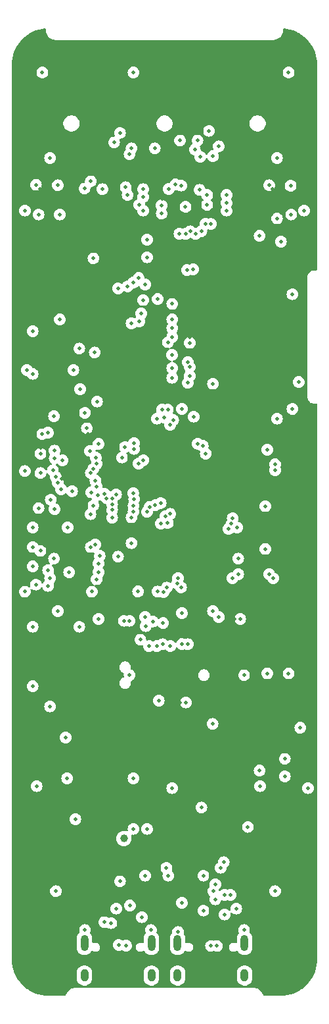
<source format=gbr>
%TF.GenerationSoftware,KiCad,Pcbnew,8.0.1*%
%TF.CreationDate,2024-03-28T17:00:14+01:00*%
%TF.ProjectId,KLST_CATERPILLAR,4b4c5354-5f43-4415-9445-5250494c4c41,rev?*%
%TF.SameCoordinates,Original*%
%TF.FileFunction,Copper,L4,Inr*%
%TF.FilePolarity,Positive*%
%FSLAX46Y46*%
G04 Gerber Fmt 4.6, Leading zero omitted, Abs format (unit mm)*
G04 Created by KiCad (PCBNEW 8.0.1) date 2024-03-28 17:00:14*
%MOMM*%
%LPD*%
G01*
G04 APERTURE LIST*
%TA.AperFunction,ComponentPad*%
%ADD10O,1.000000X2.100000*%
%TD*%
%TA.AperFunction,ComponentPad*%
%ADD11O,1.000000X1.600000*%
%TD*%
%TA.AperFunction,ViaPad*%
%ADD12C,0.500000*%
%TD*%
%TA.AperFunction,ViaPad*%
%ADD13C,1.000000*%
%TD*%
G04 APERTURE END LIST*
D10*
%TO.N,GND*%
%TO.C,J9*%
X71680000Y-167930000D03*
D11*
X71680000Y-172110000D03*
D10*
X80320000Y-167930000D03*
D11*
X80320000Y-172110000D03*
%TD*%
D10*
%TO.N,GND*%
%TO.C,J10*%
X59680000Y-167930000D03*
D11*
X59680000Y-172110000D03*
D10*
X68320000Y-167930000D03*
D11*
X68320000Y-172110000D03*
%TD*%
D12*
%TO.N,GND*%
X59750000Y-99750000D03*
X72250000Y-162750000D03*
X53000000Y-134910000D03*
X75000000Y-163755000D03*
X57250000Y-141500000D03*
X53000000Y-127250000D03*
X67750000Y-77500000D03*
X61000000Y-92000000D03*
X71000000Y-148000000D03*
X84500000Y-100500000D03*
X84500000Y-67000000D03*
X57449996Y-146750004D03*
X86257749Y-70549300D03*
X56854998Y-105871804D03*
X70250000Y-158250000D03*
X53000000Y-89250000D03*
X53750000Y-74250000D03*
X73000000Y-95903874D03*
X67750000Y-79750000D03*
X76250000Y-96000000D03*
X72148300Y-70526651D03*
X72250000Y-125500000D03*
X78500000Y-161750000D03*
X55249998Y-67000000D03*
X79750000Y-126250000D03*
X87300000Y-95797115D03*
X55823472Y-112136646D03*
X60841294Y-79904467D03*
X88486593Y-148000000D03*
X55000000Y-120000000D03*
X67250000Y-72000000D03*
X70425000Y-90670823D03*
X82325000Y-147750000D03*
X73000000Y-93250000D03*
X54249998Y-56000000D03*
X69750000Y-129500000D03*
X75000000Y-159250000D03*
X56500000Y-87750000D03*
X84500000Y-74750000D03*
X83000000Y-111750000D03*
X56000000Y-108000000D03*
X55250000Y-121000000D03*
X67093413Y-164593413D03*
X87500000Y-140250000D03*
X78000000Y-73750000D03*
X67499996Y-126000004D03*
X66000000Y-55999998D03*
X62000000Y-71000000D03*
X71750000Y-166500000D03*
X59750000Y-166250000D03*
X55750004Y-118500000D03*
X73906587Y-65906587D03*
X86000000Y-55999988D03*
X68250000Y-166250000D03*
X54000000Y-117500000D03*
X52000000Y-73750000D03*
X69250000Y-136750000D03*
X67250000Y-73750003D03*
X80250000Y-133500002D03*
X72000000Y-64750000D03*
X79250000Y-163500000D03*
X64000000Y-83750000D03*
X57712587Y-120250000D03*
X84250000Y-161250000D03*
X65250000Y-71750000D03*
X70526333Y-70973669D03*
X76250000Y-66750000D03*
X59000000Y-127250000D03*
X88000000Y-73750000D03*
X74607412Y-66832108D03*
X65000000Y-70750000D03*
X83492354Y-70502317D03*
X78000000Y-71750000D03*
X68750000Y-65750000D03*
X77000000Y-126000000D03*
X67250000Y-71010000D03*
X53416893Y-70429432D03*
X64250000Y-160000000D03*
X83250000Y-104500000D03*
X78000000Y-72750000D03*
X72707345Y-73260000D03*
X69641599Y-74147200D03*
X71000000Y-85750000D03*
X80250000Y-166250000D03*
X73708413Y-81291587D03*
X75500000Y-73000000D03*
X57500000Y-114500000D03*
X76200000Y-139750000D03*
X56250000Y-125250000D03*
X69000000Y-100500000D03*
X53500000Y-147750000D03*
X72750000Y-137000000D03*
X55753413Y-100190240D03*
X66000000Y-146750000D03*
X73750003Y-100250000D03*
X83000000Y-117250000D03*
X55250000Y-137500000D03*
X58500000Y-152000000D03*
X56000000Y-161250000D03*
X74529094Y-71094559D03*
X74750000Y-150500000D03*
X55000000Y-122000000D03*
X61500000Y-126250000D03*
X86500000Y-84500000D03*
X56500000Y-74250000D03*
X56250000Y-70500000D03*
X86337700Y-74250034D03*
X65500000Y-133500000D03*
%TO.N,NRST*%
X60500000Y-117000000D03*
X61640793Y-118140793D03*
%TO.N,/audio_codec/MIC_BIAS*%
X69612141Y-73063520D03*
X72906579Y-81406587D03*
%TO.N,/audio_codec/LINE_OUT_RIGHT*%
X65500000Y-66500000D03*
X63500000Y-65000004D03*
%TO.N,/audio_codec/LINE_OUT_LEFT*%
X64250000Y-63750000D03*
X65750000Y-65750000D03*
%TO.N,/audio_codec/HEADPHONE_RIGHT*%
X74250000Y-64750000D03*
X71410123Y-70393992D03*
%TO.N,+3.3V*%
X77000000Y-78750000D03*
X68250000Y-89250000D03*
X83000000Y-116250000D03*
X83250000Y-103500000D03*
X72750016Y-100250000D03*
X72000000Y-137000000D03*
X68250000Y-93250000D03*
X83000000Y-110750000D03*
X66907271Y-100423662D03*
X54000000Y-104285002D03*
X79000000Y-126250000D03*
X68250000Y-91250000D03*
X52000000Y-71250000D03*
X88000000Y-71250000D03*
X56750000Y-118750000D03*
X68369087Y-87694087D03*
X83957341Y-70949324D03*
X57000001Y-112500001D03*
X57750000Y-132250000D03*
X69534176Y-125284176D03*
X68250000Y-88250000D03*
X68250000Y-92250000D03*
X68250000Y-90250000D03*
X61000000Y-99750000D03*
X76456652Y-74213417D03*
X57399778Y-105004168D03*
X71000000Y-152500000D03*
X69712573Y-72268849D03*
X53000000Y-125250000D03*
X56750000Y-108250000D03*
X60130913Y-102444087D03*
X67500000Y-137250000D03*
X83750000Y-74250000D03*
X53957298Y-70949495D03*
X53000007Y-132000007D03*
X83250000Y-138000000D03*
X58500000Y-84500000D03*
X74750000Y-125500000D03*
X73250000Y-90000000D03*
X62500000Y-126250000D03*
%TO.N,_CARD_SDMMC_CK*%
X72250000Y-99250000D03*
X73250000Y-90750000D03*
X70970000Y-92302364D03*
%TO.N,_BUTTON_PROGRAMMER*%
X65500000Y-126500000D03*
X53000000Y-114500000D03*
%TO.N,/audio_codec/MIC_IN_MONO*%
X77000000Y-65500000D03*
X75750000Y-63500000D03*
%TO.N,_LED_01*%
X80750000Y-153000000D03*
X66000000Y-153250000D03*
X67750000Y-153250000D03*
X79500000Y-120500000D03*
X82250000Y-145750000D03*
X83500000Y-120500000D03*
%TO.N,_CARD_SDMMC_D0*%
X73250000Y-93853860D03*
X71000000Y-94000000D03*
X71112587Y-100656587D03*
%TO.N,_CARD_SDMMC_D1*%
X73250000Y-94999994D03*
X70721541Y-101296577D03*
X71000000Y-95250000D03*
%TO.N,_CARD_SDMMC_D2*%
X69965743Y-100358242D03*
X71000000Y-87750000D03*
%TO.N,_CARD_SDMMC_D3*%
X71000000Y-88878874D03*
X69675138Y-99337632D03*
%TO.N,_CARD_SDMMC_CMD*%
X70425000Y-99352155D03*
X71000000Y-90000000D03*
%TO.N,_LED_00*%
X84000000Y-121000000D03*
X78750000Y-121000000D03*
%TO.N,_USB_DEVICE_HOST_P*%
X77250000Y-158250000D03*
X84250000Y-106375000D03*
%TO.N,/USB/VBUS_HOST_OUT*%
X70500000Y-159250000D03*
X67500000Y-159250000D03*
%TO.N,/USB/USB_CONNECTOR_MINUS*%
X76554049Y-160380036D03*
X63791079Y-163500029D03*
X64079177Y-168164588D03*
X62250000Y-165250000D03*
X77750000Y-161750000D03*
X77750000Y-164250000D03*
X75999998Y-168300000D03*
%TO.N,_SWD_IO*%
X72125000Y-122188174D03*
X67585416Y-127170821D03*
%TO.N,_SWD_CLK*%
X68500003Y-126568166D03*
X71614385Y-121665058D03*
%TO.N,_SWD_OUT*%
X71750000Y-121000000D03*
X69825000Y-126782070D03*
%TO.N,/USB/USB_CONNECTOR_PLUS*%
X65063210Y-168249964D03*
X63138171Y-165357803D03*
X76550754Y-162300754D03*
X65541237Y-163110006D03*
X76750000Y-168300000D03*
X76278027Y-161258862D03*
%TO.N,_AUDIO_CODEC_I2C_SCL*%
X69857149Y-122797992D03*
X67250000Y-85250000D03*
X65250000Y-83500000D03*
X75273561Y-75428082D03*
%TO.N,_AUDIO_CODEC_I2C_SDA*%
X66000000Y-83000000D03*
X70286161Y-122230079D03*
X69125000Y-85125000D03*
X75998115Y-75469398D03*
%TO.N,_USB_DEVICE_HOST_VBUS*%
X85500000Y-146500000D03*
X85500000Y-144250000D03*
%TO.N,I2C_USR_SDA*%
X64915000Y-104143076D03*
X61250000Y-121146001D03*
%TO.N,I2C_USR_SCL*%
X66093553Y-104396221D03*
X60637587Y-122750000D03*
%TO.N,_AUDIO_MIC_CLK*%
X65740184Y-88240184D03*
X66990184Y-86990184D03*
X82250000Y-77000000D03*
X66668553Y-106279719D03*
%TO.N,_AUDIO_CODEC_SAI_SD_OUT*%
X74749996Y-76404527D03*
X64500000Y-105500000D03*
%TO.N,GPIO_11*%
X66072670Y-103624477D03*
X54250000Y-102500002D03*
%TO.N,GPIO_10*%
X60500000Y-107500000D03*
%TO.N,GPIO_09*%
X56674963Y-109575000D03*
%TO.N,GPIO_08*%
X55605805Y-107145000D03*
%TO.N,GPIO_03_PWM*%
X52250000Y-94250000D03*
X52000000Y-107250000D03*
X54000000Y-107500000D03*
X61250000Y-109250000D03*
X56250000Y-108750000D03*
%TO.N,GPIO_02_PWM*%
X58072210Y-109825000D03*
X58250000Y-94250000D03*
X54970000Y-102301584D03*
%TO.N,GPIO_01_PWM*%
X55839999Y-105572962D03*
%TO.N,GPIO_00_PWM*%
X59000012Y-91500000D03*
X60530947Y-109968359D03*
X61500000Y-103750000D03*
%TO.N,GPIO_07*%
X55820913Y-104615913D03*
%TO.N,_AUDIO_CODEC_SAI_MCLK*%
X71921712Y-76725038D03*
X61429516Y-110310088D03*
%TO.N,_AUDIO_CODEC_SAI_SCK*%
X72759848Y-76750000D03*
X66667659Y-82417659D03*
X62254465Y-110152672D03*
X67500000Y-83250014D03*
%TO.N,_AUDIO_CODEC_SAI_FS*%
X62548086Y-110735763D03*
X73329177Y-76414588D03*
%TO.N,SPI_USR_MISO*%
X53000000Y-119500000D03*
X61266002Y-106311141D03*
%TO.N,SPI_USR_MOSI*%
X60835095Y-106925000D03*
X53406587Y-121843413D03*
%TO.N,SERIAL_USR_RX*%
X61069455Y-116697098D03*
X61500000Y-120250000D03*
%TO.N,_AUDIO_CODEC_SAI_SD_IN*%
X74000000Y-76750000D03*
X66597678Y-122724025D03*
%TO.N,GPIO_05_ADC*%
X64750000Y-126500000D03*
X53000000Y-94750000D03*
%TO.N,GPIO_04_ADC*%
X59120000Y-96719975D03*
X69109478Y-122738892D03*
%TO.N,GPIO_17*%
X76250000Y-125250000D03*
X53750000Y-112000000D03*
%TO.N,GPIO_16*%
X60851564Y-111659839D03*
X68085412Y-111829177D03*
X66000000Y-111689752D03*
X63250000Y-111499994D03*
X78249997Y-114675000D03*
X70420823Y-113914588D03*
%TO.N,GPIO_15*%
X79390694Y-114500007D03*
X55343411Y-110906585D03*
X69500000Y-114000000D03*
X63250000Y-112249997D03*
X67750000Y-112500000D03*
X66000000Y-112437397D03*
%TO.N,GPIO_14*%
X63250001Y-110749992D03*
X66085412Y-110829177D03*
X78630267Y-114028549D03*
X61095407Y-108460000D03*
X70088014Y-113027820D03*
X68807421Y-111626183D03*
%TO.N,GPIO_13*%
X78795968Y-113297079D03*
X70750000Y-112750000D03*
X63750000Y-110250000D03*
X65975992Y-110087200D03*
X54000000Y-105000000D03*
X69500000Y-111351887D03*
%TO.N,SPI_USR_SCK*%
X52000002Y-122750000D03*
X60353230Y-104646770D03*
%TO.N,GPIO_12*%
X74287587Y-103727918D03*
X60000000Y-101750000D03*
%TO.N,SERIAL_USR_TX*%
X75324996Y-105000000D03*
X64000000Y-118250000D03*
X65749994Y-116500006D03*
X61477214Y-119117546D03*
%TO.N,SPI_USR_CS*%
X61145002Y-105500000D03*
X53000000Y-117000000D03*
%TO.N,_AUDIO_MIC_DATA*%
X85000000Y-77750000D03*
X67282860Y-105849450D03*
X66771771Y-88021771D03*
%TO.N,+1.8V*%
X66750000Y-73000000D03*
X86500000Y-99250000D03*
X86000000Y-133250000D03*
X75500000Y-71750000D03*
X83250000Y-133250000D03*
%TO.N,GPIO_06*%
X79500000Y-118500000D03*
X61299980Y-98300000D03*
%TO.N,/programmer/SWD_IO*%
X66877264Y-128925000D03*
%TO.N,/programmer/SWD_CLK*%
X68000000Y-129750000D03*
%TO.N,/programmer/SWD_OUT*%
X69000000Y-129749991D03*
%TO.N,/programmer/SERIAL_RX*%
X73000000Y-129500000D03*
%TO.N,/programmer/SERIAL_TX*%
X72259662Y-129490338D03*
%TO.N,/audio_codec/(LINE_IN_LEFT)*%
X59677199Y-70927199D03*
X60500000Y-70000000D03*
%TO.N,/programmer/RST*%
X70750000Y-129750000D03*
%TO.N,_USB_DEVICE_HOST_N*%
X84250000Y-107125000D03*
X77625735Y-157525735D03*
%TO.N,GPIO_18*%
X65750000Y-113187108D03*
X74933989Y-104000000D03*
X60445139Y-112784672D03*
X63250000Y-113249992D03*
D13*
%TO.N,+5V*%
X64750000Y-154500000D03*
%TD*%
%TA.AperFunction,Conductor*%
%TO.N,+3.3V*%
G36*
X85810693Y-50371189D02*
G01*
X85821331Y-50373064D01*
X86211043Y-50459462D01*
X86221483Y-50462260D01*
X86602168Y-50582289D01*
X86612315Y-50585982D01*
X86981102Y-50738739D01*
X86990893Y-50743305D01*
X87270043Y-50888621D01*
X87344942Y-50927611D01*
X87354310Y-50933019D01*
X87690959Y-51147488D01*
X87699820Y-51153693D01*
X88016487Y-51396680D01*
X88024774Y-51403634D01*
X88319056Y-51673294D01*
X88326705Y-51680943D01*
X88596365Y-51975225D01*
X88603319Y-51983512D01*
X88846306Y-52300179D01*
X88852511Y-52309040D01*
X89066980Y-52645689D01*
X89072388Y-52655057D01*
X89256691Y-53009099D01*
X89261263Y-53018903D01*
X89414013Y-53387674D01*
X89417713Y-53397840D01*
X89537738Y-53778512D01*
X89540538Y-53788960D01*
X89626933Y-54178660D01*
X89628811Y-54189314D01*
X89680910Y-54585042D01*
X89681853Y-54595818D01*
X89699382Y-54997297D01*
X89699500Y-55002706D01*
X89699500Y-81240244D01*
X89697973Y-81259644D01*
X89692808Y-81292251D01*
X89680820Y-81329146D01*
X89670314Y-81349765D01*
X89647510Y-81381151D01*
X89631151Y-81397510D01*
X89599765Y-81420314D01*
X89579146Y-81430820D01*
X89542251Y-81442808D01*
X89529663Y-81444801D01*
X89509638Y-81447973D01*
X89490244Y-81449500D01*
X89171155Y-81449500D01*
X89016510Y-81480261D01*
X89016498Y-81480264D01*
X88870827Y-81540602D01*
X88870814Y-81540609D01*
X88739711Y-81628210D01*
X88739707Y-81628213D01*
X88628213Y-81739707D01*
X88628210Y-81739711D01*
X88540609Y-81870814D01*
X88540602Y-81870827D01*
X88480264Y-82016498D01*
X88480261Y-82016510D01*
X88449500Y-82171153D01*
X88449500Y-97828846D01*
X88480261Y-97983489D01*
X88480264Y-97983501D01*
X88540602Y-98129172D01*
X88540609Y-98129185D01*
X88628210Y-98260288D01*
X88628213Y-98260292D01*
X88739707Y-98371786D01*
X88739711Y-98371789D01*
X88870814Y-98459390D01*
X88870827Y-98459397D01*
X89001892Y-98513685D01*
X89016503Y-98519737D01*
X89171153Y-98550499D01*
X89171156Y-98550500D01*
X89171158Y-98550500D01*
X89210438Y-98550500D01*
X89452405Y-98550500D01*
X89490244Y-98550500D01*
X89509630Y-98552025D01*
X89542253Y-98557192D01*
X89579146Y-98569179D01*
X89599765Y-98579685D01*
X89631151Y-98602489D01*
X89647510Y-98618848D01*
X89670314Y-98650234D01*
X89680820Y-98670853D01*
X89692808Y-98707748D01*
X89697973Y-98740362D01*
X89699500Y-98759755D01*
X89699500Y-169997293D01*
X89699382Y-170002702D01*
X89681853Y-170404181D01*
X89680910Y-170414957D01*
X89628811Y-170810685D01*
X89626933Y-170821339D01*
X89540538Y-171211039D01*
X89537738Y-171221487D01*
X89417713Y-171602159D01*
X89414013Y-171612325D01*
X89261263Y-171981096D01*
X89256691Y-171990900D01*
X89072388Y-172344942D01*
X89066980Y-172354310D01*
X88852511Y-172690959D01*
X88846306Y-172699820D01*
X88603319Y-173016487D01*
X88596365Y-173024774D01*
X88326705Y-173319056D01*
X88319056Y-173326705D01*
X88024774Y-173596365D01*
X88016487Y-173603319D01*
X87699820Y-173846306D01*
X87690959Y-173852511D01*
X87354310Y-174066980D01*
X87344942Y-174072388D01*
X86990900Y-174256691D01*
X86981096Y-174261263D01*
X86612325Y-174414013D01*
X86602159Y-174417713D01*
X86221487Y-174537738D01*
X86211039Y-174540538D01*
X85821339Y-174626933D01*
X85810685Y-174628811D01*
X85414957Y-174680910D01*
X85404181Y-174681853D01*
X85092394Y-174695466D01*
X85018507Y-174698692D01*
X85002703Y-174699382D01*
X84997294Y-174699500D01*
X82859879Y-174699500D01*
X82792840Y-174679815D01*
X82747085Y-174627011D01*
X82741948Y-174613818D01*
X82723587Y-174557309D01*
X82705220Y-174500781D01*
X82612287Y-174318390D01*
X82599289Y-174300500D01*
X82491971Y-174152786D01*
X82347213Y-174008028D01*
X82181613Y-173887715D01*
X82181612Y-173887714D01*
X82181610Y-173887713D01*
X82106819Y-173849605D01*
X81999223Y-173794781D01*
X81804534Y-173731522D01*
X81629995Y-173703878D01*
X81602352Y-173699500D01*
X81539562Y-173699500D01*
X58547595Y-173699500D01*
X58500000Y-173699500D01*
X58397648Y-173699500D01*
X58373329Y-173703351D01*
X58195465Y-173731522D01*
X58000776Y-173794781D01*
X57818386Y-173887715D01*
X57652786Y-174008028D01*
X57508028Y-174152786D01*
X57387715Y-174318386D01*
X57294781Y-174500778D01*
X57258052Y-174613818D01*
X57218614Y-174671494D01*
X57154256Y-174698692D01*
X57140121Y-174699500D01*
X55002706Y-174699500D01*
X54997297Y-174699382D01*
X54981493Y-174698692D01*
X54863470Y-174693539D01*
X54595818Y-174681853D01*
X54585042Y-174680910D01*
X54189314Y-174628811D01*
X54178660Y-174626933D01*
X53788960Y-174540538D01*
X53778512Y-174537738D01*
X53397840Y-174417713D01*
X53387674Y-174414013D01*
X53018903Y-174261263D01*
X53009099Y-174256691D01*
X52655057Y-174072388D01*
X52645689Y-174066980D01*
X52309040Y-173852511D01*
X52300179Y-173846306D01*
X51983512Y-173603319D01*
X51975225Y-173596365D01*
X51680943Y-173326705D01*
X51673294Y-173319056D01*
X51403634Y-173024774D01*
X51396680Y-173016487D01*
X51153693Y-172699820D01*
X51147488Y-172690959D01*
X51031276Y-172508543D01*
X58679499Y-172508543D01*
X58717947Y-172701829D01*
X58717950Y-172701839D01*
X58793364Y-172883907D01*
X58793371Y-172883920D01*
X58902860Y-173047781D01*
X58902863Y-173047785D01*
X59042214Y-173187136D01*
X59042218Y-173187139D01*
X59206079Y-173296628D01*
X59206092Y-173296635D01*
X59388160Y-173372049D01*
X59388165Y-173372051D01*
X59388169Y-173372051D01*
X59388170Y-173372052D01*
X59581456Y-173410500D01*
X59581459Y-173410500D01*
X59778543Y-173410500D01*
X59908582Y-173384632D01*
X59971835Y-173372051D01*
X60153914Y-173296632D01*
X60317782Y-173187139D01*
X60457139Y-173047782D01*
X60566632Y-172883914D01*
X60642051Y-172701835D01*
X60680500Y-172508543D01*
X67319499Y-172508543D01*
X67357947Y-172701829D01*
X67357950Y-172701839D01*
X67433364Y-172883907D01*
X67433371Y-172883920D01*
X67542860Y-173047781D01*
X67542863Y-173047785D01*
X67682214Y-173187136D01*
X67682218Y-173187139D01*
X67846079Y-173296628D01*
X67846092Y-173296635D01*
X68028160Y-173372049D01*
X68028165Y-173372051D01*
X68028169Y-173372051D01*
X68028170Y-173372052D01*
X68221456Y-173410500D01*
X68221459Y-173410500D01*
X68418543Y-173410500D01*
X68548582Y-173384632D01*
X68611835Y-173372051D01*
X68793914Y-173296632D01*
X68957782Y-173187139D01*
X69097139Y-173047782D01*
X69206632Y-172883914D01*
X69282051Y-172701835D01*
X69320500Y-172508543D01*
X70679499Y-172508543D01*
X70717947Y-172701829D01*
X70717950Y-172701839D01*
X70793364Y-172883907D01*
X70793371Y-172883920D01*
X70902860Y-173047781D01*
X70902863Y-173047785D01*
X71042214Y-173187136D01*
X71042218Y-173187139D01*
X71206079Y-173296628D01*
X71206092Y-173296635D01*
X71388160Y-173372049D01*
X71388165Y-173372051D01*
X71388169Y-173372051D01*
X71388170Y-173372052D01*
X71581456Y-173410500D01*
X71581459Y-173410500D01*
X71778543Y-173410500D01*
X71908582Y-173384632D01*
X71971835Y-173372051D01*
X72153914Y-173296632D01*
X72317782Y-173187139D01*
X72457139Y-173047782D01*
X72566632Y-172883914D01*
X72642051Y-172701835D01*
X72680500Y-172508543D01*
X79319499Y-172508543D01*
X79357947Y-172701829D01*
X79357950Y-172701839D01*
X79433364Y-172883907D01*
X79433371Y-172883920D01*
X79542860Y-173047781D01*
X79542863Y-173047785D01*
X79682214Y-173187136D01*
X79682218Y-173187139D01*
X79846079Y-173296628D01*
X79846092Y-173296635D01*
X80028160Y-173372049D01*
X80028165Y-173372051D01*
X80028169Y-173372051D01*
X80028170Y-173372052D01*
X80221456Y-173410500D01*
X80221459Y-173410500D01*
X80418543Y-173410500D01*
X80548582Y-173384632D01*
X80611835Y-173372051D01*
X80793914Y-173296632D01*
X80957782Y-173187139D01*
X81097139Y-173047782D01*
X81206632Y-172883914D01*
X81282051Y-172701835D01*
X81320500Y-172508541D01*
X81320500Y-171711459D01*
X81320500Y-171711456D01*
X81282052Y-171518170D01*
X81282051Y-171518169D01*
X81282051Y-171518165D01*
X81280209Y-171513718D01*
X81206635Y-171336092D01*
X81206628Y-171336079D01*
X81097139Y-171172218D01*
X81097136Y-171172214D01*
X80957785Y-171032863D01*
X80957781Y-171032860D01*
X80793920Y-170923371D01*
X80793907Y-170923364D01*
X80611839Y-170847950D01*
X80611829Y-170847947D01*
X80418543Y-170809500D01*
X80418541Y-170809500D01*
X80221459Y-170809500D01*
X80221457Y-170809500D01*
X80028170Y-170847947D01*
X80028160Y-170847950D01*
X79846092Y-170923364D01*
X79846079Y-170923371D01*
X79682218Y-171032860D01*
X79682214Y-171032863D01*
X79542863Y-171172214D01*
X79542860Y-171172218D01*
X79433371Y-171336079D01*
X79433364Y-171336092D01*
X79357950Y-171518160D01*
X79357947Y-171518170D01*
X79319500Y-171711456D01*
X79319500Y-171711459D01*
X79319500Y-172508541D01*
X79319500Y-172508543D01*
X79319499Y-172508543D01*
X72680500Y-172508543D01*
X72680500Y-172508541D01*
X72680500Y-171711459D01*
X72680500Y-171711456D01*
X72642052Y-171518170D01*
X72642051Y-171518169D01*
X72642051Y-171518165D01*
X72640209Y-171513718D01*
X72566635Y-171336092D01*
X72566628Y-171336079D01*
X72457139Y-171172218D01*
X72457136Y-171172214D01*
X72317785Y-171032863D01*
X72317781Y-171032860D01*
X72153920Y-170923371D01*
X72153907Y-170923364D01*
X71971839Y-170847950D01*
X71971829Y-170847947D01*
X71778543Y-170809500D01*
X71778541Y-170809500D01*
X71581459Y-170809500D01*
X71581457Y-170809500D01*
X71388170Y-170847947D01*
X71388160Y-170847950D01*
X71206092Y-170923364D01*
X71206079Y-170923371D01*
X71042218Y-171032860D01*
X71042214Y-171032863D01*
X70902863Y-171172214D01*
X70902860Y-171172218D01*
X70793371Y-171336079D01*
X70793364Y-171336092D01*
X70717950Y-171518160D01*
X70717947Y-171518170D01*
X70679500Y-171711456D01*
X70679500Y-171711459D01*
X70679500Y-172508541D01*
X70679500Y-172508543D01*
X70679499Y-172508543D01*
X69320500Y-172508543D01*
X69320500Y-172508541D01*
X69320500Y-171711459D01*
X69320500Y-171711456D01*
X69282052Y-171518170D01*
X69282051Y-171518169D01*
X69282051Y-171518165D01*
X69280209Y-171513718D01*
X69206635Y-171336092D01*
X69206628Y-171336079D01*
X69097139Y-171172218D01*
X69097136Y-171172214D01*
X68957785Y-171032863D01*
X68957781Y-171032860D01*
X68793920Y-170923371D01*
X68793907Y-170923364D01*
X68611839Y-170847950D01*
X68611829Y-170847947D01*
X68418543Y-170809500D01*
X68418541Y-170809500D01*
X68221459Y-170809500D01*
X68221457Y-170809500D01*
X68028170Y-170847947D01*
X68028160Y-170847950D01*
X67846092Y-170923364D01*
X67846079Y-170923371D01*
X67682218Y-171032860D01*
X67682214Y-171032863D01*
X67542863Y-171172214D01*
X67542860Y-171172218D01*
X67433371Y-171336079D01*
X67433364Y-171336092D01*
X67357950Y-171518160D01*
X67357947Y-171518170D01*
X67319500Y-171711456D01*
X67319500Y-171711459D01*
X67319500Y-172508541D01*
X67319500Y-172508543D01*
X67319499Y-172508543D01*
X60680500Y-172508543D01*
X60680500Y-172508541D01*
X60680500Y-171711459D01*
X60680500Y-171711456D01*
X60642052Y-171518170D01*
X60642051Y-171518169D01*
X60642051Y-171518165D01*
X60640209Y-171513718D01*
X60566635Y-171336092D01*
X60566628Y-171336079D01*
X60457139Y-171172218D01*
X60457136Y-171172214D01*
X60317785Y-171032863D01*
X60317781Y-171032860D01*
X60153920Y-170923371D01*
X60153907Y-170923364D01*
X59971839Y-170847950D01*
X59971829Y-170847947D01*
X59778543Y-170809500D01*
X59778541Y-170809500D01*
X59581459Y-170809500D01*
X59581457Y-170809500D01*
X59388170Y-170847947D01*
X59388160Y-170847950D01*
X59206092Y-170923364D01*
X59206079Y-170923371D01*
X59042218Y-171032860D01*
X59042214Y-171032863D01*
X58902863Y-171172214D01*
X58902860Y-171172218D01*
X58793371Y-171336079D01*
X58793364Y-171336092D01*
X58717950Y-171518160D01*
X58717947Y-171518170D01*
X58679500Y-171711456D01*
X58679500Y-171711459D01*
X58679500Y-172508541D01*
X58679500Y-172508543D01*
X58679499Y-172508543D01*
X51031276Y-172508543D01*
X50933019Y-172354310D01*
X50927611Y-172344942D01*
X50743308Y-171990900D01*
X50738736Y-171981096D01*
X50585982Y-171612315D01*
X50582286Y-171602159D01*
X50555804Y-171518170D01*
X50462260Y-171221483D01*
X50459461Y-171211039D01*
X50419960Y-171032861D01*
X50373064Y-170821331D01*
X50371188Y-170810685D01*
X50350849Y-170656193D01*
X50319087Y-170414937D01*
X50318147Y-170404202D01*
X50300618Y-170002702D01*
X50300500Y-169997293D01*
X50300500Y-168578543D01*
X58679499Y-168578543D01*
X58717947Y-168771829D01*
X58717950Y-168771839D01*
X58793364Y-168953907D01*
X58793371Y-168953920D01*
X58902860Y-169117781D01*
X58902863Y-169117785D01*
X59042214Y-169257136D01*
X59042218Y-169257139D01*
X59206079Y-169366628D01*
X59206092Y-169366635D01*
X59388160Y-169442049D01*
X59388165Y-169442051D01*
X59388169Y-169442051D01*
X59388170Y-169442052D01*
X59581456Y-169480500D01*
X59581459Y-169480500D01*
X59778543Y-169480500D01*
X59908582Y-169454632D01*
X59971835Y-169442051D01*
X60153914Y-169366632D01*
X60317782Y-169257139D01*
X60457139Y-169117782D01*
X60566632Y-168953914D01*
X60566631Y-168953914D01*
X60570017Y-168948848D01*
X60571474Y-168949821D01*
X60614595Y-168905903D01*
X60682729Y-168890426D01*
X60748414Y-168914242D01*
X60750502Y-168915809D01*
X60756632Y-168920512D01*
X60756635Y-168920515D01*
X60887865Y-168996281D01*
X61034234Y-169035500D01*
X61034236Y-169035500D01*
X61185764Y-169035500D01*
X61185766Y-169035500D01*
X61332135Y-168996281D01*
X61463365Y-168920515D01*
X61570515Y-168813365D01*
X61646281Y-168682135D01*
X61685500Y-168535766D01*
X61685500Y-168384234D01*
X61646281Y-168237865D01*
X61603975Y-168164590D01*
X63323928Y-168164590D01*
X63342862Y-168332644D01*
X63398722Y-168492282D01*
X63398724Y-168492285D01*
X63488695Y-168635472D01*
X63488700Y-168635478D01*
X63608286Y-168755064D01*
X63608292Y-168755069D01*
X63751479Y-168845040D01*
X63751482Y-168845042D01*
X63751486Y-168845043D01*
X63751487Y-168845044D01*
X63824090Y-168870448D01*
X63911120Y-168900902D01*
X64079174Y-168919837D01*
X64079177Y-168919837D01*
X64079180Y-168919837D01*
X64180012Y-168908475D01*
X64247236Y-168900901D01*
X64406867Y-168845044D01*
X64421101Y-168836100D01*
X64439854Y-168824317D01*
X64507090Y-168805316D01*
X64573926Y-168825683D01*
X64586814Y-168836178D01*
X64586877Y-168836100D01*
X64592325Y-168840445D01*
X64735512Y-168930416D01*
X64735515Y-168930418D01*
X64735519Y-168930419D01*
X64735520Y-168930420D01*
X64790014Y-168949488D01*
X64895153Y-168986278D01*
X65063207Y-169005213D01*
X65063210Y-169005213D01*
X65063213Y-169005213D01*
X65231266Y-168986278D01*
X65231269Y-168986277D01*
X65390900Y-168930420D01*
X65390902Y-168930418D01*
X65390904Y-168930418D01*
X65390907Y-168930416D01*
X65534094Y-168840445D01*
X65534095Y-168840444D01*
X65534100Y-168840441D01*
X65653687Y-168720854D01*
X65653691Y-168720848D01*
X65743662Y-168577661D01*
X65743664Y-168577658D01*
X65743664Y-168577656D01*
X65743666Y-168577654D01*
X65758323Y-168535766D01*
X66314500Y-168535766D01*
X66325962Y-168578543D01*
X66353719Y-168682136D01*
X66391602Y-168747750D01*
X66429485Y-168813365D01*
X66536635Y-168920515D01*
X66667865Y-168996281D01*
X66814234Y-169035500D01*
X66814236Y-169035500D01*
X66965764Y-169035500D01*
X66965766Y-169035500D01*
X67112135Y-168996281D01*
X67243365Y-168920515D01*
X67243374Y-168920505D01*
X67249488Y-168915815D01*
X67314656Y-168890617D01*
X67383101Y-168904650D01*
X67429025Y-168949488D01*
X67429983Y-168948849D01*
X67433009Y-168953378D01*
X67433094Y-168953461D01*
X67433228Y-168953706D01*
X67542860Y-169117781D01*
X67542863Y-169117785D01*
X67682214Y-169257136D01*
X67682218Y-169257139D01*
X67846079Y-169366628D01*
X67846092Y-169366635D01*
X68028160Y-169442049D01*
X68028165Y-169442051D01*
X68028169Y-169442051D01*
X68028170Y-169442052D01*
X68221456Y-169480500D01*
X68221459Y-169480500D01*
X68418543Y-169480500D01*
X68548582Y-169454632D01*
X68611835Y-169442051D01*
X68793914Y-169366632D01*
X68957782Y-169257139D01*
X69097139Y-169117782D01*
X69206632Y-168953914D01*
X69216364Y-168930420D01*
X69255432Y-168836100D01*
X69282051Y-168771835D01*
X69294632Y-168708582D01*
X69320500Y-168578543D01*
X70679499Y-168578543D01*
X70717947Y-168771829D01*
X70717950Y-168771839D01*
X70793364Y-168953907D01*
X70793371Y-168953920D01*
X70902860Y-169117781D01*
X70902863Y-169117785D01*
X71042214Y-169257136D01*
X71042218Y-169257139D01*
X71206079Y-169366628D01*
X71206092Y-169366635D01*
X71388160Y-169442049D01*
X71388165Y-169442051D01*
X71388169Y-169442051D01*
X71388170Y-169442052D01*
X71581456Y-169480500D01*
X71581459Y-169480500D01*
X71778543Y-169480500D01*
X71908582Y-169454632D01*
X71971835Y-169442051D01*
X72153914Y-169366632D01*
X72317782Y-169257139D01*
X72457139Y-169117782D01*
X72566632Y-168953914D01*
X72566631Y-168953914D01*
X72570017Y-168948848D01*
X72571474Y-168949821D01*
X72614595Y-168905903D01*
X72682729Y-168890426D01*
X72748414Y-168914242D01*
X72750502Y-168915809D01*
X72756632Y-168920512D01*
X72756635Y-168920515D01*
X72887865Y-168996281D01*
X73034234Y-169035500D01*
X73034236Y-169035500D01*
X73185764Y-169035500D01*
X73185766Y-169035500D01*
X73332135Y-168996281D01*
X73463365Y-168920515D01*
X73570515Y-168813365D01*
X73646281Y-168682135D01*
X73685500Y-168535766D01*
X73685500Y-168384234D01*
X73662930Y-168300002D01*
X75244749Y-168300002D01*
X75263683Y-168468056D01*
X75319543Y-168627694D01*
X75319545Y-168627697D01*
X75409516Y-168770884D01*
X75409521Y-168770890D01*
X75529107Y-168890476D01*
X75529113Y-168890481D01*
X75672300Y-168980452D01*
X75672303Y-168980454D01*
X75672307Y-168980455D01*
X75672308Y-168980456D01*
X75743060Y-169005213D01*
X75831941Y-169036314D01*
X75999995Y-169055249D01*
X75999998Y-169055249D01*
X76000001Y-169055249D01*
X76168057Y-169036313D01*
X76168059Y-169036313D01*
X76334044Y-168978232D01*
X76403823Y-168974670D01*
X76415954Y-168978232D01*
X76581939Y-169036313D01*
X76749997Y-169055249D01*
X76750000Y-169055249D01*
X76750003Y-169055249D01*
X76918056Y-169036314D01*
X76920385Y-169035499D01*
X77077690Y-168980456D01*
X77077692Y-168980454D01*
X77077694Y-168980454D01*
X77077697Y-168980452D01*
X77220884Y-168890481D01*
X77220885Y-168890480D01*
X77220890Y-168890477D01*
X77340477Y-168770890D01*
X77396246Y-168682135D01*
X77430452Y-168627697D01*
X77430454Y-168627694D01*
X77430454Y-168627692D01*
X77430456Y-168627690D01*
X77462621Y-168535766D01*
X78314500Y-168535766D01*
X78325962Y-168578543D01*
X78353719Y-168682136D01*
X78391602Y-168747750D01*
X78429485Y-168813365D01*
X78536635Y-168920515D01*
X78667865Y-168996281D01*
X78814234Y-169035500D01*
X78814236Y-169035500D01*
X78965764Y-169035500D01*
X78965766Y-169035500D01*
X79112135Y-168996281D01*
X79243365Y-168920515D01*
X79243374Y-168920505D01*
X79249488Y-168915815D01*
X79314656Y-168890617D01*
X79383101Y-168904650D01*
X79429025Y-168949488D01*
X79429983Y-168948849D01*
X79433009Y-168953378D01*
X79433094Y-168953461D01*
X79433228Y-168953706D01*
X79542860Y-169117781D01*
X79542863Y-169117785D01*
X79682214Y-169257136D01*
X79682218Y-169257139D01*
X79846079Y-169366628D01*
X79846092Y-169366635D01*
X80028160Y-169442049D01*
X80028165Y-169442051D01*
X80028169Y-169442051D01*
X80028170Y-169442052D01*
X80221456Y-169480500D01*
X80221459Y-169480500D01*
X80418543Y-169480500D01*
X80548582Y-169454632D01*
X80611835Y-169442051D01*
X80793914Y-169366632D01*
X80957782Y-169257139D01*
X81097139Y-169117782D01*
X81206632Y-168953914D01*
X81216364Y-168930420D01*
X81255432Y-168836100D01*
X81282051Y-168771835D01*
X81294632Y-168708582D01*
X81320500Y-168578543D01*
X81320500Y-167281456D01*
X81282052Y-167088170D01*
X81282051Y-167088169D01*
X81282051Y-167088165D01*
X81282049Y-167088160D01*
X81206635Y-166906092D01*
X81206628Y-166906079D01*
X81097139Y-166742218D01*
X81097136Y-166742214D01*
X80986108Y-166631186D01*
X80952623Y-166569863D01*
X80956748Y-166502550D01*
X80986313Y-166418059D01*
X81005249Y-166250000D01*
X81005249Y-166249997D01*
X80986314Y-166081943D01*
X80939608Y-165948466D01*
X80930456Y-165922310D01*
X80930455Y-165922309D01*
X80930454Y-165922305D01*
X80930452Y-165922302D01*
X80840481Y-165779115D01*
X80840476Y-165779109D01*
X80720890Y-165659523D01*
X80720884Y-165659518D01*
X80577697Y-165569547D01*
X80577694Y-165569545D01*
X80418056Y-165513685D01*
X80250003Y-165494751D01*
X80249997Y-165494751D01*
X80081943Y-165513685D01*
X79922305Y-165569545D01*
X79922302Y-165569547D01*
X79779115Y-165659518D01*
X79779109Y-165659523D01*
X79659523Y-165779109D01*
X79659518Y-165779115D01*
X79569547Y-165922302D01*
X79569545Y-165922305D01*
X79513685Y-166081943D01*
X79494751Y-166249997D01*
X79494751Y-166250002D01*
X79513685Y-166418056D01*
X79556135Y-166539370D01*
X79568870Y-166575765D01*
X79569545Y-166577692D01*
X79570126Y-166578617D01*
X79570318Y-166579299D01*
X79572566Y-166583966D01*
X79571748Y-166584359D01*
X79589124Y-166645855D01*
X79568754Y-166712689D01*
X79552814Y-166732264D01*
X79542863Y-166742215D01*
X79542858Y-166742221D01*
X79433371Y-166906079D01*
X79433364Y-166906092D01*
X79357950Y-167088160D01*
X79357947Y-167088170D01*
X79319500Y-167281456D01*
X79319500Y-167828666D01*
X79299815Y-167895705D01*
X79247011Y-167941460D01*
X79177853Y-167951404D01*
X79133501Y-167936054D01*
X79112137Y-167923719D01*
X79007584Y-167895705D01*
X78965766Y-167884500D01*
X78814234Y-167884500D01*
X78667863Y-167923719D01*
X78536635Y-167999485D01*
X78536632Y-167999487D01*
X78429487Y-168106632D01*
X78429485Y-168106635D01*
X78353719Y-168237863D01*
X78314500Y-168384234D01*
X78314500Y-168535766D01*
X77462621Y-168535766D01*
X77486313Y-168468059D01*
X77486313Y-168468058D01*
X77486314Y-168468056D01*
X77505249Y-168300002D01*
X77505249Y-168299997D01*
X77486314Y-168131943D01*
X77455860Y-168044913D01*
X77430456Y-167972310D01*
X77430455Y-167972309D01*
X77430454Y-167972305D01*
X77430452Y-167972302D01*
X77340481Y-167829115D01*
X77340476Y-167829109D01*
X77220890Y-167709523D01*
X77220884Y-167709518D01*
X77077697Y-167619547D01*
X77077694Y-167619545D01*
X76918056Y-167563685D01*
X76750003Y-167544751D01*
X76749997Y-167544751D01*
X76581942Y-167563686D01*
X76415953Y-167621768D01*
X76346175Y-167625329D01*
X76334045Y-167621768D01*
X76168055Y-167563686D01*
X76000001Y-167544751D01*
X75999995Y-167544751D01*
X75831941Y-167563685D01*
X75672303Y-167619545D01*
X75672300Y-167619547D01*
X75529113Y-167709518D01*
X75529107Y-167709523D01*
X75409521Y-167829109D01*
X75409516Y-167829115D01*
X75319545Y-167972302D01*
X75319543Y-167972305D01*
X75263683Y-168131943D01*
X75244749Y-168299997D01*
X75244749Y-168300002D01*
X73662930Y-168300002D01*
X73646281Y-168237865D01*
X73570515Y-168106635D01*
X73463365Y-167999485D01*
X73380087Y-167951404D01*
X73332136Y-167923719D01*
X73227584Y-167895705D01*
X73185766Y-167884500D01*
X73034234Y-167884500D01*
X72887862Y-167923719D01*
X72866499Y-167936054D01*
X72798598Y-167952525D01*
X72732572Y-167929673D01*
X72689382Y-167874751D01*
X72680500Y-167828666D01*
X72680500Y-167281456D01*
X72642052Y-167088170D01*
X72642051Y-167088169D01*
X72642051Y-167088165D01*
X72642049Y-167088160D01*
X72566635Y-166906092D01*
X72566633Y-166906088D01*
X72566632Y-166906086D01*
X72493628Y-166796828D01*
X72472751Y-166730153D01*
X72479690Y-166686985D01*
X72486313Y-166668059D01*
X72493660Y-166602861D01*
X72505249Y-166500002D01*
X72505249Y-166499997D01*
X72486314Y-166331943D01*
X72430454Y-166172305D01*
X72430452Y-166172302D01*
X72340481Y-166029115D01*
X72340476Y-166029109D01*
X72220890Y-165909523D01*
X72220884Y-165909518D01*
X72077697Y-165819547D01*
X72077694Y-165819545D01*
X71918056Y-165763685D01*
X71750003Y-165744751D01*
X71749997Y-165744751D01*
X71581943Y-165763685D01*
X71422305Y-165819545D01*
X71422302Y-165819547D01*
X71279115Y-165909518D01*
X71279109Y-165909523D01*
X71159523Y-166029109D01*
X71159518Y-166029115D01*
X71069547Y-166172302D01*
X71069545Y-166172305D01*
X71013685Y-166331943D01*
X70994751Y-166499997D01*
X70994751Y-166500002D01*
X71003287Y-166575765D01*
X70991232Y-166644587D01*
X70967750Y-166677328D01*
X70902858Y-166742221D01*
X70793371Y-166906079D01*
X70793364Y-166906092D01*
X70717950Y-167088160D01*
X70717947Y-167088170D01*
X70679500Y-167281456D01*
X70679500Y-167281459D01*
X70679500Y-168578541D01*
X70679500Y-168578543D01*
X70679499Y-168578543D01*
X69320500Y-168578543D01*
X69320500Y-167281456D01*
X69282052Y-167088170D01*
X69282051Y-167088169D01*
X69282051Y-167088165D01*
X69282049Y-167088160D01*
X69206635Y-166906092D01*
X69206628Y-166906079D01*
X69097139Y-166742218D01*
X69097136Y-166742214D01*
X68986108Y-166631186D01*
X68952623Y-166569863D01*
X68956748Y-166502550D01*
X68986313Y-166418059D01*
X69005249Y-166250000D01*
X69005249Y-166249997D01*
X68986314Y-166081943D01*
X68939608Y-165948466D01*
X68930456Y-165922310D01*
X68930455Y-165922309D01*
X68930454Y-165922305D01*
X68930452Y-165922302D01*
X68840481Y-165779115D01*
X68840476Y-165779109D01*
X68720890Y-165659523D01*
X68720884Y-165659518D01*
X68577697Y-165569547D01*
X68577694Y-165569545D01*
X68418056Y-165513685D01*
X68250003Y-165494751D01*
X68249997Y-165494751D01*
X68081943Y-165513685D01*
X67922305Y-165569545D01*
X67922302Y-165569547D01*
X67779115Y-165659518D01*
X67779109Y-165659523D01*
X67659523Y-165779109D01*
X67659518Y-165779115D01*
X67569547Y-165922302D01*
X67569545Y-165922305D01*
X67513685Y-166081943D01*
X67494751Y-166249997D01*
X67494751Y-166250002D01*
X67513685Y-166418056D01*
X67556135Y-166539370D01*
X67568870Y-166575765D01*
X67569545Y-166577692D01*
X67570126Y-166578617D01*
X67570318Y-166579299D01*
X67572566Y-166583966D01*
X67571748Y-166584359D01*
X67589124Y-166645855D01*
X67568754Y-166712689D01*
X67552814Y-166732264D01*
X67542863Y-166742215D01*
X67542858Y-166742221D01*
X67433371Y-166906079D01*
X67433364Y-166906092D01*
X67357950Y-167088160D01*
X67357947Y-167088170D01*
X67319500Y-167281456D01*
X67319500Y-167828666D01*
X67299815Y-167895705D01*
X67247011Y-167941460D01*
X67177853Y-167951404D01*
X67133501Y-167936054D01*
X67112137Y-167923719D01*
X67007584Y-167895705D01*
X66965766Y-167884500D01*
X66814234Y-167884500D01*
X66667863Y-167923719D01*
X66536635Y-167999485D01*
X66536632Y-167999487D01*
X66429487Y-168106632D01*
X66429485Y-168106635D01*
X66353719Y-168237863D01*
X66314500Y-168384234D01*
X66314500Y-168535766D01*
X65758323Y-168535766D01*
X65799523Y-168418023D01*
X65799523Y-168418022D01*
X65799524Y-168418020D01*
X65818459Y-168249966D01*
X65818459Y-168249961D01*
X65799524Y-168081907D01*
X65761174Y-167972310D01*
X65743666Y-167922274D01*
X65743665Y-167922273D01*
X65743664Y-167922269D01*
X65743662Y-167922266D01*
X65653691Y-167779079D01*
X65653686Y-167779073D01*
X65534100Y-167659487D01*
X65534094Y-167659482D01*
X65390907Y-167569511D01*
X65390904Y-167569509D01*
X65231266Y-167513649D01*
X65063213Y-167494715D01*
X65063207Y-167494715D01*
X64895153Y-167513649D01*
X64735519Y-167569508D01*
X64702528Y-167590237D01*
X64635290Y-167609235D01*
X64568456Y-167588865D01*
X64555572Y-167578373D01*
X64555510Y-167578452D01*
X64550061Y-167574106D01*
X64406874Y-167484135D01*
X64406871Y-167484133D01*
X64247233Y-167428273D01*
X64079180Y-167409339D01*
X64079174Y-167409339D01*
X63911120Y-167428273D01*
X63751482Y-167484133D01*
X63751479Y-167484135D01*
X63608292Y-167574106D01*
X63608286Y-167574111D01*
X63488700Y-167693697D01*
X63488695Y-167693703D01*
X63398724Y-167836890D01*
X63398722Y-167836893D01*
X63342862Y-167996531D01*
X63323928Y-168164585D01*
X63323928Y-168164590D01*
X61603975Y-168164590D01*
X61570515Y-168106635D01*
X61463365Y-167999485D01*
X61380087Y-167951404D01*
X61332136Y-167923719D01*
X61227584Y-167895705D01*
X61185766Y-167884500D01*
X61034234Y-167884500D01*
X60887862Y-167923719D01*
X60866499Y-167936054D01*
X60798598Y-167952525D01*
X60732572Y-167929673D01*
X60689382Y-167874751D01*
X60680500Y-167828666D01*
X60680500Y-167281456D01*
X60642052Y-167088170D01*
X60642051Y-167088169D01*
X60642051Y-167088165D01*
X60642049Y-167088160D01*
X60566635Y-166906092D01*
X60566628Y-166906079D01*
X60457139Y-166742218D01*
X60457136Y-166742214D01*
X60447188Y-166732266D01*
X60413703Y-166670943D01*
X60418687Y-166601251D01*
X60429875Y-166578613D01*
X60430456Y-166577690D01*
X60486313Y-166418059D01*
X60505249Y-166250000D01*
X60505249Y-166249997D01*
X60486314Y-166081943D01*
X60439608Y-165948466D01*
X60430456Y-165922310D01*
X60430455Y-165922309D01*
X60430454Y-165922305D01*
X60430452Y-165922302D01*
X60340481Y-165779115D01*
X60340476Y-165779109D01*
X60220890Y-165659523D01*
X60220884Y-165659518D01*
X60077697Y-165569547D01*
X60077694Y-165569545D01*
X59918056Y-165513685D01*
X59750003Y-165494751D01*
X59749997Y-165494751D01*
X59581943Y-165513685D01*
X59422305Y-165569545D01*
X59422302Y-165569547D01*
X59279115Y-165659518D01*
X59279109Y-165659523D01*
X59159523Y-165779109D01*
X59159518Y-165779115D01*
X59069547Y-165922302D01*
X59069545Y-165922305D01*
X59013685Y-166081943D01*
X58994751Y-166249997D01*
X58994751Y-166250002D01*
X59013686Y-166418059D01*
X59013686Y-166418061D01*
X59043251Y-166502550D01*
X59046813Y-166572329D01*
X59013892Y-166631186D01*
X58902860Y-166742218D01*
X58793371Y-166906079D01*
X58793364Y-166906092D01*
X58717950Y-167088160D01*
X58717947Y-167088170D01*
X58679500Y-167281456D01*
X58679500Y-167281459D01*
X58679500Y-168578541D01*
X58679500Y-168578543D01*
X58679499Y-168578543D01*
X50300500Y-168578543D01*
X50300500Y-165250002D01*
X61494751Y-165250002D01*
X61513685Y-165418056D01*
X61569545Y-165577694D01*
X61569547Y-165577697D01*
X61659518Y-165720884D01*
X61659523Y-165720890D01*
X61779109Y-165840476D01*
X61779115Y-165840481D01*
X61922302Y-165930452D01*
X61922305Y-165930454D01*
X61922309Y-165930455D01*
X61922310Y-165930456D01*
X61973260Y-165948284D01*
X62081943Y-165986314D01*
X62249997Y-166005249D01*
X62250000Y-166005249D01*
X62250003Y-166005249D01*
X62376044Y-165991047D01*
X62418059Y-165986313D01*
X62560652Y-165936417D01*
X62630427Y-165932855D01*
X62667577Y-165948466D01*
X62795928Y-166029115D01*
X62810478Y-166038257D01*
X62810476Y-166038257D01*
X62810480Y-166038258D01*
X62810481Y-166038259D01*
X62883084Y-166063663D01*
X62970114Y-166094117D01*
X63138168Y-166113052D01*
X63138171Y-166113052D01*
X63138174Y-166113052D01*
X63306227Y-166094117D01*
X63306230Y-166094116D01*
X63465861Y-166038259D01*
X63465863Y-166038257D01*
X63465865Y-166038257D01*
X63465868Y-166038255D01*
X63609055Y-165948284D01*
X63609056Y-165948283D01*
X63609061Y-165948280D01*
X63728648Y-165828693D01*
X63759800Y-165779115D01*
X63818623Y-165685500D01*
X63818625Y-165685497D01*
X63818625Y-165685495D01*
X63818627Y-165685493D01*
X63874484Y-165525862D01*
X63874484Y-165525861D01*
X63874485Y-165525859D01*
X63893420Y-165357805D01*
X63893420Y-165357800D01*
X63874485Y-165189746D01*
X63836762Y-165081941D01*
X63818627Y-165030113D01*
X63818626Y-165030112D01*
X63818625Y-165030108D01*
X63818623Y-165030105D01*
X63728652Y-164886918D01*
X63728647Y-164886912D01*
X63609061Y-164767326D01*
X63609055Y-164767321D01*
X63465868Y-164677350D01*
X63465865Y-164677348D01*
X63306227Y-164621488D01*
X63138174Y-164602554D01*
X63138168Y-164602554D01*
X62970113Y-164621489D01*
X62827519Y-164671384D01*
X62757740Y-164674945D01*
X62720593Y-164659336D01*
X62615681Y-164593415D01*
X66338164Y-164593415D01*
X66357098Y-164761469D01*
X66412958Y-164921107D01*
X66412960Y-164921110D01*
X66502931Y-165064297D01*
X66502936Y-165064303D01*
X66622522Y-165183889D01*
X66622528Y-165183894D01*
X66765715Y-165273865D01*
X66765718Y-165273867D01*
X66765722Y-165273868D01*
X66765723Y-165273869D01*
X66838326Y-165299273D01*
X66925356Y-165329727D01*
X67093410Y-165348662D01*
X67093413Y-165348662D01*
X67093416Y-165348662D01*
X67261469Y-165329727D01*
X67261472Y-165329726D01*
X67421103Y-165273869D01*
X67421105Y-165273867D01*
X67421107Y-165273867D01*
X67421110Y-165273865D01*
X67564297Y-165183894D01*
X67564298Y-165183893D01*
X67564303Y-165183890D01*
X67683890Y-165064303D01*
X67705373Y-165030113D01*
X67773865Y-164921110D01*
X67773867Y-164921107D01*
X67773867Y-164921105D01*
X67773869Y-164921103D01*
X67829726Y-164761472D01*
X67829726Y-164761471D01*
X67829727Y-164761469D01*
X67848662Y-164593415D01*
X67848662Y-164593410D01*
X67829727Y-164425356D01*
X67773867Y-164265718D01*
X67773865Y-164265715D01*
X67683894Y-164122528D01*
X67683889Y-164122522D01*
X67564303Y-164002936D01*
X67564297Y-164002931D01*
X67421110Y-163912960D01*
X67421107Y-163912958D01*
X67261469Y-163857098D01*
X67093416Y-163838164D01*
X67093410Y-163838164D01*
X66925356Y-163857098D01*
X66765718Y-163912958D01*
X66765715Y-163912960D01*
X66622528Y-164002931D01*
X66622522Y-164002936D01*
X66502936Y-164122522D01*
X66502931Y-164122528D01*
X66412960Y-164265715D01*
X66412958Y-164265718D01*
X66357098Y-164425356D01*
X66338164Y-164593410D01*
X66338164Y-164593415D01*
X62615681Y-164593415D01*
X62577692Y-164569545D01*
X62577691Y-164569544D01*
X62577690Y-164569544D01*
X62539370Y-164556135D01*
X62418056Y-164513685D01*
X62250003Y-164494751D01*
X62249997Y-164494751D01*
X62081943Y-164513685D01*
X61922305Y-164569545D01*
X61922302Y-164569547D01*
X61779115Y-164659518D01*
X61779109Y-164659523D01*
X61659523Y-164779109D01*
X61659518Y-164779115D01*
X61569547Y-164922302D01*
X61569545Y-164922305D01*
X61513685Y-165081943D01*
X61494751Y-165249997D01*
X61494751Y-165250002D01*
X50300500Y-165250002D01*
X50300500Y-163500031D01*
X63035830Y-163500031D01*
X63054764Y-163668085D01*
X63110624Y-163827723D01*
X63110626Y-163827726D01*
X63200597Y-163970913D01*
X63200602Y-163970919D01*
X63320188Y-164090505D01*
X63320194Y-164090510D01*
X63463381Y-164180481D01*
X63463384Y-164180483D01*
X63463388Y-164180484D01*
X63463389Y-164180485D01*
X63535992Y-164205889D01*
X63623022Y-164236343D01*
X63791076Y-164255278D01*
X63791079Y-164255278D01*
X63791082Y-164255278D01*
X63959135Y-164236343D01*
X63989025Y-164225884D01*
X64118769Y-164180485D01*
X64118771Y-164180483D01*
X64118773Y-164180483D01*
X64118776Y-164180481D01*
X64261963Y-164090510D01*
X64261964Y-164090509D01*
X64261969Y-164090506D01*
X64381556Y-163970919D01*
X64411629Y-163923059D01*
X64471531Y-163827726D01*
X64471533Y-163827723D01*
X64471533Y-163827721D01*
X64471535Y-163827719D01*
X64527392Y-163668088D01*
X64527392Y-163668087D01*
X64527393Y-163668085D01*
X64546328Y-163500031D01*
X64546328Y-163500026D01*
X64527393Y-163331972D01*
X64488524Y-163220890D01*
X64471535Y-163172339D01*
X64471534Y-163172338D01*
X64471533Y-163172334D01*
X64471531Y-163172331D01*
X64432371Y-163110008D01*
X64785988Y-163110008D01*
X64804922Y-163278062D01*
X64860782Y-163437700D01*
X64860784Y-163437703D01*
X64950755Y-163580890D01*
X64950760Y-163580896D01*
X65070346Y-163700482D01*
X65070352Y-163700487D01*
X65213539Y-163790458D01*
X65213542Y-163790460D01*
X65213546Y-163790461D01*
X65213547Y-163790462D01*
X65286150Y-163815866D01*
X65373180Y-163846320D01*
X65541234Y-163865255D01*
X65541237Y-163865255D01*
X65541240Y-163865255D01*
X65709293Y-163846320D01*
X65709296Y-163846319D01*
X65868927Y-163790462D01*
X65868929Y-163790460D01*
X65868931Y-163790460D01*
X65868934Y-163790458D01*
X65925361Y-163755002D01*
X74244751Y-163755002D01*
X74263685Y-163923056D01*
X74319545Y-164082694D01*
X74319547Y-164082697D01*
X74409518Y-164225884D01*
X74409523Y-164225890D01*
X74529109Y-164345476D01*
X74529115Y-164345481D01*
X74672302Y-164435452D01*
X74672305Y-164435454D01*
X74672309Y-164435455D01*
X74672310Y-164435456D01*
X74744913Y-164460860D01*
X74831943Y-164491314D01*
X74999997Y-164510249D01*
X75000000Y-164510249D01*
X75000003Y-164510249D01*
X75168056Y-164491314D01*
X75168059Y-164491313D01*
X75327690Y-164435456D01*
X75327692Y-164435454D01*
X75327694Y-164435454D01*
X75327697Y-164435452D01*
X75470884Y-164345481D01*
X75470885Y-164345480D01*
X75470890Y-164345477D01*
X75566365Y-164250002D01*
X76994751Y-164250002D01*
X77013685Y-164418056D01*
X77069545Y-164577694D01*
X77069547Y-164577697D01*
X77159518Y-164720884D01*
X77159523Y-164720890D01*
X77279109Y-164840476D01*
X77279115Y-164840481D01*
X77422302Y-164930452D01*
X77422305Y-164930454D01*
X77422309Y-164930455D01*
X77422310Y-164930456D01*
X77494913Y-164955860D01*
X77581943Y-164986314D01*
X77749997Y-165005249D01*
X77750000Y-165005249D01*
X77750003Y-165005249D01*
X77918056Y-164986314D01*
X77918059Y-164986313D01*
X78077690Y-164930456D01*
X78077692Y-164930454D01*
X78077694Y-164930454D01*
X78077697Y-164930452D01*
X78220884Y-164840481D01*
X78220885Y-164840480D01*
X78220890Y-164840477D01*
X78340477Y-164720890D01*
X78340481Y-164720884D01*
X78430452Y-164577697D01*
X78430454Y-164577694D01*
X78430454Y-164577692D01*
X78430456Y-164577690D01*
X78486313Y-164418059D01*
X78486313Y-164418058D01*
X78486314Y-164418056D01*
X78505249Y-164250002D01*
X78505249Y-164249997D01*
X78489895Y-164113728D01*
X78501949Y-164044906D01*
X78549298Y-163993526D01*
X78616909Y-163975902D01*
X78683315Y-163997628D01*
X78700796Y-164012163D01*
X78779109Y-164090476D01*
X78779115Y-164090481D01*
X78922302Y-164180452D01*
X78922305Y-164180454D01*
X78922309Y-164180455D01*
X78922310Y-164180456D01*
X78994913Y-164205860D01*
X79081943Y-164236314D01*
X79249997Y-164255249D01*
X79250000Y-164255249D01*
X79250003Y-164255249D01*
X79418056Y-164236314D01*
X79447846Y-164225890D01*
X79577690Y-164180456D01*
X79577692Y-164180454D01*
X79577694Y-164180454D01*
X79577697Y-164180452D01*
X79720884Y-164090481D01*
X79720885Y-164090480D01*
X79720890Y-164090477D01*
X79840477Y-163970890D01*
X79840481Y-163970884D01*
X79930452Y-163827697D01*
X79930454Y-163827694D01*
X79930454Y-163827692D01*
X79930456Y-163827690D01*
X79986313Y-163668059D01*
X79986313Y-163668058D01*
X79986314Y-163668056D01*
X80005249Y-163500002D01*
X80005249Y-163499997D01*
X79986314Y-163331943D01*
X79930454Y-163172305D01*
X79930452Y-163172302D01*
X79840481Y-163029115D01*
X79840476Y-163029109D01*
X79720890Y-162909523D01*
X79720884Y-162909518D01*
X79577697Y-162819547D01*
X79577694Y-162819545D01*
X79418056Y-162763685D01*
X79250003Y-162744751D01*
X79249997Y-162744751D01*
X79081943Y-162763685D01*
X78922305Y-162819545D01*
X78922302Y-162819547D01*
X78779115Y-162909518D01*
X78779109Y-162909523D01*
X78659523Y-163029109D01*
X78659518Y-163029115D01*
X78569547Y-163172302D01*
X78569545Y-163172305D01*
X78513685Y-163331943D01*
X78494751Y-163499997D01*
X78494751Y-163500004D01*
X78510104Y-163636272D01*
X78498049Y-163705094D01*
X78450700Y-163756473D01*
X78383090Y-163774097D01*
X78316684Y-163752370D01*
X78299203Y-163737836D01*
X78220890Y-163659523D01*
X78220884Y-163659518D01*
X78077697Y-163569547D01*
X78077694Y-163569545D01*
X77918056Y-163513685D01*
X77750003Y-163494751D01*
X77749997Y-163494751D01*
X77581943Y-163513685D01*
X77422305Y-163569545D01*
X77422302Y-163569547D01*
X77279115Y-163659518D01*
X77279109Y-163659523D01*
X77159523Y-163779109D01*
X77159518Y-163779115D01*
X77069547Y-163922302D01*
X77069545Y-163922305D01*
X77013685Y-164081943D01*
X76994751Y-164249997D01*
X76994751Y-164250002D01*
X75566365Y-164250002D01*
X75590477Y-164225890D01*
X75619007Y-164180485D01*
X75680452Y-164082697D01*
X75680454Y-164082694D01*
X75680454Y-164082692D01*
X75680456Y-164082690D01*
X75736313Y-163923059D01*
X75736313Y-163923058D01*
X75736314Y-163923056D01*
X75755249Y-163755002D01*
X75755249Y-163754997D01*
X75736314Y-163586943D01*
X75701102Y-163486313D01*
X75680456Y-163427310D01*
X75680455Y-163427309D01*
X75680454Y-163427305D01*
X75680452Y-163427302D01*
X75590481Y-163284115D01*
X75590476Y-163284109D01*
X75470890Y-163164523D01*
X75470884Y-163164518D01*
X75327697Y-163074547D01*
X75327694Y-163074545D01*
X75168056Y-163018685D01*
X75000003Y-162999751D01*
X74999997Y-162999751D01*
X74831943Y-163018685D01*
X74672305Y-163074545D01*
X74672302Y-163074547D01*
X74529115Y-163164518D01*
X74529109Y-163164523D01*
X74409523Y-163284109D01*
X74409518Y-163284115D01*
X74319547Y-163427302D01*
X74319545Y-163427305D01*
X74263685Y-163586943D01*
X74244751Y-163754997D01*
X74244751Y-163755002D01*
X65925361Y-163755002D01*
X66012121Y-163700487D01*
X66012122Y-163700486D01*
X66012127Y-163700483D01*
X66131714Y-163580896D01*
X66138845Y-163569547D01*
X66221689Y-163437703D01*
X66221691Y-163437700D01*
X66221691Y-163437698D01*
X66221693Y-163437696D01*
X66277550Y-163278065D01*
X66277550Y-163278064D01*
X66277551Y-163278062D01*
X66296486Y-163110008D01*
X66296486Y-163110003D01*
X66277551Y-162941949D01*
X66234730Y-162819573D01*
X66221693Y-162782316D01*
X66221692Y-162782315D01*
X66221691Y-162782311D01*
X66221689Y-162782308D01*
X66201390Y-162750002D01*
X71494751Y-162750002D01*
X71513685Y-162918056D01*
X71569545Y-163077694D01*
X71569547Y-163077697D01*
X71659518Y-163220884D01*
X71659523Y-163220890D01*
X71779109Y-163340476D01*
X71779115Y-163340481D01*
X71922302Y-163430452D01*
X71922305Y-163430454D01*
X71922309Y-163430455D01*
X71922310Y-163430456D01*
X71943021Y-163437703D01*
X72081943Y-163486314D01*
X72249997Y-163505249D01*
X72250000Y-163505249D01*
X72250003Y-163505249D01*
X72418056Y-163486314D01*
X72418059Y-163486313D01*
X72577690Y-163430456D01*
X72577692Y-163430454D01*
X72577694Y-163430454D01*
X72577697Y-163430452D01*
X72720884Y-163340481D01*
X72720885Y-163340480D01*
X72720890Y-163340477D01*
X72840477Y-163220890D01*
X72875898Y-163164518D01*
X72930452Y-163077697D01*
X72930454Y-163077694D01*
X72930454Y-163077692D01*
X72930456Y-163077690D01*
X72986313Y-162918059D01*
X72986313Y-162918058D01*
X72986314Y-162918056D01*
X73005249Y-162750002D01*
X73005249Y-162749997D01*
X72986314Y-162581943D01*
X72946727Y-162468810D01*
X72930456Y-162422310D01*
X72930455Y-162422309D01*
X72930454Y-162422305D01*
X72930452Y-162422302D01*
X72840481Y-162279115D01*
X72840476Y-162279109D01*
X72720890Y-162159523D01*
X72720884Y-162159518D01*
X72577697Y-162069547D01*
X72577694Y-162069545D01*
X72418056Y-162013685D01*
X72250003Y-161994751D01*
X72249997Y-161994751D01*
X72081943Y-162013685D01*
X71922305Y-162069545D01*
X71922302Y-162069547D01*
X71779115Y-162159518D01*
X71779109Y-162159523D01*
X71659523Y-162279109D01*
X71659518Y-162279115D01*
X71569547Y-162422302D01*
X71569545Y-162422305D01*
X71513685Y-162581943D01*
X71494751Y-162749997D01*
X71494751Y-162750002D01*
X66201390Y-162750002D01*
X66131718Y-162639121D01*
X66131713Y-162639115D01*
X66012127Y-162519529D01*
X66012121Y-162519524D01*
X65868934Y-162429553D01*
X65868931Y-162429551D01*
X65709293Y-162373691D01*
X65541240Y-162354757D01*
X65541234Y-162354757D01*
X65373180Y-162373691D01*
X65213542Y-162429551D01*
X65213539Y-162429553D01*
X65070352Y-162519524D01*
X65070346Y-162519529D01*
X64950760Y-162639115D01*
X64950755Y-162639121D01*
X64860784Y-162782308D01*
X64860782Y-162782311D01*
X64804922Y-162941949D01*
X64785988Y-163110003D01*
X64785988Y-163110008D01*
X64432371Y-163110008D01*
X64381560Y-163029144D01*
X64381555Y-163029138D01*
X64261969Y-162909552D01*
X64261963Y-162909547D01*
X64118776Y-162819576D01*
X64118773Y-162819574D01*
X63959135Y-162763714D01*
X63791082Y-162744780D01*
X63791076Y-162744780D01*
X63623022Y-162763714D01*
X63463384Y-162819574D01*
X63463381Y-162819576D01*
X63320194Y-162909547D01*
X63320188Y-162909552D01*
X63200602Y-163029138D01*
X63200597Y-163029144D01*
X63110626Y-163172331D01*
X63110624Y-163172334D01*
X63054764Y-163331972D01*
X63035830Y-163500026D01*
X63035830Y-163500031D01*
X50300500Y-163500031D01*
X50300500Y-161250002D01*
X55244751Y-161250002D01*
X55263685Y-161418056D01*
X55319545Y-161577694D01*
X55319547Y-161577697D01*
X55409518Y-161720884D01*
X55409523Y-161720890D01*
X55529109Y-161840476D01*
X55529115Y-161840481D01*
X55672302Y-161930452D01*
X55672305Y-161930454D01*
X55672309Y-161930455D01*
X55672310Y-161930456D01*
X55744913Y-161955860D01*
X55831943Y-161986314D01*
X55999997Y-162005249D01*
X56000000Y-162005249D01*
X56000003Y-162005249D01*
X56168056Y-161986314D01*
X56168059Y-161986313D01*
X56327690Y-161930456D01*
X56327692Y-161930454D01*
X56327694Y-161930454D01*
X56327697Y-161930452D01*
X56470884Y-161840481D01*
X56470885Y-161840480D01*
X56470890Y-161840477D01*
X56590477Y-161720890D01*
X56637030Y-161646802D01*
X56680452Y-161577697D01*
X56680454Y-161577694D01*
X56680454Y-161577692D01*
X56680456Y-161577690D01*
X56736313Y-161418059D01*
X56736313Y-161418058D01*
X56736314Y-161418056D01*
X56754250Y-161258864D01*
X75522778Y-161258864D01*
X75541712Y-161426918D01*
X75597572Y-161586556D01*
X75597574Y-161586559D01*
X75687545Y-161729746D01*
X75687550Y-161729752D01*
X75807137Y-161849339D01*
X75810674Y-161851561D01*
X75812471Y-161853592D01*
X75812583Y-161853682D01*
X75812567Y-161853701D01*
X75856965Y-161903894D01*
X75867614Y-161972948D01*
X75861744Y-161997509D01*
X75814440Y-162132696D01*
X75795505Y-162300751D01*
X75795505Y-162300756D01*
X75814439Y-162468810D01*
X75870299Y-162628448D01*
X75870301Y-162628451D01*
X75960272Y-162771638D01*
X75960277Y-162771644D01*
X76079863Y-162891230D01*
X76079869Y-162891235D01*
X76223056Y-162981206D01*
X76223059Y-162981208D01*
X76223063Y-162981209D01*
X76223064Y-162981210D01*
X76295667Y-163006614D01*
X76382697Y-163037068D01*
X76550751Y-163056003D01*
X76550754Y-163056003D01*
X76550757Y-163056003D01*
X76718810Y-163037068D01*
X76718813Y-163037067D01*
X76878444Y-162981210D01*
X76878446Y-162981208D01*
X76878448Y-162981208D01*
X76878451Y-162981206D01*
X77021638Y-162891235D01*
X77021639Y-162891234D01*
X77021644Y-162891231D01*
X77141231Y-162771644D01*
X77158129Y-162744751D01*
X77231206Y-162628451D01*
X77231209Y-162628446D01*
X77247482Y-162581941D01*
X77272823Y-162509519D01*
X77313543Y-162452745D01*
X77378496Y-162426997D01*
X77430817Y-162433432D01*
X77486009Y-162452745D01*
X77581943Y-162486314D01*
X77749997Y-162505249D01*
X77750000Y-162505249D01*
X77750003Y-162505249D01*
X77918059Y-162486313D01*
X77918060Y-162486313D01*
X78013991Y-162452745D01*
X78077690Y-162430456D01*
X78077690Y-162430455D01*
X78084045Y-162428232D01*
X78153824Y-162424670D01*
X78165955Y-162428232D01*
X78172309Y-162430455D01*
X78172310Y-162430456D01*
X78180818Y-162433433D01*
X78331939Y-162486313D01*
X78499997Y-162505249D01*
X78500000Y-162505249D01*
X78500003Y-162505249D01*
X78668056Y-162486314D01*
X78718071Y-162468813D01*
X78827690Y-162430456D01*
X78827692Y-162430454D01*
X78827694Y-162430454D01*
X78827697Y-162430452D01*
X78970884Y-162340481D01*
X78970885Y-162340480D01*
X78970890Y-162340477D01*
X79090477Y-162220890D01*
X79129040Y-162159518D01*
X79180452Y-162077697D01*
X79180454Y-162077694D01*
X79180454Y-162077692D01*
X79180456Y-162077690D01*
X79236313Y-161918059D01*
X79236313Y-161918058D01*
X79236314Y-161918056D01*
X79255249Y-161750002D01*
X79255249Y-161749997D01*
X79236314Y-161581943D01*
X79180454Y-161422305D01*
X79180452Y-161422302D01*
X79090481Y-161279115D01*
X79090476Y-161279109D01*
X79061369Y-161250002D01*
X83494751Y-161250002D01*
X83513685Y-161418056D01*
X83569545Y-161577694D01*
X83569547Y-161577697D01*
X83659518Y-161720884D01*
X83659523Y-161720890D01*
X83779109Y-161840476D01*
X83779115Y-161840481D01*
X83922302Y-161930452D01*
X83922305Y-161930454D01*
X83922309Y-161930455D01*
X83922310Y-161930456D01*
X83994913Y-161955860D01*
X84081943Y-161986314D01*
X84249997Y-162005249D01*
X84250000Y-162005249D01*
X84250003Y-162005249D01*
X84418056Y-161986314D01*
X84418059Y-161986313D01*
X84577690Y-161930456D01*
X84577692Y-161930454D01*
X84577694Y-161930454D01*
X84577697Y-161930452D01*
X84720884Y-161840481D01*
X84720885Y-161840480D01*
X84720890Y-161840477D01*
X84840477Y-161720890D01*
X84887030Y-161646802D01*
X84930452Y-161577697D01*
X84930454Y-161577694D01*
X84930454Y-161577692D01*
X84930456Y-161577690D01*
X84986313Y-161418059D01*
X84986313Y-161418058D01*
X84986314Y-161418056D01*
X85005249Y-161250002D01*
X85005249Y-161249997D01*
X84986314Y-161081943D01*
X84930454Y-160922305D01*
X84930452Y-160922302D01*
X84840481Y-160779115D01*
X84840476Y-160779109D01*
X84720890Y-160659523D01*
X84720884Y-160659518D01*
X84577697Y-160569547D01*
X84577694Y-160569545D01*
X84418056Y-160513685D01*
X84250003Y-160494751D01*
X84249997Y-160494751D01*
X84081943Y-160513685D01*
X83922305Y-160569545D01*
X83922302Y-160569547D01*
X83779115Y-160659518D01*
X83779109Y-160659523D01*
X83659523Y-160779109D01*
X83659518Y-160779115D01*
X83569547Y-160922302D01*
X83569545Y-160922305D01*
X83513685Y-161081943D01*
X83494751Y-161249997D01*
X83494751Y-161250002D01*
X79061369Y-161250002D01*
X78970890Y-161159523D01*
X78970884Y-161159518D01*
X78827697Y-161069547D01*
X78827694Y-161069545D01*
X78668056Y-161013685D01*
X78500003Y-160994751D01*
X78499997Y-160994751D01*
X78331943Y-161013685D01*
X78197190Y-161060838D01*
X78172310Y-161069544D01*
X78172309Y-161069544D01*
X78165955Y-161071768D01*
X78096176Y-161075329D01*
X78084045Y-161071768D01*
X78077690Y-161069544D01*
X78044077Y-161057782D01*
X77918056Y-161013685D01*
X77750003Y-160994751D01*
X77749997Y-160994751D01*
X77581943Y-161013685D01*
X77422305Y-161069545D01*
X77422302Y-161069547D01*
X77279115Y-161159518D01*
X77279108Y-161159524D01*
X77230181Y-161208451D01*
X77168858Y-161241935D01*
X77099166Y-161236950D01*
X77043233Y-161195079D01*
X77019281Y-161134652D01*
X77014341Y-161090807D01*
X77011641Y-161083091D01*
X77008077Y-161013312D01*
X77041000Y-160954452D01*
X77073150Y-160922302D01*
X77144526Y-160850926D01*
X77189648Y-160779115D01*
X77234501Y-160707733D01*
X77234503Y-160707730D01*
X77234503Y-160707728D01*
X77234505Y-160707726D01*
X77290362Y-160548095D01*
X77290362Y-160548094D01*
X77290363Y-160548092D01*
X77309298Y-160380038D01*
X77309298Y-160380033D01*
X77290363Y-160211979D01*
X77234503Y-160052341D01*
X77234501Y-160052338D01*
X77144530Y-159909151D01*
X77144525Y-159909145D01*
X77024939Y-159789559D01*
X77024933Y-159789554D01*
X76881746Y-159699583D01*
X76881743Y-159699581D01*
X76722105Y-159643721D01*
X76554052Y-159624787D01*
X76554046Y-159624787D01*
X76385992Y-159643721D01*
X76226354Y-159699581D01*
X76226351Y-159699583D01*
X76083164Y-159789554D01*
X76083158Y-159789559D01*
X75963572Y-159909145D01*
X75963567Y-159909151D01*
X75873596Y-160052338D01*
X75873594Y-160052341D01*
X75817734Y-160211979D01*
X75798800Y-160380033D01*
X75798800Y-160380038D01*
X75817735Y-160548095D01*
X75817735Y-160548097D01*
X75820436Y-160555815D01*
X75823995Y-160625594D01*
X75791075Y-160684445D01*
X75687551Y-160787970D01*
X75687545Y-160787977D01*
X75597574Y-160931164D01*
X75597572Y-160931167D01*
X75541712Y-161090805D01*
X75522778Y-161258859D01*
X75522778Y-161258864D01*
X56754250Y-161258864D01*
X56755249Y-161250002D01*
X56755249Y-161249997D01*
X56736314Y-161081943D01*
X56680454Y-160922305D01*
X56680452Y-160922302D01*
X56590481Y-160779115D01*
X56590476Y-160779109D01*
X56470890Y-160659523D01*
X56470884Y-160659518D01*
X56327697Y-160569547D01*
X56327694Y-160569545D01*
X56168056Y-160513685D01*
X56000003Y-160494751D01*
X55999997Y-160494751D01*
X55831943Y-160513685D01*
X55672305Y-160569545D01*
X55672302Y-160569547D01*
X55529115Y-160659518D01*
X55529109Y-160659523D01*
X55409523Y-160779109D01*
X55409518Y-160779115D01*
X55319547Y-160922302D01*
X55319545Y-160922305D01*
X55263685Y-161081943D01*
X55244751Y-161249997D01*
X55244751Y-161250002D01*
X50300500Y-161250002D01*
X50300500Y-160000002D01*
X63494751Y-160000002D01*
X63513685Y-160168056D01*
X63569545Y-160327694D01*
X63569547Y-160327697D01*
X63659518Y-160470884D01*
X63659523Y-160470890D01*
X63779109Y-160590476D01*
X63779115Y-160590481D01*
X63922302Y-160680452D01*
X63922305Y-160680454D01*
X63922309Y-160680455D01*
X63922310Y-160680456D01*
X63994913Y-160705860D01*
X64081943Y-160736314D01*
X64249997Y-160755249D01*
X64250000Y-160755249D01*
X64250003Y-160755249D01*
X64418056Y-160736314D01*
X64418059Y-160736313D01*
X64577690Y-160680456D01*
X64577692Y-160680454D01*
X64577694Y-160680454D01*
X64577697Y-160680452D01*
X64720884Y-160590481D01*
X64720885Y-160590480D01*
X64720890Y-160590477D01*
X64840477Y-160470890D01*
X64840481Y-160470884D01*
X64930452Y-160327697D01*
X64930454Y-160327694D01*
X64930454Y-160327692D01*
X64930456Y-160327690D01*
X64986313Y-160168059D01*
X64986313Y-160168058D01*
X64986314Y-160168056D01*
X65005249Y-160000002D01*
X65005249Y-159999997D01*
X64986314Y-159831943D01*
X64930454Y-159672305D01*
X64930452Y-159672302D01*
X64840481Y-159529115D01*
X64840476Y-159529109D01*
X64720890Y-159409523D01*
X64720884Y-159409518D01*
X64577697Y-159319547D01*
X64577694Y-159319545D01*
X64418056Y-159263685D01*
X64296609Y-159250002D01*
X66744751Y-159250002D01*
X66763685Y-159418056D01*
X66819545Y-159577694D01*
X66819547Y-159577697D01*
X66909518Y-159720884D01*
X66909523Y-159720890D01*
X67029109Y-159840476D01*
X67029115Y-159840481D01*
X67172302Y-159930452D01*
X67172305Y-159930454D01*
X67172309Y-159930455D01*
X67172310Y-159930456D01*
X67244913Y-159955860D01*
X67331943Y-159986314D01*
X67499997Y-160005249D01*
X67500000Y-160005249D01*
X67500003Y-160005249D01*
X67668056Y-159986314D01*
X67668059Y-159986313D01*
X67827690Y-159930456D01*
X67827692Y-159930454D01*
X67827694Y-159930454D01*
X67827697Y-159930452D01*
X67970884Y-159840481D01*
X67970885Y-159840480D01*
X67970890Y-159840477D01*
X68090477Y-159720890D01*
X68103865Y-159699583D01*
X68180452Y-159577697D01*
X68180454Y-159577694D01*
X68180454Y-159577692D01*
X68180456Y-159577690D01*
X68236313Y-159418059D01*
X68236313Y-159418058D01*
X68236314Y-159418056D01*
X68255249Y-159250002D01*
X68255249Y-159249997D01*
X68236314Y-159081943D01*
X68183306Y-158930456D01*
X68180456Y-158922310D01*
X68180455Y-158922309D01*
X68180454Y-158922305D01*
X68180452Y-158922302D01*
X68090481Y-158779115D01*
X68090476Y-158779109D01*
X67970890Y-158659523D01*
X67970884Y-158659518D01*
X67827697Y-158569547D01*
X67827694Y-158569545D01*
X67668056Y-158513685D01*
X67500003Y-158494751D01*
X67499997Y-158494751D01*
X67331943Y-158513685D01*
X67172305Y-158569545D01*
X67172302Y-158569547D01*
X67029115Y-158659518D01*
X67029109Y-158659523D01*
X66909523Y-158779109D01*
X66909518Y-158779115D01*
X66819547Y-158922302D01*
X66819545Y-158922305D01*
X66763685Y-159081943D01*
X66744751Y-159249997D01*
X66744751Y-159250002D01*
X64296609Y-159250002D01*
X64250003Y-159244751D01*
X64249997Y-159244751D01*
X64081943Y-159263685D01*
X63922305Y-159319545D01*
X63922302Y-159319547D01*
X63779115Y-159409518D01*
X63779109Y-159409523D01*
X63659523Y-159529109D01*
X63659518Y-159529115D01*
X63569547Y-159672302D01*
X63569545Y-159672305D01*
X63513685Y-159831943D01*
X63494751Y-159999997D01*
X63494751Y-160000002D01*
X50300500Y-160000002D01*
X50300500Y-158250002D01*
X69494751Y-158250002D01*
X69513685Y-158418056D01*
X69569545Y-158577694D01*
X69569547Y-158577697D01*
X69659518Y-158720884D01*
X69659523Y-158720890D01*
X69775181Y-158836548D01*
X69808666Y-158897871D01*
X69804542Y-158965184D01*
X69763685Y-159081943D01*
X69744751Y-159249997D01*
X69744751Y-159250002D01*
X69763685Y-159418056D01*
X69819545Y-159577694D01*
X69819547Y-159577697D01*
X69909518Y-159720884D01*
X69909523Y-159720890D01*
X70029109Y-159840476D01*
X70029115Y-159840481D01*
X70172302Y-159930452D01*
X70172305Y-159930454D01*
X70172309Y-159930455D01*
X70172310Y-159930456D01*
X70244913Y-159955860D01*
X70331943Y-159986314D01*
X70499997Y-160005249D01*
X70500000Y-160005249D01*
X70500003Y-160005249D01*
X70668056Y-159986314D01*
X70668059Y-159986313D01*
X70827690Y-159930456D01*
X70827692Y-159930454D01*
X70827694Y-159930454D01*
X70827697Y-159930452D01*
X70970884Y-159840481D01*
X70970885Y-159840480D01*
X70970890Y-159840477D01*
X71090477Y-159720890D01*
X71103865Y-159699583D01*
X71180452Y-159577697D01*
X71180454Y-159577694D01*
X71180454Y-159577692D01*
X71180456Y-159577690D01*
X71236313Y-159418059D01*
X71236313Y-159418058D01*
X71236314Y-159418056D01*
X71255249Y-159250002D01*
X74244751Y-159250002D01*
X74263685Y-159418056D01*
X74319545Y-159577694D01*
X74319547Y-159577697D01*
X74409518Y-159720884D01*
X74409523Y-159720890D01*
X74529109Y-159840476D01*
X74529115Y-159840481D01*
X74672302Y-159930452D01*
X74672305Y-159930454D01*
X74672309Y-159930455D01*
X74672310Y-159930456D01*
X74744913Y-159955860D01*
X74831943Y-159986314D01*
X74999997Y-160005249D01*
X75000000Y-160005249D01*
X75000003Y-160005249D01*
X75168056Y-159986314D01*
X75168059Y-159986313D01*
X75327690Y-159930456D01*
X75327692Y-159930454D01*
X75327694Y-159930454D01*
X75327697Y-159930452D01*
X75470884Y-159840481D01*
X75470885Y-159840480D01*
X75470890Y-159840477D01*
X75590477Y-159720890D01*
X75603865Y-159699583D01*
X75680452Y-159577697D01*
X75680454Y-159577694D01*
X75680454Y-159577692D01*
X75680456Y-159577690D01*
X75736313Y-159418059D01*
X75736313Y-159418058D01*
X75736314Y-159418056D01*
X75755249Y-159250002D01*
X75755249Y-159249997D01*
X75736314Y-159081943D01*
X75683306Y-158930456D01*
X75680456Y-158922310D01*
X75680455Y-158922309D01*
X75680454Y-158922305D01*
X75680452Y-158922302D01*
X75590481Y-158779115D01*
X75590476Y-158779109D01*
X75470890Y-158659523D01*
X75470884Y-158659518D01*
X75327697Y-158569547D01*
X75327694Y-158569545D01*
X75168056Y-158513685D01*
X75000003Y-158494751D01*
X74999997Y-158494751D01*
X74831943Y-158513685D01*
X74672305Y-158569545D01*
X74672302Y-158569547D01*
X74529115Y-158659518D01*
X74529109Y-158659523D01*
X74409523Y-158779109D01*
X74409518Y-158779115D01*
X74319547Y-158922302D01*
X74319545Y-158922305D01*
X74263685Y-159081943D01*
X74244751Y-159249997D01*
X74244751Y-159250002D01*
X71255249Y-159250002D01*
X71255249Y-159249997D01*
X71236314Y-159081943D01*
X71183306Y-158930456D01*
X71180456Y-158922310D01*
X71180455Y-158922309D01*
X71180454Y-158922305D01*
X71180452Y-158922302D01*
X71090481Y-158779115D01*
X71090476Y-158779109D01*
X70974818Y-158663451D01*
X70941333Y-158602128D01*
X70945457Y-158534817D01*
X70986313Y-158418059D01*
X71005249Y-158250002D01*
X76494751Y-158250002D01*
X76513685Y-158418056D01*
X76569545Y-158577694D01*
X76569547Y-158577697D01*
X76659518Y-158720884D01*
X76659523Y-158720890D01*
X76779109Y-158840476D01*
X76779115Y-158840481D01*
X76922302Y-158930452D01*
X76922305Y-158930454D01*
X76922309Y-158930455D01*
X76922310Y-158930456D01*
X76994913Y-158955860D01*
X77081943Y-158986314D01*
X77249997Y-159005249D01*
X77250000Y-159005249D01*
X77250003Y-159005249D01*
X77418056Y-158986314D01*
X77418059Y-158986313D01*
X77577690Y-158930456D01*
X77577692Y-158930454D01*
X77577694Y-158930454D01*
X77577697Y-158930452D01*
X77720884Y-158840481D01*
X77720885Y-158840480D01*
X77720890Y-158840477D01*
X77840477Y-158720890D01*
X77930452Y-158577697D01*
X77930454Y-158577694D01*
X77930454Y-158577692D01*
X77930456Y-158577690D01*
X77986313Y-158418059D01*
X77986313Y-158418057D01*
X77986314Y-158418055D01*
X78005249Y-158250002D01*
X78005249Y-158243035D01*
X78008247Y-158243035D01*
X78017935Y-158187391D01*
X78063183Y-158137224D01*
X78096625Y-158116212D01*
X78216212Y-157996625D01*
X78216216Y-157996619D01*
X78306187Y-157853432D01*
X78306189Y-157853429D01*
X78306189Y-157853427D01*
X78306191Y-157853425D01*
X78362048Y-157693794D01*
X78362048Y-157693793D01*
X78362049Y-157693791D01*
X78380984Y-157525737D01*
X78380984Y-157525732D01*
X78362049Y-157357678D01*
X78306189Y-157198040D01*
X78306187Y-157198037D01*
X78216216Y-157054850D01*
X78216211Y-157054844D01*
X78096625Y-156935258D01*
X78096619Y-156935253D01*
X77953432Y-156845282D01*
X77953429Y-156845280D01*
X77793791Y-156789420D01*
X77625738Y-156770486D01*
X77625732Y-156770486D01*
X77457678Y-156789420D01*
X77298040Y-156845280D01*
X77298037Y-156845282D01*
X77154850Y-156935253D01*
X77154844Y-156935258D01*
X77035258Y-157054844D01*
X77035253Y-157054850D01*
X76945282Y-157198037D01*
X76945280Y-157198040D01*
X76889420Y-157357678D01*
X76870486Y-157525732D01*
X76870486Y-157532699D01*
X76867514Y-157532699D01*
X76857733Y-157588478D01*
X76812552Y-157638508D01*
X76791453Y-157651767D01*
X76779108Y-157659524D01*
X76659523Y-157779109D01*
X76659518Y-157779115D01*
X76569547Y-157922302D01*
X76569545Y-157922305D01*
X76513685Y-158081943D01*
X76494751Y-158249997D01*
X76494751Y-158250002D01*
X71005249Y-158250002D01*
X71005249Y-158250000D01*
X71005249Y-158249997D01*
X70986314Y-158081943D01*
X70930454Y-157922305D01*
X70930452Y-157922302D01*
X70840481Y-157779115D01*
X70840476Y-157779109D01*
X70720890Y-157659523D01*
X70720884Y-157659518D01*
X70577697Y-157569547D01*
X70577694Y-157569545D01*
X70418056Y-157513685D01*
X70250003Y-157494751D01*
X70249997Y-157494751D01*
X70081943Y-157513685D01*
X69922305Y-157569545D01*
X69922302Y-157569547D01*
X69779115Y-157659518D01*
X69779109Y-157659523D01*
X69659523Y-157779109D01*
X69659518Y-157779115D01*
X69569547Y-157922302D01*
X69569545Y-157922305D01*
X69513685Y-158081943D01*
X69494751Y-158249997D01*
X69494751Y-158250002D01*
X50300500Y-158250002D01*
X50300500Y-154500000D01*
X63744659Y-154500000D01*
X63763975Y-154696129D01*
X63821188Y-154884733D01*
X63914086Y-155058532D01*
X63914090Y-155058539D01*
X64039116Y-155210883D01*
X64191460Y-155335909D01*
X64191467Y-155335913D01*
X64365266Y-155428811D01*
X64365269Y-155428811D01*
X64365273Y-155428814D01*
X64553868Y-155486024D01*
X64750000Y-155505341D01*
X64946132Y-155486024D01*
X65134727Y-155428814D01*
X65308538Y-155335910D01*
X65460883Y-155210883D01*
X65585910Y-155058538D01*
X65678814Y-154884727D01*
X65736024Y-154696132D01*
X65755341Y-154500000D01*
X65736024Y-154303868D01*
X65687403Y-154143590D01*
X65686780Y-154073725D01*
X65724027Y-154014612D01*
X65787321Y-153985021D01*
X65824924Y-153986388D01*
X65825021Y-153985534D01*
X65999997Y-154005249D01*
X66000000Y-154005249D01*
X66000003Y-154005249D01*
X66168056Y-153986314D01*
X66171751Y-153985021D01*
X66327690Y-153930456D01*
X66327692Y-153930454D01*
X66327694Y-153930454D01*
X66327697Y-153930452D01*
X66470884Y-153840481D01*
X66470885Y-153840480D01*
X66470890Y-153840477D01*
X66590477Y-153720890D01*
X66672419Y-153590481D01*
X66680452Y-153577697D01*
X66680454Y-153577694D01*
X66680454Y-153577692D01*
X66680456Y-153577690D01*
X66736313Y-153418059D01*
X66736313Y-153418058D01*
X66736314Y-153418056D01*
X66751780Y-153280791D01*
X66764556Y-153250385D01*
X66764174Y-153249613D01*
X66985443Y-153249613D01*
X66997140Y-153273281D01*
X66998220Y-153280791D01*
X67013685Y-153418056D01*
X67069545Y-153577694D01*
X67069547Y-153577697D01*
X67159518Y-153720884D01*
X67159523Y-153720890D01*
X67279109Y-153840476D01*
X67279115Y-153840481D01*
X67422302Y-153930452D01*
X67422305Y-153930454D01*
X67422309Y-153930455D01*
X67422310Y-153930456D01*
X67453758Y-153941460D01*
X67581943Y-153986314D01*
X67749997Y-154005249D01*
X67750000Y-154005249D01*
X67750003Y-154005249D01*
X67918056Y-153986314D01*
X67921751Y-153985021D01*
X68077690Y-153930456D01*
X68077692Y-153930454D01*
X68077694Y-153930454D01*
X68077697Y-153930452D01*
X68220884Y-153840481D01*
X68220885Y-153840480D01*
X68220890Y-153840477D01*
X68340477Y-153720890D01*
X68422419Y-153590481D01*
X68430452Y-153577697D01*
X68430454Y-153577694D01*
X68430454Y-153577692D01*
X68430456Y-153577690D01*
X68486313Y-153418059D01*
X68486313Y-153418058D01*
X68486314Y-153418056D01*
X68505249Y-153250002D01*
X68505249Y-153249997D01*
X68486314Y-153081943D01*
X68457641Y-153000002D01*
X79994751Y-153000002D01*
X80013685Y-153168056D01*
X80069545Y-153327694D01*
X80069547Y-153327697D01*
X80159518Y-153470884D01*
X80159523Y-153470890D01*
X80279109Y-153590476D01*
X80279115Y-153590481D01*
X80422302Y-153680452D01*
X80422305Y-153680454D01*
X80422309Y-153680455D01*
X80422310Y-153680456D01*
X80494913Y-153705860D01*
X80581943Y-153736314D01*
X80749997Y-153755249D01*
X80750000Y-153755249D01*
X80750003Y-153755249D01*
X80918056Y-153736314D01*
X80918059Y-153736313D01*
X81077690Y-153680456D01*
X81077692Y-153680454D01*
X81077694Y-153680454D01*
X81077697Y-153680452D01*
X81220884Y-153590481D01*
X81220885Y-153590480D01*
X81220890Y-153590477D01*
X81340477Y-153470890D01*
X81340481Y-153470884D01*
X81430452Y-153327697D01*
X81430454Y-153327694D01*
X81430454Y-153327692D01*
X81430456Y-153327690D01*
X81486313Y-153168059D01*
X81486313Y-153168058D01*
X81486314Y-153168056D01*
X81505249Y-153000002D01*
X81505249Y-152999997D01*
X81486314Y-152831943D01*
X81433306Y-152680456D01*
X81430456Y-152672310D01*
X81430455Y-152672309D01*
X81430454Y-152672305D01*
X81430452Y-152672302D01*
X81340481Y-152529115D01*
X81340476Y-152529109D01*
X81220890Y-152409523D01*
X81220884Y-152409518D01*
X81077697Y-152319547D01*
X81077694Y-152319545D01*
X80918056Y-152263685D01*
X80750003Y-152244751D01*
X80749997Y-152244751D01*
X80581943Y-152263685D01*
X80422305Y-152319545D01*
X80422302Y-152319547D01*
X80279115Y-152409518D01*
X80279109Y-152409523D01*
X80159523Y-152529109D01*
X80159518Y-152529115D01*
X80069547Y-152672302D01*
X80069545Y-152672305D01*
X80013685Y-152831943D01*
X79994751Y-152999997D01*
X79994751Y-153000002D01*
X68457641Y-153000002D01*
X68430454Y-152922305D01*
X68430452Y-152922302D01*
X68340481Y-152779115D01*
X68340476Y-152779109D01*
X68220890Y-152659523D01*
X68220884Y-152659518D01*
X68077697Y-152569547D01*
X68077694Y-152569545D01*
X67918056Y-152513685D01*
X67750003Y-152494751D01*
X67749997Y-152494751D01*
X67581943Y-152513685D01*
X67422305Y-152569545D01*
X67422302Y-152569547D01*
X67279115Y-152659518D01*
X67279109Y-152659523D01*
X67159523Y-152779109D01*
X67159518Y-152779115D01*
X67069547Y-152922302D01*
X67069545Y-152922305D01*
X67013685Y-153081943D01*
X66998220Y-153219208D01*
X66985443Y-153249613D01*
X66764174Y-153249613D01*
X66752860Y-153226718D01*
X66751780Y-153219208D01*
X66736314Y-153081943D01*
X66680454Y-152922305D01*
X66680452Y-152922302D01*
X66590481Y-152779115D01*
X66590476Y-152779109D01*
X66470890Y-152659523D01*
X66470884Y-152659518D01*
X66327697Y-152569547D01*
X66327694Y-152569545D01*
X66168056Y-152513685D01*
X66000003Y-152494751D01*
X65999997Y-152494751D01*
X65831943Y-152513685D01*
X65672305Y-152569545D01*
X65672302Y-152569547D01*
X65529115Y-152659518D01*
X65529109Y-152659523D01*
X65409523Y-152779109D01*
X65409518Y-152779115D01*
X65319547Y-152922302D01*
X65319545Y-152922305D01*
X65263685Y-153081943D01*
X65244751Y-153249997D01*
X65244751Y-153250002D01*
X65264466Y-153424979D01*
X65262755Y-153425171D01*
X65259016Y-153486095D01*
X65217710Y-153542448D01*
X65152495Y-153567524D01*
X65106407Y-153562595D01*
X64946134Y-153513976D01*
X64750000Y-153494659D01*
X64553870Y-153513975D01*
X64365266Y-153571188D01*
X64191467Y-153664086D01*
X64191460Y-153664090D01*
X64039116Y-153789116D01*
X63914090Y-153941460D01*
X63914086Y-153941467D01*
X63821188Y-154115266D01*
X63763975Y-154303870D01*
X63744659Y-154500000D01*
X50300500Y-154500000D01*
X50300500Y-152000002D01*
X57744751Y-152000002D01*
X57763685Y-152168056D01*
X57819545Y-152327694D01*
X57819547Y-152327697D01*
X57909518Y-152470884D01*
X57909523Y-152470890D01*
X58029109Y-152590476D01*
X58029115Y-152590481D01*
X58172302Y-152680452D01*
X58172305Y-152680454D01*
X58172309Y-152680455D01*
X58172310Y-152680456D01*
X58244913Y-152705860D01*
X58331943Y-152736314D01*
X58499997Y-152755249D01*
X58500000Y-152755249D01*
X58500003Y-152755249D01*
X58668056Y-152736314D01*
X58668059Y-152736313D01*
X58827690Y-152680456D01*
X58827692Y-152680454D01*
X58827694Y-152680454D01*
X58827697Y-152680452D01*
X58970884Y-152590481D01*
X58970885Y-152590480D01*
X58970890Y-152590477D01*
X59090477Y-152470890D01*
X59180452Y-152327697D01*
X59180454Y-152327694D01*
X59180454Y-152327692D01*
X59180456Y-152327690D01*
X59236313Y-152168059D01*
X59236313Y-152168058D01*
X59236314Y-152168056D01*
X59255249Y-152000002D01*
X59255249Y-151999997D01*
X59236314Y-151831943D01*
X59180454Y-151672305D01*
X59180452Y-151672302D01*
X59090481Y-151529115D01*
X59090476Y-151529109D01*
X58970890Y-151409523D01*
X58970884Y-151409518D01*
X58827697Y-151319547D01*
X58827694Y-151319545D01*
X58668056Y-151263685D01*
X58500003Y-151244751D01*
X58499997Y-151244751D01*
X58331943Y-151263685D01*
X58172305Y-151319545D01*
X58172302Y-151319547D01*
X58029115Y-151409518D01*
X58029109Y-151409523D01*
X57909523Y-151529109D01*
X57909518Y-151529115D01*
X57819547Y-151672302D01*
X57819545Y-151672305D01*
X57763685Y-151831943D01*
X57744751Y-151999997D01*
X57744751Y-152000002D01*
X50300500Y-152000002D01*
X50300500Y-150500002D01*
X73994751Y-150500002D01*
X74013685Y-150668056D01*
X74069545Y-150827694D01*
X74069547Y-150827697D01*
X74159518Y-150970884D01*
X74159523Y-150970890D01*
X74279109Y-151090476D01*
X74279115Y-151090481D01*
X74422302Y-151180452D01*
X74422305Y-151180454D01*
X74422309Y-151180455D01*
X74422310Y-151180456D01*
X74494913Y-151205860D01*
X74581943Y-151236314D01*
X74749997Y-151255249D01*
X74750000Y-151255249D01*
X74750003Y-151255249D01*
X74918056Y-151236314D01*
X74918059Y-151236313D01*
X75077690Y-151180456D01*
X75077692Y-151180454D01*
X75077694Y-151180454D01*
X75077697Y-151180452D01*
X75220884Y-151090481D01*
X75220885Y-151090480D01*
X75220890Y-151090477D01*
X75340477Y-150970890D01*
X75430452Y-150827697D01*
X75430454Y-150827694D01*
X75430454Y-150827692D01*
X75430456Y-150827690D01*
X75486313Y-150668059D01*
X75486313Y-150668058D01*
X75486314Y-150668056D01*
X75505249Y-150500002D01*
X75505249Y-150499997D01*
X75486314Y-150331943D01*
X75430454Y-150172305D01*
X75430452Y-150172302D01*
X75340481Y-150029115D01*
X75340476Y-150029109D01*
X75220890Y-149909523D01*
X75220884Y-149909518D01*
X75077697Y-149819547D01*
X75077694Y-149819545D01*
X74918056Y-149763685D01*
X74750003Y-149744751D01*
X74749997Y-149744751D01*
X74581943Y-149763685D01*
X74422305Y-149819545D01*
X74422302Y-149819547D01*
X74279115Y-149909518D01*
X74279109Y-149909523D01*
X74159523Y-150029109D01*
X74159518Y-150029115D01*
X74069547Y-150172302D01*
X74069545Y-150172305D01*
X74013685Y-150331943D01*
X73994751Y-150499997D01*
X73994751Y-150500002D01*
X50300500Y-150500002D01*
X50300500Y-147750002D01*
X52744751Y-147750002D01*
X52763685Y-147918056D01*
X52819545Y-148077694D01*
X52819547Y-148077697D01*
X52909518Y-148220884D01*
X52909523Y-148220890D01*
X53029109Y-148340476D01*
X53029115Y-148340481D01*
X53172302Y-148430452D01*
X53172305Y-148430454D01*
X53172309Y-148430455D01*
X53172310Y-148430456D01*
X53244913Y-148455860D01*
X53331943Y-148486314D01*
X53499997Y-148505249D01*
X53500000Y-148505249D01*
X53500003Y-148505249D01*
X53668056Y-148486314D01*
X53668059Y-148486313D01*
X53827690Y-148430456D01*
X53827692Y-148430454D01*
X53827694Y-148430454D01*
X53827697Y-148430452D01*
X53970884Y-148340481D01*
X53970885Y-148340480D01*
X53970890Y-148340477D01*
X54090477Y-148220890D01*
X54180452Y-148077697D01*
X54180454Y-148077694D01*
X54180454Y-148077692D01*
X54180456Y-148077690D01*
X54207640Y-148000002D01*
X70244751Y-148000002D01*
X70263685Y-148168056D01*
X70319545Y-148327694D01*
X70319547Y-148327697D01*
X70409518Y-148470884D01*
X70409523Y-148470890D01*
X70529109Y-148590476D01*
X70529115Y-148590481D01*
X70672302Y-148680452D01*
X70672305Y-148680454D01*
X70672309Y-148680455D01*
X70672310Y-148680456D01*
X70744913Y-148705860D01*
X70831943Y-148736314D01*
X70999997Y-148755249D01*
X71000000Y-148755249D01*
X71000003Y-148755249D01*
X71168056Y-148736314D01*
X71168059Y-148736313D01*
X71327690Y-148680456D01*
X71327692Y-148680454D01*
X71327694Y-148680454D01*
X71327697Y-148680452D01*
X71470884Y-148590481D01*
X71470885Y-148590480D01*
X71470890Y-148590477D01*
X71590477Y-148470890D01*
X71672419Y-148340481D01*
X71680452Y-148327697D01*
X71680454Y-148327694D01*
X71680454Y-148327692D01*
X71680456Y-148327690D01*
X71736313Y-148168059D01*
X71736313Y-148168058D01*
X71736314Y-148168056D01*
X71755249Y-148000002D01*
X71755249Y-147999997D01*
X71736314Y-147831943D01*
X71707641Y-147750002D01*
X81569751Y-147750002D01*
X81588685Y-147918056D01*
X81644545Y-148077694D01*
X81644547Y-148077697D01*
X81734518Y-148220884D01*
X81734523Y-148220890D01*
X81854109Y-148340476D01*
X81854115Y-148340481D01*
X81997302Y-148430452D01*
X81997305Y-148430454D01*
X81997309Y-148430455D01*
X81997310Y-148430456D01*
X82069913Y-148455860D01*
X82156943Y-148486314D01*
X82324997Y-148505249D01*
X82325000Y-148505249D01*
X82325003Y-148505249D01*
X82493056Y-148486314D01*
X82493059Y-148486313D01*
X82652690Y-148430456D01*
X82652692Y-148430454D01*
X82652694Y-148430454D01*
X82652697Y-148430452D01*
X82795884Y-148340481D01*
X82795885Y-148340480D01*
X82795890Y-148340477D01*
X82915477Y-148220890D01*
X83005452Y-148077697D01*
X83005454Y-148077694D01*
X83005454Y-148077692D01*
X83005456Y-148077690D01*
X83032640Y-148000002D01*
X87731344Y-148000002D01*
X87750278Y-148168056D01*
X87806138Y-148327694D01*
X87806140Y-148327697D01*
X87896111Y-148470884D01*
X87896116Y-148470890D01*
X88015702Y-148590476D01*
X88015708Y-148590481D01*
X88158895Y-148680452D01*
X88158898Y-148680454D01*
X88158902Y-148680455D01*
X88158903Y-148680456D01*
X88231506Y-148705860D01*
X88318536Y-148736314D01*
X88486590Y-148755249D01*
X88486593Y-148755249D01*
X88486596Y-148755249D01*
X88654649Y-148736314D01*
X88654652Y-148736313D01*
X88814283Y-148680456D01*
X88814285Y-148680454D01*
X88814287Y-148680454D01*
X88814290Y-148680452D01*
X88957477Y-148590481D01*
X88957478Y-148590480D01*
X88957483Y-148590477D01*
X89077070Y-148470890D01*
X89159012Y-148340481D01*
X89167045Y-148327697D01*
X89167047Y-148327694D01*
X89167047Y-148327692D01*
X89167049Y-148327690D01*
X89222906Y-148168059D01*
X89222906Y-148168058D01*
X89222907Y-148168056D01*
X89241842Y-148000002D01*
X89241842Y-147999997D01*
X89222907Y-147831943D01*
X89167047Y-147672305D01*
X89167045Y-147672302D01*
X89077074Y-147529115D01*
X89077069Y-147529109D01*
X88957483Y-147409523D01*
X88957477Y-147409518D01*
X88814290Y-147319547D01*
X88814287Y-147319545D01*
X88654649Y-147263685D01*
X88486596Y-147244751D01*
X88486590Y-147244751D01*
X88318536Y-147263685D01*
X88158898Y-147319545D01*
X88158895Y-147319547D01*
X88015708Y-147409518D01*
X88015702Y-147409523D01*
X87896116Y-147529109D01*
X87896111Y-147529115D01*
X87806140Y-147672302D01*
X87806138Y-147672305D01*
X87750278Y-147831943D01*
X87731344Y-147999997D01*
X87731344Y-148000002D01*
X83032640Y-148000002D01*
X83061313Y-147918059D01*
X83061313Y-147918058D01*
X83061314Y-147918056D01*
X83080249Y-147750002D01*
X83080249Y-147749997D01*
X83061314Y-147581943D01*
X83008306Y-147430456D01*
X83005456Y-147422310D01*
X83005455Y-147422309D01*
X83005454Y-147422305D01*
X83005452Y-147422302D01*
X82915481Y-147279115D01*
X82915476Y-147279109D01*
X82795890Y-147159523D01*
X82795884Y-147159518D01*
X82652697Y-147069547D01*
X82652694Y-147069545D01*
X82493056Y-147013685D01*
X82325003Y-146994751D01*
X82324997Y-146994751D01*
X82156943Y-147013685D01*
X81997305Y-147069545D01*
X81997302Y-147069547D01*
X81854115Y-147159518D01*
X81854109Y-147159523D01*
X81734523Y-147279109D01*
X81734518Y-147279115D01*
X81644547Y-147422302D01*
X81644545Y-147422305D01*
X81588685Y-147581943D01*
X81569751Y-147749997D01*
X81569751Y-147750002D01*
X71707641Y-147750002D01*
X71680454Y-147672305D01*
X71680452Y-147672302D01*
X71590481Y-147529115D01*
X71590476Y-147529109D01*
X71470890Y-147409523D01*
X71470884Y-147409518D01*
X71327697Y-147319547D01*
X71327694Y-147319545D01*
X71168056Y-147263685D01*
X71000003Y-147244751D01*
X70999997Y-147244751D01*
X70831943Y-147263685D01*
X70672305Y-147319545D01*
X70672302Y-147319547D01*
X70529115Y-147409518D01*
X70529109Y-147409523D01*
X70409523Y-147529109D01*
X70409518Y-147529115D01*
X70319547Y-147672302D01*
X70319545Y-147672305D01*
X70263685Y-147831943D01*
X70244751Y-147999997D01*
X70244751Y-148000002D01*
X54207640Y-148000002D01*
X54236313Y-147918059D01*
X54236313Y-147918058D01*
X54236314Y-147918056D01*
X54255249Y-147750002D01*
X54255249Y-147749997D01*
X54236314Y-147581943D01*
X54183306Y-147430456D01*
X54180456Y-147422310D01*
X54180455Y-147422309D01*
X54180454Y-147422305D01*
X54180452Y-147422302D01*
X54090481Y-147279115D01*
X54090476Y-147279109D01*
X53970890Y-147159523D01*
X53970884Y-147159518D01*
X53827697Y-147069547D01*
X53827694Y-147069545D01*
X53668056Y-147013685D01*
X53500003Y-146994751D01*
X53499997Y-146994751D01*
X53331943Y-147013685D01*
X53172305Y-147069545D01*
X53172302Y-147069547D01*
X53029115Y-147159518D01*
X53029109Y-147159523D01*
X52909523Y-147279109D01*
X52909518Y-147279115D01*
X52819547Y-147422302D01*
X52819545Y-147422305D01*
X52763685Y-147581943D01*
X52744751Y-147749997D01*
X52744751Y-147750002D01*
X50300500Y-147750002D01*
X50300500Y-146750006D01*
X56694747Y-146750006D01*
X56713681Y-146918060D01*
X56769541Y-147077698D01*
X56769543Y-147077701D01*
X56859514Y-147220888D01*
X56859519Y-147220894D01*
X56979105Y-147340480D01*
X56979111Y-147340485D01*
X57122298Y-147430456D01*
X57122301Y-147430458D01*
X57122305Y-147430459D01*
X57122306Y-147430460D01*
X57194909Y-147455864D01*
X57281939Y-147486318D01*
X57449993Y-147505253D01*
X57449996Y-147505253D01*
X57449999Y-147505253D01*
X57618052Y-147486318D01*
X57618055Y-147486317D01*
X57777686Y-147430460D01*
X57777688Y-147430458D01*
X57777690Y-147430458D01*
X57777693Y-147430456D01*
X57920880Y-147340485D01*
X57920881Y-147340484D01*
X57920886Y-147340481D01*
X58040473Y-147220894D01*
X58040477Y-147220888D01*
X58130448Y-147077701D01*
X58130450Y-147077698D01*
X58130450Y-147077696D01*
X58130452Y-147077694D01*
X58186309Y-146918063D01*
X58186309Y-146918062D01*
X58186310Y-146918060D01*
X58205245Y-146750006D01*
X58205245Y-146750002D01*
X65244751Y-146750002D01*
X65263685Y-146918056D01*
X65319545Y-147077694D01*
X65319547Y-147077697D01*
X65409518Y-147220884D01*
X65409523Y-147220890D01*
X65529109Y-147340476D01*
X65529115Y-147340481D01*
X65672302Y-147430452D01*
X65672305Y-147430454D01*
X65672309Y-147430455D01*
X65672310Y-147430456D01*
X65744913Y-147455860D01*
X65831943Y-147486314D01*
X65999997Y-147505249D01*
X66000000Y-147505249D01*
X66000003Y-147505249D01*
X66168056Y-147486314D01*
X66168059Y-147486313D01*
X66327690Y-147430456D01*
X66327692Y-147430454D01*
X66327694Y-147430454D01*
X66327697Y-147430452D01*
X66470884Y-147340481D01*
X66470885Y-147340480D01*
X66470890Y-147340477D01*
X66590477Y-147220890D01*
X66672419Y-147090481D01*
X66680452Y-147077697D01*
X66680454Y-147077694D01*
X66680454Y-147077692D01*
X66680456Y-147077690D01*
X66736313Y-146918059D01*
X66736313Y-146918058D01*
X66736314Y-146918056D01*
X66755249Y-146750002D01*
X66755249Y-146749997D01*
X66736314Y-146581943D01*
X66683306Y-146430456D01*
X66680456Y-146422310D01*
X66680455Y-146422309D01*
X66680454Y-146422305D01*
X66680452Y-146422302D01*
X66590481Y-146279115D01*
X66590476Y-146279109D01*
X66470890Y-146159523D01*
X66470884Y-146159518D01*
X66327697Y-146069547D01*
X66327694Y-146069545D01*
X66168056Y-146013685D01*
X66000003Y-145994751D01*
X65999997Y-145994751D01*
X65831943Y-146013685D01*
X65672305Y-146069545D01*
X65672302Y-146069547D01*
X65529115Y-146159518D01*
X65529109Y-146159523D01*
X65409523Y-146279109D01*
X65409518Y-146279115D01*
X65319547Y-146422302D01*
X65319545Y-146422305D01*
X65263685Y-146581943D01*
X65244751Y-146749997D01*
X65244751Y-146750002D01*
X58205245Y-146750002D01*
X58205245Y-146750001D01*
X58186310Y-146581947D01*
X58133300Y-146430454D01*
X58130452Y-146422314D01*
X58130451Y-146422313D01*
X58130450Y-146422309D01*
X58130448Y-146422306D01*
X58040477Y-146279119D01*
X58040472Y-146279113D01*
X57920886Y-146159527D01*
X57920880Y-146159522D01*
X57777693Y-146069551D01*
X57777690Y-146069549D01*
X57618052Y-146013689D01*
X57449999Y-145994755D01*
X57449993Y-145994755D01*
X57281939Y-146013689D01*
X57122301Y-146069549D01*
X57122298Y-146069551D01*
X56979111Y-146159522D01*
X56979105Y-146159527D01*
X56859519Y-146279113D01*
X56859514Y-146279119D01*
X56769543Y-146422306D01*
X56769541Y-146422309D01*
X56713681Y-146581947D01*
X56694747Y-146750001D01*
X56694747Y-146750006D01*
X50300500Y-146750006D01*
X50300500Y-145750002D01*
X81494751Y-145750002D01*
X81513685Y-145918056D01*
X81569545Y-146077694D01*
X81569547Y-146077697D01*
X81659518Y-146220884D01*
X81659523Y-146220890D01*
X81779109Y-146340476D01*
X81779115Y-146340481D01*
X81922302Y-146430452D01*
X81922305Y-146430454D01*
X81922309Y-146430455D01*
X81922310Y-146430456D01*
X81994913Y-146455860D01*
X82081943Y-146486314D01*
X82249997Y-146505249D01*
X82250000Y-146505249D01*
X82250003Y-146505249D01*
X82296571Y-146500002D01*
X84744751Y-146500002D01*
X84763685Y-146668056D01*
X84819545Y-146827694D01*
X84819547Y-146827697D01*
X84909518Y-146970884D01*
X84909523Y-146970890D01*
X85029109Y-147090476D01*
X85029115Y-147090481D01*
X85172302Y-147180452D01*
X85172305Y-147180454D01*
X85172309Y-147180455D01*
X85172310Y-147180456D01*
X85244913Y-147205860D01*
X85331943Y-147236314D01*
X85499997Y-147255249D01*
X85500000Y-147255249D01*
X85500003Y-147255249D01*
X85668056Y-147236314D01*
X85712124Y-147220894D01*
X85827690Y-147180456D01*
X85827692Y-147180454D01*
X85827694Y-147180454D01*
X85827697Y-147180452D01*
X85970884Y-147090481D01*
X85970885Y-147090480D01*
X85970890Y-147090477D01*
X86090477Y-146970890D01*
X86123671Y-146918063D01*
X86180452Y-146827697D01*
X86180454Y-146827694D01*
X86180454Y-146827692D01*
X86180456Y-146827690D01*
X86236313Y-146668059D01*
X86236313Y-146668058D01*
X86236314Y-146668056D01*
X86255249Y-146500002D01*
X86255249Y-146499997D01*
X86236314Y-146331943D01*
X86180454Y-146172305D01*
X86180452Y-146172302D01*
X86090481Y-146029115D01*
X86090476Y-146029109D01*
X85970890Y-145909523D01*
X85970884Y-145909518D01*
X85827697Y-145819547D01*
X85827694Y-145819545D01*
X85668056Y-145763685D01*
X85500003Y-145744751D01*
X85499997Y-145744751D01*
X85331943Y-145763685D01*
X85172305Y-145819545D01*
X85172302Y-145819547D01*
X85029115Y-145909518D01*
X85029109Y-145909523D01*
X84909523Y-146029109D01*
X84909518Y-146029115D01*
X84819547Y-146172302D01*
X84819545Y-146172305D01*
X84763685Y-146331943D01*
X84744751Y-146499997D01*
X84744751Y-146500002D01*
X82296571Y-146500002D01*
X82418056Y-146486314D01*
X82418059Y-146486313D01*
X82577690Y-146430456D01*
X82577692Y-146430454D01*
X82577694Y-146430454D01*
X82577697Y-146430452D01*
X82720884Y-146340481D01*
X82720885Y-146340480D01*
X82720890Y-146340477D01*
X82840477Y-146220890D01*
X82879037Y-146159523D01*
X82930452Y-146077697D01*
X82930454Y-146077694D01*
X82930454Y-146077692D01*
X82930456Y-146077690D01*
X82986313Y-145918059D01*
X82986313Y-145918058D01*
X82986314Y-145918056D01*
X83005249Y-145750002D01*
X83005249Y-145749997D01*
X82986314Y-145581943D01*
X82930454Y-145422305D01*
X82930452Y-145422302D01*
X82840481Y-145279115D01*
X82840476Y-145279109D01*
X82720890Y-145159523D01*
X82720884Y-145159518D01*
X82577697Y-145069547D01*
X82577694Y-145069545D01*
X82418056Y-145013685D01*
X82250003Y-144994751D01*
X82249997Y-144994751D01*
X82081943Y-145013685D01*
X81922305Y-145069545D01*
X81922302Y-145069547D01*
X81779115Y-145159518D01*
X81779109Y-145159523D01*
X81659523Y-145279109D01*
X81659518Y-145279115D01*
X81569547Y-145422302D01*
X81569545Y-145422305D01*
X81513685Y-145581943D01*
X81494751Y-145749997D01*
X81494751Y-145750002D01*
X50300500Y-145750002D01*
X50300500Y-144250002D01*
X84744751Y-144250002D01*
X84763685Y-144418056D01*
X84819545Y-144577694D01*
X84819547Y-144577697D01*
X84909518Y-144720884D01*
X84909523Y-144720890D01*
X85029109Y-144840476D01*
X85029115Y-144840481D01*
X85172302Y-144930452D01*
X85172305Y-144930454D01*
X85172309Y-144930455D01*
X85172310Y-144930456D01*
X85244913Y-144955860D01*
X85331943Y-144986314D01*
X85499997Y-145005249D01*
X85500000Y-145005249D01*
X85500003Y-145005249D01*
X85668056Y-144986314D01*
X85668059Y-144986313D01*
X85827690Y-144930456D01*
X85827692Y-144930454D01*
X85827694Y-144930454D01*
X85827697Y-144930452D01*
X85970884Y-144840481D01*
X85970885Y-144840480D01*
X85970890Y-144840477D01*
X86090477Y-144720890D01*
X86180452Y-144577697D01*
X86180454Y-144577694D01*
X86180454Y-144577692D01*
X86180456Y-144577690D01*
X86236313Y-144418059D01*
X86236313Y-144418058D01*
X86236314Y-144418056D01*
X86255249Y-144250002D01*
X86255249Y-144249997D01*
X86236314Y-144081943D01*
X86180454Y-143922305D01*
X86180452Y-143922302D01*
X86090481Y-143779115D01*
X86090476Y-143779109D01*
X85970890Y-143659523D01*
X85970884Y-143659518D01*
X85827697Y-143569547D01*
X85827694Y-143569545D01*
X85668056Y-143513685D01*
X85500003Y-143494751D01*
X85499997Y-143494751D01*
X85331943Y-143513685D01*
X85172305Y-143569545D01*
X85172302Y-143569547D01*
X85029115Y-143659518D01*
X85029109Y-143659523D01*
X84909523Y-143779109D01*
X84909518Y-143779115D01*
X84819547Y-143922302D01*
X84819545Y-143922305D01*
X84763685Y-144081943D01*
X84744751Y-144249997D01*
X84744751Y-144250002D01*
X50300500Y-144250002D01*
X50300500Y-141500002D01*
X56494751Y-141500002D01*
X56513685Y-141668056D01*
X56569545Y-141827694D01*
X56569547Y-141827697D01*
X56659518Y-141970884D01*
X56659523Y-141970890D01*
X56779109Y-142090476D01*
X56779115Y-142090481D01*
X56922302Y-142180452D01*
X56922305Y-142180454D01*
X56922309Y-142180455D01*
X56922310Y-142180456D01*
X56994913Y-142205860D01*
X57081943Y-142236314D01*
X57249997Y-142255249D01*
X57250000Y-142255249D01*
X57250003Y-142255249D01*
X57418056Y-142236314D01*
X57418059Y-142236313D01*
X57577690Y-142180456D01*
X57577692Y-142180454D01*
X57577694Y-142180454D01*
X57577697Y-142180452D01*
X57720884Y-142090481D01*
X57720885Y-142090480D01*
X57720890Y-142090477D01*
X57840477Y-141970890D01*
X57930452Y-141827697D01*
X57930454Y-141827694D01*
X57930454Y-141827692D01*
X57930456Y-141827690D01*
X57986313Y-141668059D01*
X57986313Y-141668058D01*
X57986314Y-141668056D01*
X58005249Y-141500002D01*
X58005249Y-141499997D01*
X57986314Y-141331943D01*
X57930454Y-141172305D01*
X57930452Y-141172302D01*
X57840481Y-141029115D01*
X57840476Y-141029109D01*
X57720890Y-140909523D01*
X57720884Y-140909518D01*
X57577697Y-140819547D01*
X57577694Y-140819545D01*
X57418056Y-140763685D01*
X57250003Y-140744751D01*
X57249997Y-140744751D01*
X57081943Y-140763685D01*
X56922305Y-140819545D01*
X56922302Y-140819547D01*
X56779115Y-140909518D01*
X56779109Y-140909523D01*
X56659523Y-141029109D01*
X56659518Y-141029115D01*
X56569547Y-141172302D01*
X56569545Y-141172305D01*
X56513685Y-141331943D01*
X56494751Y-141499997D01*
X56494751Y-141500002D01*
X50300500Y-141500002D01*
X50300500Y-139750002D01*
X75444751Y-139750002D01*
X75463685Y-139918056D01*
X75519545Y-140077694D01*
X75519547Y-140077697D01*
X75609518Y-140220884D01*
X75609523Y-140220890D01*
X75729109Y-140340476D01*
X75729115Y-140340481D01*
X75872302Y-140430452D01*
X75872305Y-140430454D01*
X75872309Y-140430455D01*
X75872310Y-140430456D01*
X75944913Y-140455860D01*
X76031943Y-140486314D01*
X76199997Y-140505249D01*
X76200000Y-140505249D01*
X76200003Y-140505249D01*
X76368056Y-140486314D01*
X76368059Y-140486313D01*
X76527690Y-140430456D01*
X76527692Y-140430454D01*
X76527694Y-140430454D01*
X76527697Y-140430452D01*
X76670884Y-140340481D01*
X76670885Y-140340480D01*
X76670890Y-140340477D01*
X76761365Y-140250002D01*
X86744751Y-140250002D01*
X86763685Y-140418056D01*
X86819545Y-140577694D01*
X86819547Y-140577697D01*
X86909518Y-140720884D01*
X86909523Y-140720890D01*
X87029109Y-140840476D01*
X87029115Y-140840481D01*
X87172302Y-140930452D01*
X87172305Y-140930454D01*
X87172309Y-140930455D01*
X87172310Y-140930456D01*
X87244913Y-140955860D01*
X87331943Y-140986314D01*
X87499997Y-141005249D01*
X87500000Y-141005249D01*
X87500003Y-141005249D01*
X87668056Y-140986314D01*
X87668059Y-140986313D01*
X87827690Y-140930456D01*
X87827692Y-140930454D01*
X87827694Y-140930454D01*
X87827697Y-140930452D01*
X87970884Y-140840481D01*
X87970885Y-140840480D01*
X87970890Y-140840477D01*
X88090477Y-140720890D01*
X88180452Y-140577697D01*
X88180454Y-140577694D01*
X88180454Y-140577692D01*
X88180456Y-140577690D01*
X88236313Y-140418059D01*
X88236313Y-140418058D01*
X88236314Y-140418056D01*
X88255249Y-140250002D01*
X88255249Y-140249997D01*
X88236314Y-140081943D01*
X88180454Y-139922305D01*
X88180452Y-139922302D01*
X88090481Y-139779115D01*
X88090476Y-139779109D01*
X87970890Y-139659523D01*
X87970884Y-139659518D01*
X87827697Y-139569547D01*
X87827694Y-139569545D01*
X87668056Y-139513685D01*
X87500003Y-139494751D01*
X87499997Y-139494751D01*
X87331943Y-139513685D01*
X87172305Y-139569545D01*
X87172302Y-139569547D01*
X87029115Y-139659518D01*
X87029109Y-139659523D01*
X86909523Y-139779109D01*
X86909518Y-139779115D01*
X86819547Y-139922302D01*
X86819545Y-139922305D01*
X86763685Y-140081943D01*
X86744751Y-140249997D01*
X86744751Y-140250002D01*
X76761365Y-140250002D01*
X76790477Y-140220890D01*
X76880452Y-140077697D01*
X76880454Y-140077694D01*
X76880454Y-140077692D01*
X76880456Y-140077690D01*
X76936313Y-139918059D01*
X76936313Y-139918058D01*
X76936314Y-139918056D01*
X76955249Y-139750002D01*
X76955249Y-139749997D01*
X76936314Y-139581943D01*
X76880454Y-139422305D01*
X76880452Y-139422302D01*
X76790481Y-139279115D01*
X76790476Y-139279109D01*
X76670890Y-139159523D01*
X76670884Y-139159518D01*
X76527697Y-139069547D01*
X76527694Y-139069545D01*
X76368056Y-139013685D01*
X76200003Y-138994751D01*
X76199997Y-138994751D01*
X76031943Y-139013685D01*
X75872305Y-139069545D01*
X75872302Y-139069547D01*
X75729115Y-139159518D01*
X75729109Y-139159523D01*
X75609523Y-139279109D01*
X75609518Y-139279115D01*
X75519547Y-139422302D01*
X75519545Y-139422305D01*
X75463685Y-139581943D01*
X75444751Y-139749997D01*
X75444751Y-139750002D01*
X50300500Y-139750002D01*
X50300500Y-137500002D01*
X54494751Y-137500002D01*
X54513685Y-137668056D01*
X54569545Y-137827694D01*
X54569547Y-137827697D01*
X54659518Y-137970884D01*
X54659523Y-137970890D01*
X54779109Y-138090476D01*
X54779115Y-138090481D01*
X54922302Y-138180452D01*
X54922305Y-138180454D01*
X54922309Y-138180455D01*
X54922310Y-138180456D01*
X54994913Y-138205860D01*
X55081943Y-138236314D01*
X55249997Y-138255249D01*
X55250000Y-138255249D01*
X55250003Y-138255249D01*
X55418056Y-138236314D01*
X55418059Y-138236313D01*
X55577690Y-138180456D01*
X55577692Y-138180454D01*
X55577694Y-138180454D01*
X55577697Y-138180452D01*
X55720884Y-138090481D01*
X55720885Y-138090480D01*
X55720890Y-138090477D01*
X55840477Y-137970890D01*
X55930452Y-137827697D01*
X55930454Y-137827694D01*
X55930454Y-137827692D01*
X55930456Y-137827690D01*
X55986313Y-137668059D01*
X55986313Y-137668058D01*
X55986314Y-137668056D01*
X56005249Y-137500002D01*
X56005249Y-137499997D01*
X55986314Y-137331943D01*
X55930454Y-137172305D01*
X55930452Y-137172302D01*
X55840481Y-137029115D01*
X55840476Y-137029109D01*
X55720890Y-136909523D01*
X55720884Y-136909518D01*
X55577697Y-136819547D01*
X55577694Y-136819545D01*
X55418056Y-136763685D01*
X55296609Y-136750002D01*
X68494751Y-136750002D01*
X68513685Y-136918056D01*
X68569545Y-137077694D01*
X68569547Y-137077697D01*
X68659518Y-137220884D01*
X68659523Y-137220890D01*
X68779109Y-137340476D01*
X68779115Y-137340481D01*
X68922302Y-137430452D01*
X68922305Y-137430454D01*
X68922309Y-137430455D01*
X68922310Y-137430456D01*
X68994913Y-137455860D01*
X69081943Y-137486314D01*
X69249997Y-137505249D01*
X69250000Y-137505249D01*
X69250003Y-137505249D01*
X69418056Y-137486314D01*
X69418059Y-137486313D01*
X69577690Y-137430456D01*
X69577692Y-137430454D01*
X69577694Y-137430454D01*
X69577697Y-137430452D01*
X69720884Y-137340481D01*
X69720885Y-137340480D01*
X69720890Y-137340477D01*
X69840477Y-137220890D01*
X69930452Y-137077697D01*
X69930454Y-137077694D01*
X69930454Y-137077692D01*
X69930456Y-137077690D01*
X69957640Y-137000002D01*
X71994751Y-137000002D01*
X72013685Y-137168056D01*
X72069545Y-137327694D01*
X72069547Y-137327697D01*
X72159518Y-137470884D01*
X72159523Y-137470890D01*
X72279109Y-137590476D01*
X72279115Y-137590481D01*
X72422302Y-137680452D01*
X72422305Y-137680454D01*
X72422309Y-137680455D01*
X72422310Y-137680456D01*
X72494913Y-137705860D01*
X72581943Y-137736314D01*
X72749997Y-137755249D01*
X72750000Y-137755249D01*
X72750003Y-137755249D01*
X72918056Y-137736314D01*
X72918059Y-137736313D01*
X73077690Y-137680456D01*
X73077692Y-137680454D01*
X73077694Y-137680454D01*
X73077697Y-137680452D01*
X73220884Y-137590481D01*
X73220885Y-137590480D01*
X73220890Y-137590477D01*
X73340477Y-137470890D01*
X73422419Y-137340481D01*
X73430452Y-137327697D01*
X73430454Y-137327694D01*
X73430454Y-137327692D01*
X73430456Y-137327690D01*
X73486313Y-137168059D01*
X73486313Y-137168058D01*
X73486314Y-137168056D01*
X73505249Y-137000002D01*
X73505249Y-136999997D01*
X73486314Y-136831943D01*
X73430454Y-136672305D01*
X73430452Y-136672302D01*
X73340481Y-136529115D01*
X73340476Y-136529109D01*
X73220890Y-136409523D01*
X73220884Y-136409518D01*
X73077697Y-136319547D01*
X73077694Y-136319545D01*
X72918056Y-136263685D01*
X72750003Y-136244751D01*
X72749997Y-136244751D01*
X72581943Y-136263685D01*
X72422305Y-136319545D01*
X72422302Y-136319547D01*
X72279115Y-136409518D01*
X72279109Y-136409523D01*
X72159523Y-136529109D01*
X72159518Y-136529115D01*
X72069547Y-136672302D01*
X72069545Y-136672305D01*
X72013685Y-136831943D01*
X71994751Y-136999997D01*
X71994751Y-137000002D01*
X69957640Y-137000002D01*
X69986313Y-136918059D01*
X69986313Y-136918058D01*
X69986314Y-136918056D01*
X70005249Y-136750002D01*
X70005249Y-136749997D01*
X69986314Y-136581943D01*
X69930454Y-136422305D01*
X69930452Y-136422302D01*
X69840481Y-136279115D01*
X69840476Y-136279109D01*
X69720890Y-136159523D01*
X69720884Y-136159518D01*
X69577697Y-136069547D01*
X69577694Y-136069545D01*
X69418056Y-136013685D01*
X69250003Y-135994751D01*
X69249997Y-135994751D01*
X69081943Y-136013685D01*
X68922305Y-136069545D01*
X68922302Y-136069547D01*
X68779115Y-136159518D01*
X68779109Y-136159523D01*
X68659523Y-136279109D01*
X68659518Y-136279115D01*
X68569547Y-136422302D01*
X68569545Y-136422305D01*
X68513685Y-136581943D01*
X68494751Y-136749997D01*
X68494751Y-136750002D01*
X55296609Y-136750002D01*
X55250003Y-136744751D01*
X55249997Y-136744751D01*
X55081943Y-136763685D01*
X54922305Y-136819545D01*
X54922302Y-136819547D01*
X54779115Y-136909518D01*
X54779109Y-136909523D01*
X54659523Y-137029109D01*
X54659518Y-137029115D01*
X54569547Y-137172302D01*
X54569545Y-137172305D01*
X54513685Y-137331943D01*
X54494751Y-137499997D01*
X54494751Y-137500002D01*
X50300500Y-137500002D01*
X50300500Y-134910002D01*
X52244751Y-134910002D01*
X52263685Y-135078056D01*
X52319545Y-135237694D01*
X52319547Y-135237697D01*
X52409518Y-135380884D01*
X52409523Y-135380890D01*
X52529109Y-135500476D01*
X52529115Y-135500481D01*
X52672302Y-135590452D01*
X52672305Y-135590454D01*
X52672309Y-135590455D01*
X52672310Y-135590456D01*
X52744913Y-135615860D01*
X52831943Y-135646314D01*
X52999997Y-135665249D01*
X53000000Y-135665249D01*
X53000003Y-135665249D01*
X53168056Y-135646314D01*
X53168059Y-135646313D01*
X53327690Y-135590456D01*
X53327692Y-135590454D01*
X53327694Y-135590454D01*
X53327697Y-135590452D01*
X53470884Y-135500481D01*
X53470885Y-135500480D01*
X53470890Y-135500477D01*
X53590477Y-135380890D01*
X53590481Y-135380884D01*
X53680452Y-135237697D01*
X53680454Y-135237694D01*
X53680454Y-135237692D01*
X53680456Y-135237690D01*
X53736313Y-135078059D01*
X53736313Y-135078058D01*
X53736314Y-135078056D01*
X53755249Y-134910002D01*
X53755249Y-134909997D01*
X53736314Y-134741943D01*
X53680454Y-134582305D01*
X53680452Y-134582302D01*
X53672788Y-134570105D01*
X64174500Y-134570105D01*
X64203147Y-134714122D01*
X64203149Y-134714130D01*
X64259345Y-134849800D01*
X64259350Y-134849809D01*
X64340931Y-134971903D01*
X64340934Y-134971907D01*
X64444768Y-135075741D01*
X64444772Y-135075744D01*
X64566866Y-135157325D01*
X64566872Y-135157328D01*
X64566873Y-135157329D01*
X64702546Y-135213527D01*
X64846570Y-135242175D01*
X64846574Y-135242176D01*
X64846575Y-135242176D01*
X64993426Y-135242176D01*
X64993427Y-135242175D01*
X65137454Y-135213527D01*
X65273127Y-135157329D01*
X65395228Y-135075744D01*
X65499068Y-134971904D01*
X65580653Y-134849803D01*
X65636851Y-134714130D01*
X65665500Y-134570101D01*
X65665500Y-134423251D01*
X65651918Y-134354968D01*
X65658145Y-134285377D01*
X65701008Y-134230199D01*
X65732575Y-134213737D01*
X65827690Y-134180456D01*
X65827692Y-134180455D01*
X65827697Y-134180452D01*
X65970884Y-134090481D01*
X65970885Y-134090480D01*
X65970890Y-134090477D01*
X66090477Y-133970890D01*
X66090481Y-133970884D01*
X66180452Y-133827697D01*
X66180454Y-133827694D01*
X66180454Y-133827692D01*
X66180456Y-133827690D01*
X66236313Y-133668059D01*
X66236313Y-133668058D01*
X66236314Y-133668056D01*
X66249153Y-133554105D01*
X74334500Y-133554105D01*
X74363147Y-133698122D01*
X74363149Y-133698130D01*
X74419345Y-133833800D01*
X74419350Y-133833809D01*
X74500931Y-133955903D01*
X74500934Y-133955907D01*
X74604768Y-134059741D01*
X74604772Y-134059744D01*
X74726866Y-134141325D01*
X74726875Y-134141330D01*
X74732237Y-134143551D01*
X74862546Y-134197527D01*
X74944030Y-134213735D01*
X75006570Y-134226175D01*
X75006574Y-134226176D01*
X75006575Y-134226176D01*
X75153426Y-134226176D01*
X75153427Y-134226175D01*
X75297454Y-134197527D01*
X75433127Y-134141329D01*
X75555228Y-134059744D01*
X75659068Y-133955904D01*
X75740653Y-133833803D01*
X75796851Y-133698130D01*
X75825500Y-133554101D01*
X75825500Y-133500004D01*
X79494751Y-133500004D01*
X79513685Y-133668058D01*
X79569545Y-133827696D01*
X79569547Y-133827699D01*
X79659518Y-133970886D01*
X79659523Y-133970892D01*
X79779109Y-134090478D01*
X79779115Y-134090483D01*
X79922302Y-134180454D01*
X79922305Y-134180456D01*
X79922309Y-134180457D01*
X79922310Y-134180458D01*
X79971088Y-134197526D01*
X80081943Y-134236316D01*
X80249997Y-134255251D01*
X80250000Y-134255251D01*
X80250003Y-134255251D01*
X80418056Y-134236316D01*
X80418065Y-134236313D01*
X80577690Y-134180458D01*
X80577692Y-134180456D01*
X80577694Y-134180456D01*
X80577697Y-134180454D01*
X80720884Y-134090483D01*
X80720885Y-134090482D01*
X80720890Y-134090479D01*
X80840477Y-133970892D01*
X80849895Y-133955904D01*
X80930452Y-133827699D01*
X80930454Y-133827696D01*
X80930454Y-133827694D01*
X80930456Y-133827692D01*
X80986313Y-133668061D01*
X80986313Y-133668060D01*
X80986314Y-133668058D01*
X81005249Y-133500004D01*
X81005249Y-133499999D01*
X80986314Y-133331945D01*
X80957641Y-133250002D01*
X82494751Y-133250002D01*
X82513685Y-133418056D01*
X82569545Y-133577694D01*
X82569547Y-133577697D01*
X82659518Y-133720884D01*
X82659523Y-133720890D01*
X82779109Y-133840476D01*
X82779115Y-133840481D01*
X82922302Y-133930452D01*
X82922305Y-133930454D01*
X82922309Y-133930455D01*
X82922310Y-133930456D01*
X82994913Y-133955860D01*
X83081943Y-133986314D01*
X83249997Y-134005249D01*
X83250000Y-134005249D01*
X83250003Y-134005249D01*
X83418056Y-133986314D01*
X83418059Y-133986313D01*
X83577690Y-133930456D01*
X83577692Y-133930454D01*
X83577694Y-133930454D01*
X83577697Y-133930452D01*
X83720884Y-133840481D01*
X83720885Y-133840480D01*
X83720890Y-133840477D01*
X83840477Y-133720890D01*
X83930452Y-133577697D01*
X83930454Y-133577694D01*
X83930454Y-133577692D01*
X83930456Y-133577690D01*
X83986313Y-133418059D01*
X83986313Y-133418058D01*
X83986314Y-133418056D01*
X84005249Y-133250002D01*
X85244751Y-133250002D01*
X85263685Y-133418056D01*
X85319545Y-133577694D01*
X85319547Y-133577697D01*
X85409518Y-133720884D01*
X85409523Y-133720890D01*
X85529109Y-133840476D01*
X85529115Y-133840481D01*
X85672302Y-133930452D01*
X85672305Y-133930454D01*
X85672309Y-133930455D01*
X85672310Y-133930456D01*
X85744913Y-133955860D01*
X85831943Y-133986314D01*
X85999997Y-134005249D01*
X86000000Y-134005249D01*
X86000003Y-134005249D01*
X86168056Y-133986314D01*
X86168059Y-133986313D01*
X86327690Y-133930456D01*
X86327692Y-133930454D01*
X86327694Y-133930454D01*
X86327697Y-133930452D01*
X86470884Y-133840481D01*
X86470885Y-133840480D01*
X86470890Y-133840477D01*
X86590477Y-133720890D01*
X86680452Y-133577697D01*
X86680454Y-133577694D01*
X86680454Y-133577692D01*
X86680456Y-133577690D01*
X86736313Y-133418059D01*
X86736313Y-133418058D01*
X86736314Y-133418056D01*
X86755249Y-133250002D01*
X86755249Y-133249997D01*
X86736314Y-133081943D01*
X86680454Y-132922305D01*
X86680452Y-132922302D01*
X86590481Y-132779115D01*
X86590476Y-132779109D01*
X86470890Y-132659523D01*
X86470884Y-132659518D01*
X86327697Y-132569547D01*
X86327694Y-132569545D01*
X86168056Y-132513685D01*
X86000003Y-132494751D01*
X85999997Y-132494751D01*
X85831943Y-132513685D01*
X85672305Y-132569545D01*
X85672302Y-132569547D01*
X85529115Y-132659518D01*
X85529109Y-132659523D01*
X85409523Y-132779109D01*
X85409518Y-132779115D01*
X85319547Y-132922302D01*
X85319545Y-132922305D01*
X85263685Y-133081943D01*
X85244751Y-133249997D01*
X85244751Y-133250002D01*
X84005249Y-133250002D01*
X84005249Y-133249997D01*
X83986314Y-133081943D01*
X83930454Y-132922305D01*
X83930452Y-132922302D01*
X83840481Y-132779115D01*
X83840476Y-132779109D01*
X83720890Y-132659523D01*
X83720884Y-132659518D01*
X83577697Y-132569547D01*
X83577694Y-132569545D01*
X83418056Y-132513685D01*
X83250003Y-132494751D01*
X83249997Y-132494751D01*
X83081943Y-132513685D01*
X82922305Y-132569545D01*
X82922302Y-132569547D01*
X82779115Y-132659518D01*
X82779109Y-132659523D01*
X82659523Y-132779109D01*
X82659518Y-132779115D01*
X82569547Y-132922302D01*
X82569545Y-132922305D01*
X82513685Y-133081943D01*
X82494751Y-133249997D01*
X82494751Y-133250002D01*
X80957641Y-133250002D01*
X80933680Y-133181527D01*
X80930456Y-133172312D01*
X80930455Y-133172310D01*
X80930454Y-133172307D01*
X80930452Y-133172304D01*
X80840481Y-133029117D01*
X80840476Y-133029111D01*
X80720890Y-132909525D01*
X80720884Y-132909520D01*
X80577697Y-132819549D01*
X80577694Y-132819547D01*
X80418056Y-132763687D01*
X80250003Y-132744753D01*
X80249997Y-132744753D01*
X80081943Y-132763687D01*
X79922305Y-132819547D01*
X79922302Y-132819549D01*
X79779115Y-132909520D01*
X79779109Y-132909525D01*
X79659523Y-133029111D01*
X79659518Y-133029117D01*
X79569547Y-133172304D01*
X79569545Y-133172307D01*
X79513685Y-133331945D01*
X79494751Y-133499999D01*
X79494751Y-133500004D01*
X75825500Y-133500004D01*
X75825500Y-133407251D01*
X75796851Y-133263222D01*
X75740653Y-133127549D01*
X75740652Y-133127548D01*
X75740649Y-133127542D01*
X75659068Y-133005448D01*
X75659065Y-133005444D01*
X75555231Y-132901610D01*
X75555227Y-132901607D01*
X75433133Y-132820026D01*
X75433124Y-132820021D01*
X75297454Y-132763825D01*
X75297446Y-132763823D01*
X75153429Y-132735176D01*
X75153425Y-132735176D01*
X75006575Y-132735176D01*
X75006570Y-132735176D01*
X74862553Y-132763823D01*
X74862545Y-132763825D01*
X74726875Y-132820021D01*
X74726866Y-132820026D01*
X74604772Y-132901607D01*
X74604768Y-132901610D01*
X74500934Y-133005444D01*
X74500931Y-133005448D01*
X74419350Y-133127542D01*
X74419345Y-133127551D01*
X74363149Y-133263221D01*
X74363147Y-133263229D01*
X74334500Y-133407246D01*
X74334500Y-133554105D01*
X66249153Y-133554105D01*
X66255249Y-133500002D01*
X66255249Y-133499997D01*
X66236314Y-133331943D01*
X66197726Y-133221665D01*
X66180456Y-133172310D01*
X66180455Y-133172309D01*
X66180454Y-133172305D01*
X66180452Y-133172302D01*
X66090481Y-133029115D01*
X66090476Y-133029109D01*
X65970890Y-132909523D01*
X65970884Y-132909518D01*
X65827697Y-132819547D01*
X65827694Y-132819545D01*
X65725393Y-132783749D01*
X65668617Y-132743027D01*
X65642870Y-132678074D01*
X65644731Y-132642516D01*
X65659245Y-132569545D01*
X65665500Y-132538101D01*
X65665500Y-132391251D01*
X65665500Y-132391246D01*
X65636852Y-132247229D01*
X65636851Y-132247222D01*
X65580653Y-132111549D01*
X65580652Y-132111548D01*
X65580649Y-132111542D01*
X65499068Y-131989448D01*
X65499065Y-131989444D01*
X65395231Y-131885610D01*
X65395227Y-131885607D01*
X65273133Y-131804026D01*
X65273124Y-131804021D01*
X65137454Y-131747825D01*
X65137446Y-131747823D01*
X64993429Y-131719176D01*
X64993425Y-131719176D01*
X64846575Y-131719176D01*
X64846570Y-131719176D01*
X64702553Y-131747823D01*
X64702545Y-131747825D01*
X64566875Y-131804021D01*
X64566866Y-131804026D01*
X64444772Y-131885607D01*
X64444768Y-131885610D01*
X64340934Y-131989444D01*
X64340931Y-131989448D01*
X64259350Y-132111542D01*
X64259345Y-132111551D01*
X64203149Y-132247221D01*
X64203147Y-132247229D01*
X64174500Y-132391246D01*
X64174500Y-132538105D01*
X64203147Y-132682122D01*
X64203149Y-132682130D01*
X64259345Y-132817800D01*
X64259350Y-132817809D01*
X64340931Y-132939903D01*
X64340934Y-132939907D01*
X64444768Y-133043741D01*
X64444772Y-133043744D01*
X64566866Y-133125325D01*
X64566879Y-133125332D01*
X64645174Y-133157762D01*
X64693607Y-133177824D01*
X64748011Y-133221665D01*
X64770076Y-133287959D01*
X64764466Y-133324978D01*
X64765236Y-133325154D01*
X64763685Y-133331945D01*
X64744751Y-133499997D01*
X64744751Y-133500002D01*
X64762543Y-133657912D01*
X64750489Y-133726734D01*
X64703139Y-133778114D01*
X64686776Y-133786357D01*
X64566876Y-133836021D01*
X64566866Y-133836026D01*
X64444772Y-133917607D01*
X64444768Y-133917610D01*
X64340934Y-134021444D01*
X64340931Y-134021448D01*
X64259350Y-134143542D01*
X64259345Y-134143551D01*
X64203149Y-134279221D01*
X64203147Y-134279229D01*
X64174500Y-134423246D01*
X64174500Y-134570105D01*
X53672788Y-134570105D01*
X53590481Y-134439115D01*
X53590476Y-134439109D01*
X53470890Y-134319523D01*
X53470884Y-134319518D01*
X53327697Y-134229547D01*
X53327694Y-134229545D01*
X53168056Y-134173685D01*
X53000003Y-134154751D01*
X52999997Y-134154751D01*
X52831943Y-134173685D01*
X52672305Y-134229545D01*
X52672302Y-134229547D01*
X52529115Y-134319518D01*
X52529109Y-134319523D01*
X52409523Y-134439109D01*
X52409518Y-134439115D01*
X52319547Y-134582302D01*
X52319545Y-134582305D01*
X52263685Y-134741943D01*
X52244751Y-134909997D01*
X52244751Y-134910002D01*
X50300500Y-134910002D01*
X50300500Y-128925002D01*
X66122015Y-128925002D01*
X66140949Y-129093056D01*
X66196809Y-129252694D01*
X66196811Y-129252697D01*
X66286782Y-129395884D01*
X66286787Y-129395890D01*
X66406373Y-129515476D01*
X66406379Y-129515481D01*
X66549566Y-129605452D01*
X66549569Y-129605454D01*
X66549573Y-129605455D01*
X66549574Y-129605456D01*
X66622177Y-129630860D01*
X66709207Y-129661314D01*
X66877261Y-129680249D01*
X66877264Y-129680249D01*
X66877267Y-129680249D01*
X67003308Y-129666047D01*
X67045323Y-129661313D01*
X67080806Y-129648896D01*
X67150585Y-129645334D01*
X67211212Y-129680062D01*
X67243440Y-129742055D01*
X67244982Y-129752054D01*
X67263685Y-129918056D01*
X67319545Y-130077694D01*
X67319547Y-130077697D01*
X67409518Y-130220884D01*
X67409523Y-130220890D01*
X67529109Y-130340476D01*
X67529115Y-130340481D01*
X67672302Y-130430452D01*
X67672305Y-130430454D01*
X67672309Y-130430455D01*
X67672310Y-130430456D01*
X67744913Y-130455860D01*
X67831943Y-130486314D01*
X67999997Y-130505249D01*
X68000000Y-130505249D01*
X68000003Y-130505249D01*
X68168056Y-130486314D01*
X68168085Y-130486304D01*
X68327690Y-130430456D01*
X68434035Y-130363634D01*
X68501269Y-130344634D01*
X68565978Y-130363634D01*
X68672310Y-130430447D01*
X68793621Y-130472895D01*
X68831943Y-130486305D01*
X68999997Y-130505240D01*
X69000000Y-130505240D01*
X69000003Y-130505240D01*
X69168056Y-130486305D01*
X69168059Y-130486304D01*
X69327690Y-130430447D01*
X69470890Y-130340468D01*
X69533519Y-130277838D01*
X69594839Y-130244354D01*
X69635078Y-130242300D01*
X69736854Y-130253767D01*
X69749999Y-130255249D01*
X69750000Y-130255249D01*
X69750003Y-130255249D01*
X69876044Y-130241047D01*
X69918059Y-130236313D01*
X70034816Y-130195457D01*
X70104593Y-130191895D01*
X70163451Y-130224818D01*
X70279109Y-130340476D01*
X70279115Y-130340481D01*
X70422302Y-130430452D01*
X70422305Y-130430454D01*
X70422309Y-130430455D01*
X70422310Y-130430456D01*
X70494913Y-130455860D01*
X70581943Y-130486314D01*
X70749997Y-130505249D01*
X70750000Y-130505249D01*
X70750003Y-130505249D01*
X70918056Y-130486314D01*
X70918085Y-130486304D01*
X71077690Y-130430456D01*
X71077692Y-130430454D01*
X71077694Y-130430454D01*
X71077697Y-130430452D01*
X71220884Y-130340481D01*
X71220885Y-130340480D01*
X71220890Y-130340477D01*
X71340477Y-130220890D01*
X71366213Y-130179932D01*
X71430452Y-130077697D01*
X71430455Y-130077691D01*
X71430456Y-130077690D01*
X71457482Y-130000452D01*
X71498204Y-129943677D01*
X71563156Y-129917929D01*
X71631718Y-129931385D01*
X71663242Y-129957322D01*
X71664261Y-129956304D01*
X71788771Y-130080814D01*
X71788777Y-130080819D01*
X71931964Y-130170790D01*
X71931967Y-130170792D01*
X71931971Y-130170793D01*
X71931972Y-130170794D01*
X71992276Y-130191895D01*
X72091605Y-130226652D01*
X72259659Y-130245587D01*
X72259662Y-130245587D01*
X72259665Y-130245587D01*
X72385706Y-130231385D01*
X72427721Y-130226651D01*
X72576458Y-130174605D01*
X72646233Y-130171043D01*
X72671222Y-130179932D01*
X72672311Y-130180457D01*
X72776085Y-130216768D01*
X72831941Y-130236313D01*
X72873955Y-130241047D01*
X72999997Y-130255249D01*
X73000000Y-130255249D01*
X73000003Y-130255249D01*
X73168056Y-130236314D01*
X73173169Y-130234525D01*
X73327690Y-130180456D01*
X73327692Y-130180454D01*
X73327694Y-130180454D01*
X73327697Y-130180452D01*
X73470884Y-130090481D01*
X73470885Y-130090480D01*
X73470890Y-130090477D01*
X73590477Y-129970890D01*
X73596548Y-129961228D01*
X73680452Y-129827697D01*
X73680454Y-129827694D01*
X73680454Y-129827692D01*
X73680456Y-129827690D01*
X73736313Y-129668059D01*
X73736313Y-129668058D01*
X73736314Y-129668056D01*
X73755249Y-129500002D01*
X73755249Y-129499997D01*
X73736314Y-129331943D01*
X73680454Y-129172305D01*
X73680452Y-129172302D01*
X73590481Y-129029115D01*
X73590476Y-129029109D01*
X73470890Y-128909523D01*
X73470884Y-128909518D01*
X73327697Y-128819547D01*
X73327694Y-128819545D01*
X73168056Y-128763685D01*
X73000003Y-128744751D01*
X72999997Y-128744751D01*
X72831942Y-128763686D01*
X72683204Y-128815731D01*
X72613425Y-128819292D01*
X72588457Y-128810413D01*
X72587362Y-128809886D01*
X72587353Y-128809883D01*
X72587352Y-128809882D01*
X72532259Y-128790604D01*
X72427718Y-128754023D01*
X72259665Y-128735089D01*
X72259659Y-128735089D01*
X72091605Y-128754023D01*
X71931967Y-128809883D01*
X71931964Y-128809885D01*
X71788777Y-128899856D01*
X71788771Y-128899861D01*
X71669185Y-129019447D01*
X71669180Y-129019453D01*
X71579209Y-129162640D01*
X71579205Y-129162649D01*
X71552178Y-129239886D01*
X71511456Y-129296661D01*
X71446503Y-129322408D01*
X71377941Y-129308951D01*
X71346420Y-129283014D01*
X71345401Y-129284034D01*
X71220890Y-129159523D01*
X71220884Y-129159518D01*
X71077697Y-129069547D01*
X71077694Y-129069545D01*
X70918056Y-129013685D01*
X70750003Y-128994751D01*
X70749997Y-128994751D01*
X70581943Y-129013685D01*
X70479392Y-129049570D01*
X70465183Y-129054542D01*
X70395405Y-129058103D01*
X70336548Y-129025181D01*
X70220890Y-128909523D01*
X70220884Y-128909518D01*
X70077697Y-128819547D01*
X70077694Y-128819545D01*
X69918056Y-128763685D01*
X69750003Y-128744751D01*
X69749997Y-128744751D01*
X69581943Y-128763685D01*
X69422305Y-128819545D01*
X69422302Y-128819547D01*
X69279112Y-128909520D01*
X69279110Y-128909522D01*
X69216479Y-128972152D01*
X69155155Y-129005636D01*
X69114916Y-129007689D01*
X69000004Y-128994742D01*
X68999997Y-128994742D01*
X68831943Y-129013676D01*
X68672307Y-129069536D01*
X68565964Y-129136356D01*
X68498727Y-129155356D01*
X68434020Y-129136355D01*
X68327697Y-129069547D01*
X68327694Y-129069545D01*
X68168056Y-129013685D01*
X68000003Y-128994751D01*
X67999997Y-128994751D01*
X67831940Y-129013686D01*
X67796454Y-129026103D01*
X67726675Y-129029664D01*
X67666048Y-128994934D01*
X67633822Y-128932940D01*
X67632281Y-128922944D01*
X67630768Y-128909518D01*
X67620631Y-128819544D01*
X67613578Y-128756944D01*
X67612556Y-128754023D01*
X67557720Y-128597310D01*
X67557719Y-128597309D01*
X67557718Y-128597305D01*
X67557716Y-128597302D01*
X67467745Y-128454115D01*
X67467740Y-128454109D01*
X67348154Y-128334523D01*
X67348148Y-128334518D01*
X67204961Y-128244547D01*
X67204958Y-128244545D01*
X67045320Y-128188685D01*
X66877267Y-128169751D01*
X66877261Y-128169751D01*
X66709207Y-128188685D01*
X66549569Y-128244545D01*
X66549566Y-128244547D01*
X66406379Y-128334518D01*
X66406373Y-128334523D01*
X66286787Y-128454109D01*
X66286782Y-128454115D01*
X66196811Y-128597302D01*
X66196809Y-128597305D01*
X66140949Y-128756943D01*
X66122015Y-128924997D01*
X66122015Y-128925002D01*
X50300500Y-128925002D01*
X50300500Y-127250002D01*
X52244751Y-127250002D01*
X52263685Y-127418056D01*
X52319545Y-127577694D01*
X52319547Y-127577697D01*
X52409518Y-127720884D01*
X52409523Y-127720890D01*
X52529109Y-127840476D01*
X52529115Y-127840481D01*
X52672302Y-127930452D01*
X52672305Y-127930454D01*
X52672309Y-127930455D01*
X52672310Y-127930456D01*
X52744913Y-127955860D01*
X52831943Y-127986314D01*
X52999997Y-128005249D01*
X53000000Y-128005249D01*
X53000003Y-128005249D01*
X53168056Y-127986314D01*
X53168059Y-127986313D01*
X53327690Y-127930456D01*
X53327692Y-127930454D01*
X53327694Y-127930454D01*
X53327697Y-127930452D01*
X53470884Y-127840481D01*
X53470885Y-127840480D01*
X53470890Y-127840477D01*
X53590477Y-127720890D01*
X53640229Y-127641711D01*
X53680452Y-127577697D01*
X53680454Y-127577694D01*
X53680454Y-127577692D01*
X53680456Y-127577690D01*
X53736313Y-127418059D01*
X53736313Y-127418058D01*
X53736314Y-127418056D01*
X53755249Y-127250002D01*
X58244751Y-127250002D01*
X58263685Y-127418056D01*
X58319545Y-127577694D01*
X58319547Y-127577697D01*
X58409518Y-127720884D01*
X58409523Y-127720890D01*
X58529109Y-127840476D01*
X58529115Y-127840481D01*
X58672302Y-127930452D01*
X58672305Y-127930454D01*
X58672309Y-127930455D01*
X58672310Y-127930456D01*
X58744913Y-127955860D01*
X58831943Y-127986314D01*
X58999997Y-128005249D01*
X59000000Y-128005249D01*
X59000003Y-128005249D01*
X59168056Y-127986314D01*
X59168059Y-127986313D01*
X59327690Y-127930456D01*
X59327692Y-127930454D01*
X59327694Y-127930454D01*
X59327697Y-127930452D01*
X59470884Y-127840481D01*
X59470885Y-127840480D01*
X59470890Y-127840477D01*
X59590477Y-127720890D01*
X59640229Y-127641711D01*
X59680452Y-127577697D01*
X59680454Y-127577694D01*
X59680454Y-127577692D01*
X59680456Y-127577690D01*
X59736313Y-127418059D01*
X59736313Y-127418058D01*
X59736314Y-127418056D01*
X59755249Y-127250002D01*
X59755249Y-127249997D01*
X59736314Y-127081943D01*
X59683306Y-126930456D01*
X59680456Y-126922310D01*
X59680455Y-126922309D01*
X59680454Y-126922305D01*
X59680452Y-126922302D01*
X59590481Y-126779115D01*
X59590476Y-126779109D01*
X59470890Y-126659523D01*
X59470884Y-126659518D01*
X59327697Y-126569547D01*
X59327694Y-126569545D01*
X59168056Y-126513685D01*
X59000003Y-126494751D01*
X58999997Y-126494751D01*
X58831943Y-126513685D01*
X58672305Y-126569545D01*
X58672302Y-126569547D01*
X58529115Y-126659518D01*
X58529109Y-126659523D01*
X58409523Y-126779109D01*
X58409518Y-126779115D01*
X58319547Y-126922302D01*
X58319545Y-126922305D01*
X58263685Y-127081943D01*
X58244751Y-127249997D01*
X58244751Y-127250002D01*
X53755249Y-127250002D01*
X53755249Y-127249997D01*
X53736314Y-127081943D01*
X53683306Y-126930456D01*
X53680456Y-126922310D01*
X53680455Y-126922309D01*
X53680454Y-126922305D01*
X53680452Y-126922302D01*
X53590481Y-126779115D01*
X53590476Y-126779109D01*
X53470890Y-126659523D01*
X53470884Y-126659518D01*
X53327697Y-126569547D01*
X53327694Y-126569545D01*
X53168056Y-126513685D01*
X53000003Y-126494751D01*
X52999997Y-126494751D01*
X52831943Y-126513685D01*
X52672305Y-126569545D01*
X52672302Y-126569547D01*
X52529115Y-126659518D01*
X52529109Y-126659523D01*
X52409523Y-126779109D01*
X52409518Y-126779115D01*
X52319547Y-126922302D01*
X52319545Y-126922305D01*
X52263685Y-127081943D01*
X52244751Y-127249997D01*
X52244751Y-127250002D01*
X50300500Y-127250002D01*
X50300500Y-126250002D01*
X60744751Y-126250002D01*
X60763685Y-126418056D01*
X60819545Y-126577694D01*
X60819547Y-126577697D01*
X60909518Y-126720884D01*
X60909523Y-126720890D01*
X61029109Y-126840476D01*
X61029115Y-126840481D01*
X61172302Y-126930452D01*
X61172305Y-126930454D01*
X61172309Y-126930455D01*
X61172310Y-126930456D01*
X61228524Y-126950126D01*
X61331943Y-126986314D01*
X61499997Y-127005249D01*
X61500000Y-127005249D01*
X61500003Y-127005249D01*
X61668056Y-126986314D01*
X61668059Y-126986313D01*
X61827690Y-126930456D01*
X61827692Y-126930454D01*
X61827694Y-126930454D01*
X61827697Y-126930452D01*
X61970884Y-126840481D01*
X61970885Y-126840480D01*
X61970890Y-126840477D01*
X62090477Y-126720890D01*
X62090481Y-126720884D01*
X62180452Y-126577697D01*
X62180454Y-126577694D01*
X62180454Y-126577692D01*
X62180456Y-126577690D01*
X62207640Y-126500002D01*
X63994751Y-126500002D01*
X64013685Y-126668056D01*
X64069545Y-126827694D01*
X64069547Y-126827697D01*
X64159518Y-126970884D01*
X64159523Y-126970890D01*
X64279109Y-127090476D01*
X64279115Y-127090481D01*
X64422302Y-127180452D01*
X64422305Y-127180454D01*
X64422309Y-127180455D01*
X64422310Y-127180456D01*
X64494913Y-127205860D01*
X64581943Y-127236314D01*
X64749997Y-127255249D01*
X64750000Y-127255249D01*
X64750003Y-127255249D01*
X64918059Y-127236313D01*
X64918060Y-127236313D01*
X65007237Y-127205108D01*
X65077690Y-127180456D01*
X65077690Y-127180455D01*
X65084045Y-127178232D01*
X65153824Y-127174670D01*
X65165955Y-127178232D01*
X65172309Y-127180455D01*
X65172310Y-127180456D01*
X65215918Y-127195715D01*
X65331939Y-127236313D01*
X65499997Y-127255249D01*
X65500000Y-127255249D01*
X65500003Y-127255249D01*
X65668056Y-127236314D01*
X65668059Y-127236313D01*
X65827690Y-127180456D01*
X65827692Y-127180454D01*
X65827694Y-127180454D01*
X65827697Y-127180452D01*
X65970884Y-127090481D01*
X65970885Y-127090480D01*
X65970890Y-127090477D01*
X66090477Y-126970890D01*
X66172419Y-126840481D01*
X66180452Y-126827697D01*
X66180454Y-126827694D01*
X66180454Y-126827692D01*
X66180456Y-126827690D01*
X66236313Y-126668059D01*
X66236313Y-126668058D01*
X66236314Y-126668056D01*
X66255249Y-126500002D01*
X66255249Y-126499997D01*
X66236314Y-126331943D01*
X66187203Y-126191593D01*
X66180456Y-126172310D01*
X66180455Y-126172309D01*
X66180454Y-126172305D01*
X66180452Y-126172302D01*
X66090481Y-126029115D01*
X66090476Y-126029109D01*
X66061373Y-126000006D01*
X66744747Y-126000006D01*
X66763681Y-126168060D01*
X66819541Y-126327698D01*
X66819543Y-126327701D01*
X66909514Y-126470888D01*
X66909519Y-126470894D01*
X66980434Y-126541809D01*
X67013919Y-126603132D01*
X67008935Y-126672824D01*
X66997747Y-126695462D01*
X66904961Y-126843128D01*
X66849101Y-127002764D01*
X66830167Y-127170818D01*
X66830167Y-127170823D01*
X66849101Y-127338877D01*
X66904961Y-127498515D01*
X66904963Y-127498518D01*
X66994934Y-127641705D01*
X66994939Y-127641711D01*
X67114525Y-127761297D01*
X67114531Y-127761302D01*
X67257718Y-127851273D01*
X67257721Y-127851275D01*
X67257725Y-127851276D01*
X67257726Y-127851277D01*
X67330329Y-127876681D01*
X67417359Y-127907135D01*
X67585413Y-127926070D01*
X67585416Y-127926070D01*
X67585419Y-127926070D01*
X67753472Y-127907135D01*
X67753475Y-127907134D01*
X67913106Y-127851277D01*
X67913108Y-127851275D01*
X67913110Y-127851275D01*
X67913113Y-127851273D01*
X68056300Y-127761302D01*
X68056301Y-127761301D01*
X68056306Y-127761298D01*
X68175893Y-127641711D01*
X68216118Y-127577694D01*
X68265868Y-127498518D01*
X68265871Y-127498513D01*
X68265872Y-127498511D01*
X68301037Y-127398012D01*
X68341757Y-127341239D01*
X68406710Y-127315491D01*
X68431961Y-127315749D01*
X68499999Y-127323415D01*
X68500003Y-127323415D01*
X68500006Y-127323415D01*
X68668059Y-127304480D01*
X68668062Y-127304479D01*
X68827693Y-127248622D01*
X68827695Y-127248620D01*
X68827697Y-127248620D01*
X68827700Y-127248618D01*
X68970887Y-127158647D01*
X68970888Y-127158646D01*
X68970893Y-127158643D01*
X68986450Y-127143086D01*
X69047773Y-127109601D01*
X69117465Y-127114585D01*
X69173398Y-127156457D01*
X69179124Y-127164794D01*
X69224063Y-127236313D01*
X69234523Y-127252960D01*
X69354109Y-127372546D01*
X69354115Y-127372551D01*
X69497302Y-127462522D01*
X69497305Y-127462524D01*
X69497309Y-127462525D01*
X69497310Y-127462526D01*
X69569913Y-127487930D01*
X69656943Y-127518384D01*
X69824997Y-127537319D01*
X69825000Y-127537319D01*
X69825003Y-127537319D01*
X69993056Y-127518384D01*
X70049830Y-127498518D01*
X70152690Y-127462526D01*
X70152692Y-127462524D01*
X70152694Y-127462524D01*
X70152697Y-127462522D01*
X70295884Y-127372551D01*
X70295885Y-127372550D01*
X70295890Y-127372547D01*
X70415477Y-127252960D01*
X70418204Y-127248620D01*
X70505452Y-127109767D01*
X70505454Y-127109764D01*
X70505454Y-127109762D01*
X70505456Y-127109760D01*
X70561313Y-126950129D01*
X70561313Y-126950128D01*
X70561314Y-126950126D01*
X70580249Y-126782072D01*
X70580249Y-126782067D01*
X70561314Y-126614013D01*
X70505454Y-126454375D01*
X70505452Y-126454372D01*
X70415481Y-126311185D01*
X70415476Y-126311179D01*
X70295890Y-126191593D01*
X70295884Y-126191588D01*
X70152697Y-126101617D01*
X70152694Y-126101615D01*
X69993056Y-126045755D01*
X69825003Y-126026821D01*
X69824997Y-126026821D01*
X69656943Y-126045755D01*
X69497305Y-126101615D01*
X69497302Y-126101617D01*
X69354115Y-126191588D01*
X69354107Y-126191594D01*
X69338551Y-126207151D01*
X69277227Y-126240635D01*
X69207536Y-126235649D01*
X69151603Y-126193776D01*
X69145879Y-126185441D01*
X69094064Y-126102980D01*
X69090480Y-126097276D01*
X68970893Y-125977689D01*
X68970887Y-125977684D01*
X68827700Y-125887713D01*
X68827697Y-125887711D01*
X68668059Y-125831851D01*
X68500006Y-125812917D01*
X68499999Y-125812917D01*
X68338170Y-125831150D01*
X68269348Y-125819095D01*
X68217969Y-125771746D01*
X68207245Y-125748885D01*
X68180452Y-125672314D01*
X68180451Y-125672313D01*
X68180450Y-125672309D01*
X68180448Y-125672306D01*
X68090477Y-125529119D01*
X68090472Y-125529113D01*
X68061361Y-125500002D01*
X71494751Y-125500002D01*
X71513685Y-125668056D01*
X71569545Y-125827694D01*
X71569547Y-125827697D01*
X71659518Y-125970884D01*
X71659523Y-125970890D01*
X71779109Y-126090476D01*
X71779115Y-126090481D01*
X71922302Y-126180452D01*
X71922305Y-126180454D01*
X71922309Y-126180455D01*
X71922310Y-126180456D01*
X71954124Y-126191588D01*
X72081943Y-126236314D01*
X72249997Y-126255249D01*
X72250000Y-126255249D01*
X72250003Y-126255249D01*
X72418056Y-126236314D01*
X72418059Y-126236313D01*
X72577690Y-126180456D01*
X72577692Y-126180454D01*
X72577694Y-126180454D01*
X72577697Y-126180452D01*
X72720884Y-126090481D01*
X72720885Y-126090480D01*
X72720890Y-126090477D01*
X72840477Y-125970890D01*
X72922419Y-125840481D01*
X72930452Y-125827697D01*
X72930454Y-125827694D01*
X72930454Y-125827692D01*
X72930456Y-125827690D01*
X72986313Y-125668059D01*
X72986313Y-125668058D01*
X72986314Y-125668056D01*
X73005249Y-125500002D01*
X73005249Y-125499997D01*
X72986314Y-125331943D01*
X72957641Y-125250002D01*
X75494751Y-125250002D01*
X75513685Y-125418056D01*
X75569545Y-125577694D01*
X75569547Y-125577697D01*
X75659518Y-125720884D01*
X75659523Y-125720890D01*
X75779109Y-125840476D01*
X75779115Y-125840481D01*
X75922302Y-125930452D01*
X75922305Y-125930454D01*
X75922309Y-125930455D01*
X75922310Y-125930456D01*
X76057281Y-125977684D01*
X76081941Y-125986313D01*
X76081946Y-125986314D01*
X76147015Y-125993645D01*
X76211429Y-126020711D01*
X76250985Y-126078305D01*
X76256353Y-126102980D01*
X76263685Y-126168053D01*
X76263686Y-126168058D01*
X76263687Y-126168059D01*
X76268024Y-126180454D01*
X76319544Y-126327692D01*
X76319547Y-126327697D01*
X76409518Y-126470884D01*
X76409523Y-126470890D01*
X76529109Y-126590476D01*
X76529115Y-126590481D01*
X76672302Y-126680452D01*
X76672305Y-126680454D01*
X76672309Y-126680455D01*
X76672310Y-126680456D01*
X76715195Y-126695462D01*
X76831943Y-126736314D01*
X76999997Y-126755249D01*
X77000000Y-126755249D01*
X77000003Y-126755249D01*
X77168056Y-126736314D01*
X77168059Y-126736313D01*
X77327690Y-126680456D01*
X77327692Y-126680454D01*
X77327694Y-126680454D01*
X77327697Y-126680452D01*
X77470884Y-126590481D01*
X77470885Y-126590480D01*
X77470890Y-126590477D01*
X77590477Y-126470890D01*
X77623675Y-126418056D01*
X77680452Y-126327697D01*
X77680454Y-126327694D01*
X77680454Y-126327692D01*
X77680456Y-126327690D01*
X77707640Y-126250002D01*
X78994751Y-126250002D01*
X79013685Y-126418056D01*
X79069545Y-126577694D01*
X79069547Y-126577697D01*
X79159518Y-126720884D01*
X79159523Y-126720890D01*
X79279109Y-126840476D01*
X79279115Y-126840481D01*
X79422302Y-126930452D01*
X79422305Y-126930454D01*
X79422309Y-126930455D01*
X79422310Y-126930456D01*
X79478524Y-126950126D01*
X79581943Y-126986314D01*
X79749997Y-127005249D01*
X79750000Y-127005249D01*
X79750003Y-127005249D01*
X79918056Y-126986314D01*
X79918059Y-126986313D01*
X80077690Y-126930456D01*
X80077692Y-126930454D01*
X80077694Y-126930454D01*
X80077697Y-126930452D01*
X80220884Y-126840481D01*
X80220885Y-126840480D01*
X80220890Y-126840477D01*
X80340477Y-126720890D01*
X80340481Y-126720884D01*
X80430452Y-126577697D01*
X80430454Y-126577694D01*
X80430454Y-126577692D01*
X80430456Y-126577690D01*
X80486313Y-126418059D01*
X80486313Y-126418058D01*
X80486314Y-126418056D01*
X80505249Y-126250002D01*
X80505249Y-126249997D01*
X80486314Y-126081943D01*
X80433306Y-125930456D01*
X80430456Y-125922310D01*
X80430455Y-125922309D01*
X80430454Y-125922305D01*
X80430452Y-125922302D01*
X80340481Y-125779115D01*
X80340476Y-125779109D01*
X80220890Y-125659523D01*
X80220884Y-125659518D01*
X80077697Y-125569547D01*
X80077694Y-125569545D01*
X79918056Y-125513685D01*
X79750003Y-125494751D01*
X79749997Y-125494751D01*
X79581943Y-125513685D01*
X79422305Y-125569545D01*
X79422302Y-125569547D01*
X79279115Y-125659518D01*
X79279109Y-125659523D01*
X79159523Y-125779109D01*
X79159518Y-125779115D01*
X79069547Y-125922302D01*
X79069545Y-125922305D01*
X79013685Y-126081943D01*
X78994751Y-126249997D01*
X78994751Y-126250002D01*
X77707640Y-126250002D01*
X77736313Y-126168059D01*
X77736313Y-126168058D01*
X77736314Y-126168056D01*
X77755249Y-126000002D01*
X77755249Y-125999997D01*
X77736314Y-125831943D01*
X77680454Y-125672305D01*
X77680452Y-125672302D01*
X77590481Y-125529115D01*
X77590476Y-125529109D01*
X77470890Y-125409523D01*
X77470884Y-125409518D01*
X77327697Y-125319547D01*
X77327692Y-125319544D01*
X77168070Y-125263691D01*
X77168059Y-125263687D01*
X77168058Y-125263686D01*
X77168053Y-125263685D01*
X77102980Y-125256353D01*
X77038566Y-125229286D01*
X76999012Y-125171690D01*
X76993645Y-125147015D01*
X76986314Y-125081946D01*
X76986313Y-125081941D01*
X76930454Y-124922305D01*
X76930452Y-124922302D01*
X76840481Y-124779115D01*
X76840476Y-124779109D01*
X76720890Y-124659523D01*
X76720884Y-124659518D01*
X76577697Y-124569547D01*
X76577694Y-124569545D01*
X76418056Y-124513685D01*
X76250003Y-124494751D01*
X76249997Y-124494751D01*
X76081943Y-124513685D01*
X75922305Y-124569545D01*
X75922302Y-124569547D01*
X75779115Y-124659518D01*
X75779109Y-124659523D01*
X75659523Y-124779109D01*
X75659518Y-124779115D01*
X75569547Y-124922302D01*
X75569545Y-124922305D01*
X75513685Y-125081943D01*
X75494751Y-125249997D01*
X75494751Y-125250002D01*
X72957641Y-125250002D01*
X72930454Y-125172305D01*
X72930452Y-125172302D01*
X72840481Y-125029115D01*
X72840476Y-125029109D01*
X72720890Y-124909523D01*
X72720884Y-124909518D01*
X72577697Y-124819547D01*
X72577694Y-124819545D01*
X72418056Y-124763685D01*
X72250003Y-124744751D01*
X72249997Y-124744751D01*
X72081943Y-124763685D01*
X71922305Y-124819545D01*
X71922302Y-124819547D01*
X71779115Y-124909518D01*
X71779109Y-124909523D01*
X71659523Y-125029109D01*
X71659518Y-125029115D01*
X71569547Y-125172302D01*
X71569545Y-125172305D01*
X71513685Y-125331943D01*
X71494751Y-125499997D01*
X71494751Y-125500002D01*
X68061361Y-125500002D01*
X67970886Y-125409527D01*
X67970880Y-125409522D01*
X67827693Y-125319551D01*
X67827690Y-125319549D01*
X67668052Y-125263689D01*
X67499999Y-125244755D01*
X67499993Y-125244755D01*
X67331939Y-125263689D01*
X67172301Y-125319549D01*
X67172298Y-125319551D01*
X67029111Y-125409522D01*
X67029105Y-125409527D01*
X66909519Y-125529113D01*
X66909514Y-125529119D01*
X66819543Y-125672306D01*
X66819541Y-125672309D01*
X66763681Y-125831947D01*
X66744747Y-126000001D01*
X66744747Y-126000006D01*
X66061373Y-126000006D01*
X65970890Y-125909523D01*
X65970884Y-125909518D01*
X65827697Y-125819547D01*
X65827694Y-125819545D01*
X65668056Y-125763685D01*
X65500003Y-125744751D01*
X65499997Y-125744751D01*
X65331943Y-125763685D01*
X65197190Y-125810838D01*
X65172310Y-125819544D01*
X65172309Y-125819544D01*
X65165955Y-125821768D01*
X65096176Y-125825329D01*
X65084045Y-125821768D01*
X65077690Y-125819544D01*
X65044077Y-125807782D01*
X64918056Y-125763685D01*
X64750003Y-125744751D01*
X64749997Y-125744751D01*
X64581943Y-125763685D01*
X64422305Y-125819545D01*
X64422302Y-125819547D01*
X64279115Y-125909518D01*
X64279109Y-125909523D01*
X64159523Y-126029109D01*
X64159518Y-126029115D01*
X64069547Y-126172302D01*
X64069545Y-126172305D01*
X64013685Y-126331943D01*
X63994751Y-126499997D01*
X63994751Y-126500002D01*
X62207640Y-126500002D01*
X62236313Y-126418059D01*
X62236313Y-126418058D01*
X62236314Y-126418056D01*
X62255249Y-126250002D01*
X62255249Y-126249997D01*
X62236314Y-126081943D01*
X62183306Y-125930456D01*
X62180456Y-125922310D01*
X62180455Y-125922309D01*
X62180454Y-125922305D01*
X62180452Y-125922302D01*
X62090481Y-125779115D01*
X62090476Y-125779109D01*
X61970890Y-125659523D01*
X61970884Y-125659518D01*
X61827697Y-125569547D01*
X61827694Y-125569545D01*
X61668056Y-125513685D01*
X61500003Y-125494751D01*
X61499997Y-125494751D01*
X61331943Y-125513685D01*
X61172305Y-125569545D01*
X61172302Y-125569547D01*
X61029115Y-125659518D01*
X61029109Y-125659523D01*
X60909523Y-125779109D01*
X60909518Y-125779115D01*
X60819547Y-125922302D01*
X60819545Y-125922305D01*
X60763685Y-126081943D01*
X60744751Y-126249997D01*
X60744751Y-126250002D01*
X50300500Y-126250002D01*
X50300500Y-125250002D01*
X55494751Y-125250002D01*
X55513685Y-125418056D01*
X55569545Y-125577694D01*
X55569547Y-125577697D01*
X55659518Y-125720884D01*
X55659523Y-125720890D01*
X55779109Y-125840476D01*
X55779115Y-125840481D01*
X55922302Y-125930452D01*
X55922305Y-125930454D01*
X55922309Y-125930455D01*
X55922310Y-125930456D01*
X55994913Y-125955860D01*
X56081943Y-125986314D01*
X56249997Y-126005249D01*
X56250000Y-126005249D01*
X56250003Y-126005249D01*
X56418056Y-125986314D01*
X56442719Y-125977684D01*
X56577690Y-125930456D01*
X56577692Y-125930454D01*
X56577694Y-125930454D01*
X56577697Y-125930452D01*
X56720884Y-125840481D01*
X56720885Y-125840480D01*
X56720890Y-125840477D01*
X56840477Y-125720890D01*
X56840481Y-125720884D01*
X56930452Y-125577697D01*
X56930454Y-125577694D01*
X56930454Y-125577692D01*
X56930456Y-125577690D01*
X56986313Y-125418059D01*
X56986313Y-125418058D01*
X56986314Y-125418056D01*
X57005249Y-125250002D01*
X57005249Y-125249997D01*
X56986314Y-125081943D01*
X56930454Y-124922305D01*
X56930452Y-124922302D01*
X56840481Y-124779115D01*
X56840476Y-124779109D01*
X56720890Y-124659523D01*
X56720884Y-124659518D01*
X56577697Y-124569547D01*
X56577694Y-124569545D01*
X56418056Y-124513685D01*
X56250003Y-124494751D01*
X56249997Y-124494751D01*
X56081943Y-124513685D01*
X55922305Y-124569545D01*
X55922302Y-124569547D01*
X55779115Y-124659518D01*
X55779109Y-124659523D01*
X55659523Y-124779109D01*
X55659518Y-124779115D01*
X55569547Y-124922302D01*
X55569545Y-124922305D01*
X55513685Y-125081943D01*
X55494751Y-125249997D01*
X55494751Y-125250002D01*
X50300500Y-125250002D01*
X50300500Y-122750002D01*
X51244753Y-122750002D01*
X51263687Y-122918056D01*
X51319547Y-123077694D01*
X51319549Y-123077697D01*
X51409520Y-123220884D01*
X51409525Y-123220890D01*
X51529111Y-123340476D01*
X51529117Y-123340481D01*
X51672304Y-123430452D01*
X51672307Y-123430454D01*
X51672311Y-123430455D01*
X51672312Y-123430456D01*
X51744915Y-123455860D01*
X51831945Y-123486314D01*
X51999999Y-123505249D01*
X52000002Y-123505249D01*
X52000005Y-123505249D01*
X52168058Y-123486314D01*
X52190538Y-123478448D01*
X52327692Y-123430456D01*
X52327694Y-123430454D01*
X52327696Y-123430454D01*
X52327699Y-123430452D01*
X52470886Y-123340481D01*
X52470887Y-123340480D01*
X52470892Y-123340477D01*
X52590479Y-123220890D01*
X52597459Y-123209782D01*
X52680454Y-123077697D01*
X52680456Y-123077694D01*
X52680456Y-123077692D01*
X52680458Y-123077690D01*
X52736315Y-122918059D01*
X52736315Y-122918058D01*
X52736316Y-122918056D01*
X52755251Y-122750002D01*
X52755251Y-122749997D01*
X52736315Y-122581941D01*
X52728740Y-122560292D01*
X52725177Y-122490513D01*
X52759906Y-122429885D01*
X52821899Y-122397658D01*
X52891474Y-122404062D01*
X52933462Y-122431655D01*
X52935696Y-122433889D01*
X52935702Y-122433894D01*
X53078889Y-122523865D01*
X53078892Y-122523867D01*
X53078896Y-122523868D01*
X53078897Y-122523869D01*
X53151500Y-122549273D01*
X53238530Y-122579727D01*
X53406584Y-122598662D01*
X53406587Y-122598662D01*
X53406590Y-122598662D01*
X53574643Y-122579727D01*
X53600055Y-122570835D01*
X53734277Y-122523869D01*
X53734279Y-122523867D01*
X53734281Y-122523867D01*
X53734284Y-122523865D01*
X53877471Y-122433894D01*
X53877472Y-122433893D01*
X53877477Y-122433890D01*
X53997064Y-122314303D01*
X54064195Y-122207465D01*
X54116529Y-122161175D01*
X54185582Y-122150527D01*
X54249431Y-122178902D01*
X54286230Y-122232483D01*
X54319545Y-122327694D01*
X54319547Y-122327697D01*
X54409518Y-122470884D01*
X54409523Y-122470890D01*
X54529109Y-122590476D01*
X54529115Y-122590481D01*
X54672302Y-122680452D01*
X54672305Y-122680454D01*
X54672309Y-122680455D01*
X54672310Y-122680456D01*
X54730916Y-122700963D01*
X54831943Y-122736314D01*
X54999997Y-122755249D01*
X55000000Y-122755249D01*
X55000003Y-122755249D01*
X55168056Y-122736314D01*
X55168059Y-122736313D01*
X55327690Y-122680456D01*
X55327692Y-122680454D01*
X55327694Y-122680454D01*
X55327697Y-122680452D01*
X55470884Y-122590481D01*
X55470885Y-122590480D01*
X55470890Y-122590477D01*
X55590477Y-122470890D01*
X55590481Y-122470884D01*
X55680452Y-122327697D01*
X55680454Y-122327694D01*
X55680454Y-122327692D01*
X55680456Y-122327690D01*
X55736313Y-122168059D01*
X55736313Y-122168058D01*
X55736314Y-122168056D01*
X55755249Y-122000002D01*
X55755249Y-121999997D01*
X55736314Y-121831943D01*
X55696193Y-121717284D01*
X55695457Y-121715183D01*
X55691897Y-121645405D01*
X55724819Y-121586548D01*
X55782257Y-121529110D01*
X55840477Y-121470890D01*
X55840481Y-121470884D01*
X55930452Y-121327697D01*
X55930454Y-121327694D01*
X55930455Y-121327691D01*
X55930456Y-121327690D01*
X55986313Y-121168059D01*
X55986313Y-121168058D01*
X55986314Y-121168056D01*
X56005249Y-121000002D01*
X56005249Y-120999997D01*
X55986314Y-120831943D01*
X55930454Y-120672305D01*
X55930452Y-120672302D01*
X55840481Y-120529115D01*
X55840476Y-120529109D01*
X55724818Y-120413451D01*
X55691333Y-120352128D01*
X55695457Y-120284817D01*
X55707639Y-120250002D01*
X56957338Y-120250002D01*
X56976272Y-120418056D01*
X57032132Y-120577694D01*
X57032134Y-120577697D01*
X57122105Y-120720884D01*
X57122110Y-120720890D01*
X57241696Y-120840476D01*
X57241702Y-120840481D01*
X57384889Y-120930452D01*
X57384892Y-120930454D01*
X57384896Y-120930455D01*
X57384897Y-120930456D01*
X57457500Y-120955860D01*
X57544530Y-120986314D01*
X57712584Y-121005249D01*
X57712587Y-121005249D01*
X57712590Y-121005249D01*
X57880643Y-120986314D01*
X57904569Y-120977942D01*
X58040277Y-120930456D01*
X58040279Y-120930454D01*
X58040281Y-120930454D01*
X58040284Y-120930452D01*
X58183471Y-120840481D01*
X58183472Y-120840480D01*
X58183477Y-120840477D01*
X58303064Y-120720890D01*
X58303068Y-120720884D01*
X58393039Y-120577697D01*
X58393041Y-120577694D01*
X58393041Y-120577692D01*
X58393043Y-120577690D01*
X58448900Y-120418059D01*
X58448900Y-120418058D01*
X58448901Y-120418056D01*
X58467836Y-120250002D01*
X58467836Y-120249997D01*
X58448901Y-120081943D01*
X58393041Y-119922305D01*
X58393039Y-119922302D01*
X58303068Y-119779115D01*
X58303063Y-119779109D01*
X58183477Y-119659523D01*
X58183471Y-119659518D01*
X58040284Y-119569547D01*
X58040281Y-119569545D01*
X57880643Y-119513685D01*
X57712590Y-119494751D01*
X57712584Y-119494751D01*
X57544530Y-119513685D01*
X57384892Y-119569545D01*
X57384889Y-119569547D01*
X57241702Y-119659518D01*
X57241696Y-119659523D01*
X57122110Y-119779109D01*
X57122105Y-119779115D01*
X57032134Y-119922302D01*
X57032132Y-119922305D01*
X56976272Y-120081943D01*
X56957338Y-120249997D01*
X56957338Y-120250002D01*
X55707639Y-120250002D01*
X55736313Y-120168059D01*
X55746016Y-120081941D01*
X55755249Y-120000002D01*
X55755249Y-119999997D01*
X55736314Y-119831943D01*
X55703617Y-119738500D01*
X55680456Y-119672310D01*
X55680455Y-119672309D01*
X55680454Y-119672305D01*
X55680452Y-119672302D01*
X55590481Y-119529115D01*
X55590476Y-119529109D01*
X55512162Y-119450795D01*
X55478677Y-119389472D01*
X55483661Y-119319780D01*
X55525533Y-119263847D01*
X55590997Y-119239430D01*
X55613727Y-119239894D01*
X55750002Y-119255249D01*
X55750004Y-119255249D01*
X55750007Y-119255249D01*
X55918060Y-119236314D01*
X55918523Y-119236152D01*
X56077694Y-119180456D01*
X56077696Y-119180454D01*
X56077698Y-119180454D01*
X56077701Y-119180452D01*
X56220888Y-119090481D01*
X56220889Y-119090480D01*
X56220894Y-119090477D01*
X56340481Y-118970890D01*
X56353928Y-118949489D01*
X56430456Y-118827697D01*
X56430458Y-118827694D01*
X56430458Y-118827692D01*
X56430460Y-118827690D01*
X56486317Y-118668059D01*
X56486317Y-118668058D01*
X56486318Y-118668056D01*
X56505253Y-118500002D01*
X56505253Y-118499997D01*
X56486318Y-118331943D01*
X56433310Y-118180456D01*
X56430460Y-118172310D01*
X56430459Y-118172309D01*
X56430458Y-118172305D01*
X56430456Y-118172302D01*
X56340485Y-118029115D01*
X56340480Y-118029109D01*
X56220894Y-117909523D01*
X56220888Y-117909518D01*
X56077701Y-117819547D01*
X56077698Y-117819545D01*
X55918060Y-117763685D01*
X55750007Y-117744751D01*
X55750001Y-117744751D01*
X55581947Y-117763685D01*
X55422309Y-117819545D01*
X55422306Y-117819547D01*
X55279119Y-117909518D01*
X55279113Y-117909523D01*
X55159527Y-118029109D01*
X55159522Y-118029115D01*
X55069551Y-118172302D01*
X55069549Y-118172305D01*
X55013689Y-118331943D01*
X54994755Y-118499997D01*
X54994755Y-118500002D01*
X55013689Y-118668056D01*
X55069549Y-118827694D01*
X55069551Y-118827697D01*
X55159522Y-118970884D01*
X55159527Y-118970890D01*
X55237841Y-119049204D01*
X55271326Y-119110527D01*
X55266342Y-119180219D01*
X55224470Y-119236152D01*
X55159006Y-119260569D01*
X55136277Y-119260105D01*
X55000004Y-119244751D01*
X54999997Y-119244751D01*
X54831943Y-119263685D01*
X54672305Y-119319545D01*
X54672302Y-119319547D01*
X54529115Y-119409518D01*
X54529109Y-119409523D01*
X54409523Y-119529109D01*
X54409518Y-119529115D01*
X54319547Y-119672302D01*
X54319545Y-119672305D01*
X54263685Y-119831943D01*
X54244751Y-119999997D01*
X54244751Y-120000002D01*
X54263685Y-120168056D01*
X54319545Y-120327694D01*
X54319547Y-120327697D01*
X54409518Y-120470884D01*
X54409523Y-120470890D01*
X54525181Y-120586548D01*
X54558666Y-120647871D01*
X54554542Y-120715184D01*
X54513685Y-120831943D01*
X54494751Y-120999997D01*
X54494751Y-121000002D01*
X54513686Y-121168059D01*
X54513686Y-121168061D01*
X54554541Y-121284815D01*
X54558103Y-121354594D01*
X54525182Y-121413451D01*
X54409520Y-121529113D01*
X54342391Y-121635947D01*
X54290056Y-121682238D01*
X54221002Y-121692885D01*
X54157154Y-121664509D01*
X54120356Y-121610928D01*
X54115726Y-121597697D01*
X54087043Y-121515723D01*
X54087042Y-121515720D01*
X54087039Y-121515715D01*
X53997068Y-121372528D01*
X53997063Y-121372522D01*
X53877477Y-121252936D01*
X53877471Y-121252931D01*
X53734284Y-121162960D01*
X53734281Y-121162958D01*
X53574643Y-121107098D01*
X53406590Y-121088164D01*
X53406584Y-121088164D01*
X53238530Y-121107098D01*
X53078892Y-121162958D01*
X53078889Y-121162960D01*
X52935702Y-121252931D01*
X52935696Y-121252936D01*
X52816110Y-121372522D01*
X52816105Y-121372528D01*
X52726134Y-121515715D01*
X52726132Y-121515718D01*
X52670272Y-121675356D01*
X52651338Y-121843410D01*
X52651338Y-121843415D01*
X52670273Y-122011472D01*
X52677849Y-122033123D01*
X52681410Y-122102901D01*
X52646681Y-122163528D01*
X52584687Y-122195755D01*
X52515111Y-122189349D01*
X52473126Y-122161757D01*
X52470892Y-122159523D01*
X52470886Y-122159518D01*
X52327699Y-122069547D01*
X52327696Y-122069545D01*
X52168058Y-122013685D01*
X52000005Y-121994751D01*
X51999999Y-121994751D01*
X51831945Y-122013685D01*
X51672307Y-122069545D01*
X51672304Y-122069547D01*
X51529117Y-122159518D01*
X51529111Y-122159523D01*
X51409525Y-122279109D01*
X51409520Y-122279115D01*
X51319549Y-122422302D01*
X51319547Y-122422305D01*
X51263687Y-122581943D01*
X51244753Y-122749997D01*
X51244753Y-122750002D01*
X50300500Y-122750002D01*
X50300500Y-119500002D01*
X52244751Y-119500002D01*
X52263685Y-119668056D01*
X52319545Y-119827694D01*
X52319547Y-119827697D01*
X52409518Y-119970884D01*
X52409523Y-119970890D01*
X52529109Y-120090476D01*
X52529115Y-120090481D01*
X52672302Y-120180452D01*
X52672305Y-120180454D01*
X52672309Y-120180455D01*
X52672310Y-120180456D01*
X52744913Y-120205860D01*
X52831943Y-120236314D01*
X52999997Y-120255249D01*
X53000000Y-120255249D01*
X53000003Y-120255249D01*
X53168056Y-120236314D01*
X53168059Y-120236313D01*
X53327690Y-120180456D01*
X53327692Y-120180454D01*
X53327694Y-120180454D01*
X53327697Y-120180452D01*
X53470884Y-120090481D01*
X53470885Y-120090480D01*
X53470890Y-120090477D01*
X53590477Y-119970890D01*
X53680452Y-119827697D01*
X53680454Y-119827694D01*
X53680454Y-119827692D01*
X53680456Y-119827690D01*
X53736313Y-119668059D01*
X53736313Y-119668058D01*
X53736314Y-119668056D01*
X53755249Y-119500002D01*
X53755249Y-119499997D01*
X53736314Y-119331943D01*
X53683306Y-119180456D01*
X53680456Y-119172310D01*
X53680455Y-119172309D01*
X53680454Y-119172305D01*
X53680452Y-119172302D01*
X53590481Y-119029115D01*
X53590476Y-119029109D01*
X53470890Y-118909523D01*
X53470884Y-118909518D01*
X53327697Y-118819547D01*
X53327694Y-118819545D01*
X53168056Y-118763685D01*
X53000003Y-118744751D01*
X52999997Y-118744751D01*
X52831943Y-118763685D01*
X52672305Y-118819545D01*
X52672302Y-118819547D01*
X52529115Y-118909518D01*
X52529109Y-118909523D01*
X52409523Y-119029109D01*
X52409518Y-119029115D01*
X52319547Y-119172302D01*
X52319545Y-119172305D01*
X52263685Y-119331943D01*
X52244751Y-119499997D01*
X52244751Y-119500002D01*
X50300500Y-119500002D01*
X50300500Y-117000002D01*
X52244751Y-117000002D01*
X52263685Y-117168056D01*
X52319545Y-117327694D01*
X52319547Y-117327697D01*
X52409518Y-117470884D01*
X52409523Y-117470890D01*
X52529109Y-117590476D01*
X52529115Y-117590481D01*
X52672302Y-117680452D01*
X52672305Y-117680454D01*
X52672309Y-117680455D01*
X52672310Y-117680456D01*
X52725466Y-117699056D01*
X52831943Y-117736314D01*
X52999997Y-117755249D01*
X53000000Y-117755249D01*
X53000003Y-117755249D01*
X53168051Y-117736314D01*
X53168051Y-117736313D01*
X53168059Y-117736313D01*
X53168065Y-117736310D01*
X53170686Y-117735713D01*
X53172438Y-117735820D01*
X53174979Y-117735534D01*
X53175029Y-117735978D01*
X53240425Y-117739981D01*
X53296786Y-117781275D01*
X53315330Y-117815648D01*
X53319544Y-117827693D01*
X53409518Y-117970884D01*
X53409523Y-117970890D01*
X53529109Y-118090476D01*
X53529115Y-118090481D01*
X53672302Y-118180452D01*
X53672305Y-118180454D01*
X53672309Y-118180455D01*
X53672310Y-118180456D01*
X53744913Y-118205860D01*
X53831943Y-118236314D01*
X53999997Y-118255249D01*
X54000000Y-118255249D01*
X54000003Y-118255249D01*
X54168056Y-118236314D01*
X54168059Y-118236313D01*
X54327690Y-118180456D01*
X54327692Y-118180454D01*
X54327694Y-118180454D01*
X54327697Y-118180452D01*
X54470884Y-118090481D01*
X54470885Y-118090480D01*
X54470890Y-118090477D01*
X54590477Y-117970890D01*
X54672419Y-117840481D01*
X54680452Y-117827697D01*
X54680454Y-117827694D01*
X54680454Y-117827692D01*
X54680456Y-117827690D01*
X54736313Y-117668059D01*
X54736313Y-117668058D01*
X54736314Y-117668056D01*
X54755249Y-117500002D01*
X54755249Y-117499997D01*
X54736314Y-117331943D01*
X54680454Y-117172305D01*
X54680452Y-117172302D01*
X54590481Y-117029115D01*
X54590476Y-117029109D01*
X54561369Y-117000002D01*
X59744751Y-117000002D01*
X59763685Y-117168056D01*
X59819545Y-117327694D01*
X59819547Y-117327697D01*
X59909518Y-117470884D01*
X59909523Y-117470890D01*
X60029109Y-117590476D01*
X60029115Y-117590481D01*
X60172302Y-117680452D01*
X60172305Y-117680454D01*
X60172309Y-117680455D01*
X60172310Y-117680456D01*
X60225466Y-117699056D01*
X60331943Y-117736314D01*
X60499997Y-117755249D01*
X60500000Y-117755249D01*
X60500003Y-117755249D01*
X60668059Y-117736313D01*
X60668061Y-117736313D01*
X60788695Y-117694101D01*
X60858474Y-117690539D01*
X60919101Y-117725267D01*
X60951329Y-117787260D01*
X60946692Y-117852096D01*
X60904479Y-117972735D01*
X60885544Y-118140790D01*
X60885544Y-118140795D01*
X60904478Y-118308849D01*
X60961710Y-118472406D01*
X60965271Y-118542185D01*
X60932350Y-118601041D01*
X60886739Y-118646652D01*
X60886734Y-118646658D01*
X60796761Y-118789848D01*
X60796759Y-118789851D01*
X60740899Y-118949489D01*
X60721965Y-119117543D01*
X60721965Y-119117548D01*
X60740899Y-119285602D01*
X60796759Y-119445240D01*
X60796761Y-119445243D01*
X60886732Y-119588430D01*
X60886737Y-119588436D01*
X60905786Y-119607485D01*
X60939271Y-119668808D01*
X60934287Y-119738500D01*
X60912423Y-119772518D01*
X60913864Y-119773667D01*
X60909518Y-119779115D01*
X60819547Y-119922302D01*
X60819545Y-119922305D01*
X60763685Y-120081943D01*
X60744751Y-120249997D01*
X60744751Y-120250002D01*
X60763685Y-120418055D01*
X60777584Y-120457775D01*
X60781145Y-120527553D01*
X60748224Y-120586408D01*
X60659524Y-120675109D01*
X60659518Y-120675116D01*
X60569547Y-120818303D01*
X60569545Y-120818306D01*
X60513685Y-120977944D01*
X60494751Y-121145998D01*
X60494751Y-121146003D01*
X60513685Y-121314057D01*
X60569545Y-121473695D01*
X60569547Y-121473698D01*
X60659518Y-121616885D01*
X60659523Y-121616891D01*
X60779110Y-121736478D01*
X60850875Y-121781571D01*
X60897165Y-121833905D01*
X60907813Y-121902958D01*
X60879438Y-121966807D01*
X60821049Y-122005179D01*
X60771019Y-122009784D01*
X60637591Y-121994751D01*
X60637584Y-121994751D01*
X60469530Y-122013685D01*
X60309892Y-122069545D01*
X60309889Y-122069547D01*
X60166702Y-122159518D01*
X60166696Y-122159523D01*
X60047110Y-122279109D01*
X60047105Y-122279115D01*
X59957134Y-122422302D01*
X59957132Y-122422305D01*
X59901272Y-122581943D01*
X59882338Y-122749997D01*
X59882338Y-122750002D01*
X59901272Y-122918056D01*
X59957132Y-123077694D01*
X59957134Y-123077697D01*
X60047105Y-123220884D01*
X60047110Y-123220890D01*
X60166696Y-123340476D01*
X60166702Y-123340481D01*
X60309889Y-123430452D01*
X60309892Y-123430454D01*
X60309896Y-123430455D01*
X60309897Y-123430456D01*
X60382500Y-123455860D01*
X60469530Y-123486314D01*
X60637584Y-123505249D01*
X60637587Y-123505249D01*
X60637590Y-123505249D01*
X60805643Y-123486314D01*
X60828123Y-123478448D01*
X60965277Y-123430456D01*
X60965279Y-123430454D01*
X60965281Y-123430454D01*
X60965284Y-123430452D01*
X61108471Y-123340481D01*
X61108472Y-123340480D01*
X61108477Y-123340477D01*
X61228064Y-123220890D01*
X61235044Y-123209782D01*
X61318039Y-123077697D01*
X61318041Y-123077694D01*
X61318041Y-123077692D01*
X61318043Y-123077690D01*
X61373900Y-122918059D01*
X61373900Y-122918058D01*
X61373901Y-122918056D01*
X61392836Y-122750002D01*
X61392836Y-122749997D01*
X61389910Y-122724027D01*
X65842429Y-122724027D01*
X65861363Y-122892081D01*
X65917223Y-123051719D01*
X65917225Y-123051722D01*
X66007196Y-123194909D01*
X66007201Y-123194915D01*
X66126787Y-123314501D01*
X66126793Y-123314506D01*
X66269980Y-123404477D01*
X66269983Y-123404479D01*
X66269987Y-123404480D01*
X66269988Y-123404481D01*
X66342591Y-123429885D01*
X66429621Y-123460339D01*
X66597675Y-123479274D01*
X66597678Y-123479274D01*
X66597681Y-123479274D01*
X66765734Y-123460339D01*
X66765737Y-123460338D01*
X66925368Y-123404481D01*
X66925370Y-123404479D01*
X66925372Y-123404479D01*
X66925375Y-123404477D01*
X67068562Y-123314506D01*
X67068563Y-123314505D01*
X67068568Y-123314502D01*
X67188155Y-123194915D01*
X67231657Y-123125683D01*
X67278130Y-123051722D01*
X67278132Y-123051719D01*
X67278132Y-123051717D01*
X67278134Y-123051715D01*
X67333991Y-122892084D01*
X67333991Y-122892083D01*
X67333992Y-122892081D01*
X67351252Y-122738894D01*
X68354229Y-122738894D01*
X68373163Y-122906948D01*
X68429023Y-123066586D01*
X68429025Y-123066589D01*
X68518996Y-123209776D01*
X68519001Y-123209782D01*
X68638587Y-123329368D01*
X68638593Y-123329373D01*
X68781780Y-123419344D01*
X68781783Y-123419346D01*
X68781787Y-123419347D01*
X68781788Y-123419348D01*
X68813533Y-123430456D01*
X68941421Y-123475206D01*
X69109475Y-123494141D01*
X69109478Y-123494141D01*
X69109481Y-123494141D01*
X69277532Y-123475206D01*
X69277533Y-123475205D01*
X69277537Y-123475205D01*
X69379669Y-123439466D01*
X69449445Y-123435904D01*
X69486595Y-123451515D01*
X69521314Y-123473330D01*
X69524299Y-123475206D01*
X69529456Y-123478446D01*
X69529454Y-123478446D01*
X69529458Y-123478447D01*
X69529459Y-123478448D01*
X69602062Y-123503852D01*
X69689092Y-123534306D01*
X69857146Y-123553241D01*
X69857149Y-123553241D01*
X69857152Y-123553241D01*
X70025205Y-123534306D01*
X70025208Y-123534305D01*
X70184839Y-123478448D01*
X70184841Y-123478446D01*
X70184843Y-123478446D01*
X70184846Y-123478444D01*
X70328033Y-123388473D01*
X70328034Y-123388472D01*
X70328039Y-123388469D01*
X70447626Y-123268882D01*
X70477782Y-123220890D01*
X70537601Y-123125689D01*
X70537604Y-123125683D01*
X70537605Y-123125682D01*
X70593462Y-122966051D01*
X70593462Y-122966050D01*
X70595762Y-122959478D01*
X70596975Y-122959902D01*
X70627516Y-122905296D01*
X70648326Y-122888872D01*
X70757051Y-122820556D01*
X70876638Y-122700969D01*
X70889527Y-122680456D01*
X70966613Y-122557776D01*
X70966615Y-122557773D01*
X70966615Y-122557771D01*
X70966617Y-122557769D01*
X71022474Y-122398138D01*
X71023384Y-122390058D01*
X71050448Y-122325643D01*
X71108040Y-122286085D01*
X71177877Y-122283944D01*
X71212578Y-122298943D01*
X71258328Y-122327690D01*
X71286692Y-122345512D01*
X71286690Y-122345512D01*
X71286694Y-122345513D01*
X71286695Y-122345514D01*
X71342278Y-122364963D01*
X71399054Y-122405685D01*
X71418364Y-122441049D01*
X71444543Y-122515862D01*
X71444547Y-122515871D01*
X71534518Y-122659058D01*
X71534523Y-122659064D01*
X71654109Y-122778650D01*
X71654115Y-122778655D01*
X71797302Y-122868626D01*
X71797305Y-122868628D01*
X71797309Y-122868629D01*
X71797310Y-122868630D01*
X71864338Y-122892084D01*
X71956943Y-122924488D01*
X72124997Y-122943423D01*
X72125000Y-122943423D01*
X72125003Y-122943423D01*
X72293056Y-122924488D01*
X72311438Y-122918056D01*
X72452690Y-122868630D01*
X72452692Y-122868628D01*
X72452694Y-122868628D01*
X72452697Y-122868626D01*
X72595884Y-122778655D01*
X72595885Y-122778654D01*
X72595890Y-122778651D01*
X72715477Y-122659064D01*
X72715481Y-122659058D01*
X72805452Y-122515871D01*
X72805454Y-122515868D01*
X72805454Y-122515866D01*
X72805456Y-122515864D01*
X72861313Y-122356233D01*
X72861313Y-122356232D01*
X72861314Y-122356230D01*
X72880249Y-122188176D01*
X72880249Y-122188171D01*
X72861314Y-122020117D01*
X72820116Y-121902381D01*
X72805456Y-121860484D01*
X72805455Y-121860483D01*
X72805454Y-121860479D01*
X72805452Y-121860476D01*
X72715481Y-121717289D01*
X72715476Y-121717283D01*
X72595890Y-121597697D01*
X72595884Y-121597692D01*
X72460643Y-121512714D01*
X72414352Y-121460380D01*
X72403704Y-121391326D01*
X72421625Y-121341744D01*
X72424375Y-121337368D01*
X72430456Y-121327690D01*
X72486313Y-121168059D01*
X72505249Y-121000002D01*
X77994751Y-121000002D01*
X78013685Y-121168056D01*
X78069545Y-121327694D01*
X78069547Y-121327697D01*
X78159518Y-121470884D01*
X78159523Y-121470890D01*
X78279109Y-121590476D01*
X78279115Y-121590481D01*
X78422302Y-121680452D01*
X78422305Y-121680454D01*
X78422309Y-121680455D01*
X78422310Y-121680456D01*
X78494913Y-121705860D01*
X78581943Y-121736314D01*
X78749997Y-121755249D01*
X78750000Y-121755249D01*
X78750003Y-121755249D01*
X78918056Y-121736314D01*
X78918059Y-121736313D01*
X79077690Y-121680456D01*
X79077692Y-121680454D01*
X79077694Y-121680454D01*
X79077697Y-121680452D01*
X79220884Y-121590481D01*
X79220885Y-121590480D01*
X79220890Y-121590477D01*
X79340477Y-121470890D01*
X79340481Y-121470884D01*
X79430452Y-121327697D01*
X79430455Y-121327691D01*
X79430456Y-121327690D01*
X79430457Y-121327685D01*
X79433477Y-121321417D01*
X79436337Y-121322794D01*
X79468744Y-121277382D01*
X79531413Y-121251709D01*
X79582091Y-121245999D01*
X79668055Y-121236314D01*
X79668057Y-121236313D01*
X79668059Y-121236313D01*
X79827690Y-121180456D01*
X79827692Y-121180454D01*
X79827694Y-121180454D01*
X79827697Y-121180452D01*
X79970884Y-121090481D01*
X79970885Y-121090480D01*
X79970890Y-121090477D01*
X80090477Y-120970890D01*
X80172419Y-120840481D01*
X80180452Y-120827697D01*
X80180454Y-120827694D01*
X80180454Y-120827692D01*
X80180456Y-120827690D01*
X80236313Y-120668059D01*
X80236313Y-120668058D01*
X80236314Y-120668056D01*
X80255249Y-120500002D01*
X82744751Y-120500002D01*
X82763685Y-120668056D01*
X82819545Y-120827694D01*
X82819547Y-120827697D01*
X82909518Y-120970884D01*
X82909523Y-120970890D01*
X83029109Y-121090476D01*
X83029115Y-121090481D01*
X83172302Y-121180452D01*
X83172310Y-121180456D01*
X83225013Y-121198897D01*
X83281790Y-121239618D01*
X83301101Y-121274984D01*
X83306873Y-121291479D01*
X83319544Y-121327691D01*
X83319547Y-121327697D01*
X83409518Y-121470884D01*
X83409523Y-121470890D01*
X83529109Y-121590476D01*
X83529115Y-121590481D01*
X83672302Y-121680452D01*
X83672305Y-121680454D01*
X83672309Y-121680455D01*
X83672310Y-121680456D01*
X83744913Y-121705860D01*
X83831943Y-121736314D01*
X83999997Y-121755249D01*
X84000000Y-121755249D01*
X84000003Y-121755249D01*
X84168056Y-121736314D01*
X84168059Y-121736313D01*
X84327690Y-121680456D01*
X84327692Y-121680454D01*
X84327694Y-121680454D01*
X84327697Y-121680452D01*
X84470884Y-121590481D01*
X84470885Y-121590480D01*
X84470890Y-121590477D01*
X84590477Y-121470890D01*
X84590481Y-121470884D01*
X84680452Y-121327697D01*
X84680454Y-121327694D01*
X84680455Y-121327691D01*
X84680456Y-121327690D01*
X84736313Y-121168059D01*
X84736313Y-121168058D01*
X84736314Y-121168056D01*
X84755249Y-121000002D01*
X84755249Y-120999997D01*
X84736314Y-120831943D01*
X84680454Y-120672305D01*
X84680452Y-120672302D01*
X84590481Y-120529115D01*
X84590476Y-120529109D01*
X84470890Y-120409523D01*
X84470884Y-120409518D01*
X84327697Y-120319547D01*
X84327691Y-120319544D01*
X84274985Y-120301102D01*
X84218209Y-120260380D01*
X84198897Y-120225013D01*
X84180456Y-120172310D01*
X84180452Y-120172302D01*
X84090481Y-120029115D01*
X84090476Y-120029109D01*
X83970890Y-119909523D01*
X83970884Y-119909518D01*
X83827697Y-119819547D01*
X83827694Y-119819545D01*
X83668056Y-119763685D01*
X83500003Y-119744751D01*
X83499997Y-119744751D01*
X83331943Y-119763685D01*
X83172305Y-119819545D01*
X83172302Y-119819547D01*
X83029115Y-119909518D01*
X83029109Y-119909523D01*
X82909523Y-120029109D01*
X82909518Y-120029115D01*
X82819547Y-120172302D01*
X82819545Y-120172305D01*
X82763685Y-120331943D01*
X82744751Y-120499997D01*
X82744751Y-120500002D01*
X80255249Y-120500002D01*
X80255249Y-120499997D01*
X80236314Y-120331943D01*
X80183306Y-120180456D01*
X80180456Y-120172310D01*
X80180455Y-120172309D01*
X80180454Y-120172305D01*
X80180452Y-120172302D01*
X80090481Y-120029115D01*
X80090476Y-120029109D01*
X79970890Y-119909523D01*
X79970884Y-119909518D01*
X79827697Y-119819547D01*
X79827694Y-119819545D01*
X79668056Y-119763685D01*
X79500003Y-119744751D01*
X79499997Y-119744751D01*
X79331943Y-119763685D01*
X79172305Y-119819545D01*
X79172302Y-119819547D01*
X79029115Y-119909518D01*
X79029109Y-119909523D01*
X78909523Y-120029109D01*
X78819541Y-120172314D01*
X78816522Y-120178585D01*
X78813720Y-120177235D01*
X78780954Y-120222854D01*
X78718586Y-120248290D01*
X78581943Y-120263685D01*
X78422305Y-120319545D01*
X78422302Y-120319547D01*
X78279115Y-120409518D01*
X78279109Y-120409523D01*
X78159523Y-120529109D01*
X78159518Y-120529115D01*
X78069547Y-120672302D01*
X78069545Y-120672305D01*
X78013685Y-120831943D01*
X77994751Y-120999997D01*
X77994751Y-121000002D01*
X72505249Y-121000002D01*
X72505249Y-121000000D01*
X72501969Y-120970890D01*
X72486314Y-120831943D01*
X72430454Y-120672305D01*
X72430452Y-120672302D01*
X72340481Y-120529115D01*
X72340476Y-120529109D01*
X72220890Y-120409523D01*
X72220884Y-120409518D01*
X72077697Y-120319547D01*
X72077694Y-120319545D01*
X71918056Y-120263685D01*
X71750003Y-120244751D01*
X71749997Y-120244751D01*
X71581943Y-120263685D01*
X71422305Y-120319545D01*
X71422302Y-120319547D01*
X71279115Y-120409518D01*
X71279109Y-120409523D01*
X71159523Y-120529109D01*
X71159518Y-120529115D01*
X71069547Y-120672302D01*
X71069545Y-120672305D01*
X71013685Y-120831943D01*
X70994751Y-120999997D01*
X70994751Y-121000004D01*
X71012876Y-121160875D01*
X71000821Y-121229697D01*
X70994650Y-121240730D01*
X70933930Y-121337365D01*
X70878071Y-121497001D01*
X70877160Y-121505086D01*
X70850092Y-121569500D01*
X70792496Y-121609053D01*
X70722659Y-121611190D01*
X70687968Y-121596194D01*
X70613853Y-121549624D01*
X70613852Y-121549623D01*
X70613851Y-121549623D01*
X70575531Y-121536214D01*
X70454217Y-121493764D01*
X70286164Y-121474830D01*
X70286158Y-121474830D01*
X70118104Y-121493764D01*
X69958466Y-121549624D01*
X69958463Y-121549626D01*
X69815276Y-121639597D01*
X69815270Y-121639602D01*
X69695684Y-121759188D01*
X69695679Y-121759194D01*
X69605708Y-121902381D01*
X69605703Y-121902392D01*
X69579627Y-121976912D01*
X69538905Y-122033688D01*
X69473952Y-122059435D01*
X69421632Y-122052999D01*
X69277535Y-122002578D01*
X69109481Y-121983643D01*
X69109475Y-121983643D01*
X68941421Y-122002577D01*
X68781783Y-122058437D01*
X68781780Y-122058439D01*
X68638593Y-122148410D01*
X68638587Y-122148415D01*
X68519001Y-122268001D01*
X68518996Y-122268007D01*
X68429025Y-122411194D01*
X68429023Y-122411197D01*
X68373163Y-122570835D01*
X68354229Y-122738889D01*
X68354229Y-122738894D01*
X67351252Y-122738894D01*
X67352927Y-122724027D01*
X67352927Y-122724022D01*
X67333992Y-122555968D01*
X67290493Y-122431655D01*
X67278134Y-122396335D01*
X67278133Y-122396334D01*
X67278132Y-122396330D01*
X67278130Y-122396327D01*
X67188159Y-122253140D01*
X67188154Y-122253134D01*
X67068568Y-122133548D01*
X67068562Y-122133543D01*
X66925375Y-122043572D01*
X66925372Y-122043570D01*
X66765734Y-121987710D01*
X66597681Y-121968776D01*
X66597675Y-121968776D01*
X66429621Y-121987710D01*
X66269983Y-122043570D01*
X66269980Y-122043572D01*
X66126793Y-122133543D01*
X66126787Y-122133548D01*
X66007201Y-122253134D01*
X66007196Y-122253140D01*
X65917225Y-122396327D01*
X65917223Y-122396330D01*
X65861363Y-122555968D01*
X65842429Y-122724022D01*
X65842429Y-122724027D01*
X61389910Y-122724027D01*
X61373901Y-122581943D01*
X61322095Y-122433890D01*
X61318043Y-122422310D01*
X61318042Y-122422309D01*
X61318041Y-122422305D01*
X61318039Y-122422302D01*
X61228068Y-122279115D01*
X61228063Y-122279109D01*
X61108477Y-122159523D01*
X61067130Y-122133543D01*
X61036711Y-122114429D01*
X60990421Y-122062095D01*
X60979773Y-121993041D01*
X61008148Y-121929193D01*
X61066538Y-121890821D01*
X61116568Y-121886216D01*
X61249997Y-121901250D01*
X61250000Y-121901250D01*
X61250003Y-121901250D01*
X61418056Y-121882315D01*
X61418059Y-121882314D01*
X61577690Y-121826457D01*
X61577692Y-121826455D01*
X61577694Y-121826455D01*
X61577697Y-121826453D01*
X61720884Y-121736482D01*
X61720885Y-121736481D01*
X61720890Y-121736478D01*
X61840477Y-121616891D01*
X61845402Y-121609053D01*
X61930452Y-121473698D01*
X61930454Y-121473695D01*
X61930454Y-121473693D01*
X61930456Y-121473691D01*
X61986313Y-121314060D01*
X61986313Y-121314059D01*
X61986314Y-121314057D01*
X62005249Y-121146003D01*
X62005249Y-121145998D01*
X61986314Y-120977944D01*
X61972416Y-120938227D01*
X61968854Y-120868448D01*
X62001776Y-120809591D01*
X62090477Y-120720890D01*
X62090481Y-120720884D01*
X62180452Y-120577697D01*
X62180454Y-120577694D01*
X62180454Y-120577692D01*
X62180456Y-120577690D01*
X62236313Y-120418059D01*
X62236313Y-120418058D01*
X62236314Y-120418056D01*
X62255249Y-120250002D01*
X62255249Y-120249997D01*
X62236314Y-120081943D01*
X62180454Y-119922305D01*
X62180452Y-119922302D01*
X62090481Y-119779115D01*
X62090476Y-119779109D01*
X62071428Y-119760061D01*
X62037943Y-119698738D01*
X62042927Y-119629046D01*
X62064790Y-119595027D01*
X62063350Y-119593879D01*
X62067687Y-119588439D01*
X62067691Y-119588436D01*
X62114659Y-119513687D01*
X62157666Y-119445243D01*
X62157668Y-119445240D01*
X62157668Y-119445238D01*
X62157670Y-119445236D01*
X62213527Y-119285605D01*
X62213527Y-119285604D01*
X62213528Y-119285602D01*
X62232463Y-119117548D01*
X62232463Y-119117543D01*
X62213527Y-118949486D01*
X62213527Y-118949484D01*
X62156297Y-118785931D01*
X62152735Y-118716152D01*
X62185655Y-118657296D01*
X62231270Y-118611683D01*
X62321249Y-118468483D01*
X62377106Y-118308852D01*
X62377106Y-118308851D01*
X62377107Y-118308849D01*
X62383737Y-118250002D01*
X63244751Y-118250002D01*
X63263685Y-118418056D01*
X63319545Y-118577694D01*
X63319547Y-118577697D01*
X63409518Y-118720884D01*
X63409523Y-118720890D01*
X63529109Y-118840476D01*
X63529115Y-118840481D01*
X63672302Y-118930452D01*
X63672305Y-118930454D01*
X63672309Y-118930455D01*
X63672310Y-118930456D01*
X63744913Y-118955860D01*
X63831943Y-118986314D01*
X63999997Y-119005249D01*
X64000000Y-119005249D01*
X64000003Y-119005249D01*
X64168056Y-118986314D01*
X64168059Y-118986313D01*
X64327690Y-118930456D01*
X64327692Y-118930454D01*
X64327694Y-118930454D01*
X64327697Y-118930452D01*
X64470884Y-118840481D01*
X64470885Y-118840480D01*
X64470890Y-118840477D01*
X64590477Y-118720890D01*
X64630438Y-118657293D01*
X64680452Y-118577697D01*
X64680454Y-118577694D01*
X64680454Y-118577692D01*
X64680456Y-118577690D01*
X64707640Y-118500002D01*
X78744751Y-118500002D01*
X78763685Y-118668056D01*
X78819545Y-118827694D01*
X78819547Y-118827697D01*
X78909518Y-118970884D01*
X78909523Y-118970890D01*
X79029109Y-119090476D01*
X79029115Y-119090481D01*
X79172302Y-119180452D01*
X79172305Y-119180454D01*
X79172309Y-119180455D01*
X79172310Y-119180456D01*
X79244913Y-119205860D01*
X79331943Y-119236314D01*
X79499997Y-119255249D01*
X79500000Y-119255249D01*
X79500003Y-119255249D01*
X79668056Y-119236314D01*
X79668519Y-119236152D01*
X79827690Y-119180456D01*
X79827692Y-119180454D01*
X79827694Y-119180454D01*
X79827697Y-119180452D01*
X79970884Y-119090481D01*
X79970885Y-119090480D01*
X79970890Y-119090477D01*
X80090477Y-118970890D01*
X80103924Y-118949489D01*
X80180452Y-118827697D01*
X80180454Y-118827694D01*
X80180454Y-118827692D01*
X80180456Y-118827690D01*
X80236313Y-118668059D01*
X80236313Y-118668058D01*
X80236314Y-118668056D01*
X80255249Y-118500002D01*
X80255249Y-118499997D01*
X80236314Y-118331943D01*
X80183306Y-118180456D01*
X80180456Y-118172310D01*
X80180455Y-118172309D01*
X80180454Y-118172305D01*
X80180452Y-118172302D01*
X80090481Y-118029115D01*
X80090476Y-118029109D01*
X79970890Y-117909523D01*
X79970884Y-117909518D01*
X79827697Y-117819547D01*
X79827694Y-117819545D01*
X79668056Y-117763685D01*
X79500003Y-117744751D01*
X79499997Y-117744751D01*
X79331943Y-117763685D01*
X79172305Y-117819545D01*
X79172302Y-117819547D01*
X79029115Y-117909518D01*
X79029109Y-117909523D01*
X78909523Y-118029109D01*
X78909518Y-118029115D01*
X78819547Y-118172302D01*
X78819545Y-118172305D01*
X78763685Y-118331943D01*
X78744751Y-118499997D01*
X78744751Y-118500002D01*
X64707640Y-118500002D01*
X64736313Y-118418059D01*
X64736313Y-118418058D01*
X64736314Y-118418056D01*
X64755249Y-118250002D01*
X64755249Y-118249997D01*
X64736314Y-118081943D01*
X64683306Y-117930456D01*
X64680456Y-117922310D01*
X64680455Y-117922309D01*
X64680454Y-117922305D01*
X64680452Y-117922302D01*
X64590481Y-117779115D01*
X64590476Y-117779109D01*
X64470890Y-117659523D01*
X64470884Y-117659518D01*
X64327697Y-117569547D01*
X64327694Y-117569545D01*
X64168056Y-117513685D01*
X64000003Y-117494751D01*
X63999997Y-117494751D01*
X63831943Y-117513685D01*
X63672305Y-117569545D01*
X63672302Y-117569547D01*
X63529115Y-117659518D01*
X63529109Y-117659523D01*
X63409523Y-117779109D01*
X63409518Y-117779115D01*
X63319547Y-117922302D01*
X63319545Y-117922305D01*
X63263685Y-118081943D01*
X63244751Y-118249997D01*
X63244751Y-118250002D01*
X62383737Y-118250002D01*
X62396042Y-118140795D01*
X62396042Y-118140790D01*
X62377107Y-117972736D01*
X62330829Y-117840481D01*
X62321249Y-117813103D01*
X62321248Y-117813102D01*
X62321247Y-117813098D01*
X62321245Y-117813095D01*
X62231274Y-117669908D01*
X62231269Y-117669902D01*
X62111683Y-117550316D01*
X62111677Y-117550311D01*
X61968490Y-117460340D01*
X61968487Y-117460338D01*
X61808848Y-117404478D01*
X61718337Y-117394280D01*
X61653923Y-117367213D01*
X61614368Y-117309618D01*
X61612231Y-117239781D01*
X61644540Y-117183379D01*
X61659932Y-117167988D01*
X61659936Y-117167982D01*
X61749907Y-117024795D01*
X61749909Y-117024792D01*
X61749909Y-117024790D01*
X61749911Y-117024788D01*
X61805768Y-116865157D01*
X61805768Y-116865156D01*
X61805769Y-116865154D01*
X61824704Y-116697100D01*
X61824704Y-116697095D01*
X61805769Y-116529041D01*
X61795610Y-116500008D01*
X64994745Y-116500008D01*
X65013679Y-116668062D01*
X65069539Y-116827700D01*
X65069541Y-116827703D01*
X65159512Y-116970890D01*
X65159517Y-116970896D01*
X65279103Y-117090482D01*
X65279109Y-117090487D01*
X65422296Y-117180458D01*
X65422299Y-117180460D01*
X65422303Y-117180461D01*
X65422304Y-117180462D01*
X65430635Y-117183377D01*
X65581937Y-117236320D01*
X65749991Y-117255255D01*
X65749994Y-117255255D01*
X65749997Y-117255255D01*
X65796619Y-117250002D01*
X82244751Y-117250002D01*
X82263685Y-117418056D01*
X82319545Y-117577694D01*
X82319547Y-117577697D01*
X82409518Y-117720884D01*
X82409523Y-117720890D01*
X82529109Y-117840476D01*
X82529115Y-117840481D01*
X82672302Y-117930452D01*
X82672305Y-117930454D01*
X82672309Y-117930455D01*
X82672310Y-117930456D01*
X82744913Y-117955860D01*
X82831943Y-117986314D01*
X82999997Y-118005249D01*
X83000000Y-118005249D01*
X83000003Y-118005249D01*
X83168056Y-117986314D01*
X83206860Y-117972736D01*
X83327690Y-117930456D01*
X83327692Y-117930454D01*
X83327694Y-117930454D01*
X83327697Y-117930452D01*
X83470884Y-117840481D01*
X83470885Y-117840480D01*
X83470890Y-117840477D01*
X83590477Y-117720890D01*
X83590481Y-117720884D01*
X83680452Y-117577697D01*
X83680454Y-117577694D01*
X83680454Y-117577692D01*
X83680456Y-117577690D01*
X83736313Y-117418059D01*
X83736313Y-117418058D01*
X83736314Y-117418056D01*
X83755249Y-117250002D01*
X83755249Y-117249997D01*
X83736314Y-117081943D01*
X83680454Y-116922305D01*
X83680452Y-116922302D01*
X83590481Y-116779115D01*
X83590476Y-116779109D01*
X83470890Y-116659523D01*
X83470884Y-116659518D01*
X83327697Y-116569547D01*
X83327694Y-116569545D01*
X83168056Y-116513685D01*
X83000003Y-116494751D01*
X82999997Y-116494751D01*
X82831943Y-116513685D01*
X82672305Y-116569545D01*
X82672302Y-116569547D01*
X82529115Y-116659518D01*
X82529109Y-116659523D01*
X82409523Y-116779109D01*
X82409518Y-116779115D01*
X82319547Y-116922302D01*
X82319545Y-116922305D01*
X82263685Y-117081943D01*
X82244751Y-117249997D01*
X82244751Y-117250002D01*
X65796619Y-117250002D01*
X65918050Y-117236320D01*
X65918053Y-117236319D01*
X66077684Y-117180462D01*
X66077686Y-117180460D01*
X66077688Y-117180460D01*
X66077691Y-117180458D01*
X66220878Y-117090487D01*
X66220879Y-117090486D01*
X66220884Y-117090483D01*
X66340471Y-116970896D01*
X66371005Y-116922302D01*
X66430446Y-116827703D01*
X66430448Y-116827700D01*
X66430448Y-116827698D01*
X66430450Y-116827696D01*
X66486307Y-116668065D01*
X66486307Y-116668064D01*
X66486308Y-116668062D01*
X66505243Y-116500008D01*
X66505243Y-116500003D01*
X66486308Y-116331949D01*
X66449309Y-116226213D01*
X66430450Y-116172316D01*
X66430449Y-116172315D01*
X66430448Y-116172311D01*
X66430446Y-116172308D01*
X66340475Y-116029121D01*
X66340470Y-116029115D01*
X66220884Y-115909529D01*
X66220878Y-115909524D01*
X66077691Y-115819553D01*
X66077688Y-115819551D01*
X65918050Y-115763691D01*
X65749997Y-115744757D01*
X65749991Y-115744757D01*
X65581937Y-115763691D01*
X65422299Y-115819551D01*
X65422296Y-115819553D01*
X65279109Y-115909524D01*
X65279103Y-115909529D01*
X65159517Y-116029115D01*
X65159512Y-116029121D01*
X65069541Y-116172308D01*
X65069539Y-116172311D01*
X65013679Y-116331949D01*
X64994745Y-116500003D01*
X64994745Y-116500008D01*
X61795610Y-116500008D01*
X61749909Y-116369403D01*
X61749907Y-116369400D01*
X61659936Y-116226213D01*
X61659931Y-116226207D01*
X61540345Y-116106621D01*
X61540339Y-116106616D01*
X61397152Y-116016645D01*
X61397149Y-116016643D01*
X61237511Y-115960783D01*
X61069458Y-115941849D01*
X61069452Y-115941849D01*
X60901398Y-115960783D01*
X60741760Y-116016643D01*
X60741757Y-116016645D01*
X60598570Y-116106616D01*
X60598563Y-116106622D01*
X60486090Y-116219094D01*
X60424767Y-116252578D01*
X60412296Y-116254632D01*
X60331941Y-116263687D01*
X60172307Y-116319544D01*
X60172302Y-116319547D01*
X60029115Y-116409518D01*
X60029109Y-116409523D01*
X59909523Y-116529109D01*
X59909518Y-116529115D01*
X59819547Y-116672302D01*
X59819545Y-116672305D01*
X59763685Y-116831943D01*
X59744751Y-116999997D01*
X59744751Y-117000002D01*
X54561369Y-117000002D01*
X54470890Y-116909523D01*
X54470884Y-116909518D01*
X54327697Y-116819547D01*
X54327694Y-116819545D01*
X54168056Y-116763685D01*
X54000003Y-116744751D01*
X53999997Y-116744751D01*
X53831941Y-116763686D01*
X53829296Y-116764290D01*
X53827540Y-116764182D01*
X53825022Y-116764466D01*
X53824972Y-116764024D01*
X53759557Y-116760012D01*
X53703202Y-116718710D01*
X53684669Y-116684350D01*
X53680456Y-116672310D01*
X53680452Y-116672302D01*
X53590481Y-116529115D01*
X53590476Y-116529109D01*
X53470890Y-116409523D01*
X53470884Y-116409518D01*
X53327697Y-116319547D01*
X53327694Y-116319545D01*
X53168056Y-116263685D01*
X53000003Y-116244751D01*
X52999997Y-116244751D01*
X52831943Y-116263685D01*
X52672305Y-116319545D01*
X52672302Y-116319547D01*
X52529115Y-116409518D01*
X52529109Y-116409523D01*
X52409523Y-116529109D01*
X52409518Y-116529115D01*
X52319547Y-116672302D01*
X52319545Y-116672305D01*
X52263685Y-116831943D01*
X52244751Y-116999997D01*
X52244751Y-117000002D01*
X50300500Y-117000002D01*
X50300500Y-114500002D01*
X52244751Y-114500002D01*
X52263685Y-114668056D01*
X52319545Y-114827694D01*
X52319547Y-114827697D01*
X52409518Y-114970884D01*
X52409523Y-114970890D01*
X52529109Y-115090476D01*
X52529115Y-115090481D01*
X52672302Y-115180452D01*
X52672305Y-115180454D01*
X52672309Y-115180455D01*
X52672310Y-115180456D01*
X52744913Y-115205860D01*
X52831943Y-115236314D01*
X52999997Y-115255249D01*
X53000000Y-115255249D01*
X53000003Y-115255249D01*
X53168056Y-115236314D01*
X53168059Y-115236313D01*
X53327690Y-115180456D01*
X53327692Y-115180454D01*
X53327694Y-115180454D01*
X53327697Y-115180452D01*
X53470884Y-115090481D01*
X53470885Y-115090480D01*
X53470890Y-115090477D01*
X53590477Y-114970890D01*
X53670801Y-114843056D01*
X53680452Y-114827697D01*
X53680454Y-114827694D01*
X53680454Y-114827692D01*
X53680456Y-114827690D01*
X53736313Y-114668059D01*
X53736313Y-114668058D01*
X53736314Y-114668056D01*
X53755249Y-114500002D01*
X56744751Y-114500002D01*
X56763685Y-114668056D01*
X56819545Y-114827694D01*
X56819547Y-114827697D01*
X56909518Y-114970884D01*
X56909523Y-114970890D01*
X57029109Y-115090476D01*
X57029115Y-115090481D01*
X57172302Y-115180452D01*
X57172305Y-115180454D01*
X57172309Y-115180455D01*
X57172310Y-115180456D01*
X57244913Y-115205860D01*
X57331943Y-115236314D01*
X57499997Y-115255249D01*
X57500000Y-115255249D01*
X57500003Y-115255249D01*
X57668056Y-115236314D01*
X57668059Y-115236313D01*
X57827690Y-115180456D01*
X57827692Y-115180454D01*
X57827694Y-115180454D01*
X57827697Y-115180452D01*
X57970884Y-115090481D01*
X57970885Y-115090480D01*
X57970890Y-115090477D01*
X58090477Y-114970890D01*
X58170801Y-114843056D01*
X58180452Y-114827697D01*
X58180454Y-114827694D01*
X58180454Y-114827692D01*
X58180456Y-114827690D01*
X58236313Y-114668059D01*
X58236313Y-114668058D01*
X58236314Y-114668056D01*
X58255249Y-114500002D01*
X58255249Y-114499997D01*
X58236314Y-114331943D01*
X58180458Y-114172317D01*
X58180456Y-114172310D01*
X58180455Y-114172309D01*
X58180454Y-114172305D01*
X58180452Y-114172302D01*
X58090481Y-114029115D01*
X58090476Y-114029109D01*
X57970890Y-113909523D01*
X57970884Y-113909518D01*
X57827697Y-113819547D01*
X57827694Y-113819545D01*
X57668056Y-113763685D01*
X57500003Y-113744751D01*
X57499997Y-113744751D01*
X57331943Y-113763685D01*
X57172305Y-113819545D01*
X57172302Y-113819547D01*
X57029115Y-113909518D01*
X57029109Y-113909523D01*
X56909523Y-114029109D01*
X56909518Y-114029115D01*
X56819547Y-114172302D01*
X56819545Y-114172305D01*
X56763685Y-114331943D01*
X56744751Y-114499997D01*
X56744751Y-114500002D01*
X53755249Y-114500002D01*
X53755249Y-114499997D01*
X53736314Y-114331943D01*
X53680458Y-114172317D01*
X53680456Y-114172310D01*
X53680455Y-114172309D01*
X53680454Y-114172305D01*
X53680452Y-114172302D01*
X53590481Y-114029115D01*
X53590476Y-114029109D01*
X53470890Y-113909523D01*
X53470884Y-113909518D01*
X53327697Y-113819547D01*
X53327694Y-113819545D01*
X53168056Y-113763685D01*
X53000003Y-113744751D01*
X52999997Y-113744751D01*
X52831943Y-113763685D01*
X52672305Y-113819545D01*
X52672302Y-113819547D01*
X52529115Y-113909518D01*
X52529109Y-113909523D01*
X52409523Y-114029109D01*
X52409518Y-114029115D01*
X52319547Y-114172302D01*
X52319545Y-114172305D01*
X52263685Y-114331943D01*
X52244751Y-114499997D01*
X52244751Y-114500002D01*
X50300500Y-114500002D01*
X50300500Y-112000002D01*
X52994751Y-112000002D01*
X53013685Y-112168056D01*
X53069545Y-112327694D01*
X53069547Y-112327697D01*
X53159518Y-112470884D01*
X53159523Y-112470890D01*
X53279109Y-112590476D01*
X53279115Y-112590481D01*
X53422302Y-112680452D01*
X53422305Y-112680454D01*
X53422309Y-112680455D01*
X53422310Y-112680456D01*
X53494913Y-112705860D01*
X53581943Y-112736314D01*
X53749997Y-112755249D01*
X53750000Y-112755249D01*
X53750003Y-112755249D01*
X53918056Y-112736314D01*
X53944311Y-112727127D01*
X54077690Y-112680456D01*
X54077692Y-112680454D01*
X54077694Y-112680454D01*
X54077697Y-112680452D01*
X54220884Y-112590481D01*
X54220885Y-112590480D01*
X54220890Y-112590477D01*
X54340477Y-112470890D01*
X54350509Y-112454924D01*
X54430452Y-112327697D01*
X54430454Y-112327694D01*
X54430454Y-112327692D01*
X54430456Y-112327690D01*
X54486313Y-112168059D01*
X54486313Y-112168058D01*
X54486314Y-112168056D01*
X54505249Y-112000002D01*
X54505249Y-111999997D01*
X54486314Y-111831943D01*
X54430454Y-111672305D01*
X54430452Y-111672302D01*
X54340481Y-111529115D01*
X54340476Y-111529109D01*
X54220890Y-111409523D01*
X54220884Y-111409518D01*
X54077697Y-111319547D01*
X54077694Y-111319545D01*
X53918056Y-111263685D01*
X53750003Y-111244751D01*
X53749997Y-111244751D01*
X53581943Y-111263685D01*
X53422305Y-111319545D01*
X53422302Y-111319547D01*
X53279115Y-111409518D01*
X53279109Y-111409523D01*
X53159523Y-111529109D01*
X53159518Y-111529115D01*
X53069547Y-111672302D01*
X53069545Y-111672305D01*
X53013685Y-111831943D01*
X52994751Y-111999997D01*
X52994751Y-112000002D01*
X50300500Y-112000002D01*
X50300500Y-110906587D01*
X54588162Y-110906587D01*
X54607096Y-111074641D01*
X54662956Y-111234279D01*
X54662958Y-111234282D01*
X54752929Y-111377469D01*
X54752934Y-111377475D01*
X54872520Y-111497061D01*
X54872526Y-111497066D01*
X55015713Y-111587037D01*
X55015718Y-111587040D01*
X55015721Y-111587041D01*
X55087613Y-111612197D01*
X55144388Y-111652917D01*
X55170136Y-111717870D01*
X55156680Y-111786432D01*
X55151654Y-111795207D01*
X55143017Y-111808953D01*
X55087157Y-111968589D01*
X55068223Y-112136643D01*
X55068223Y-112136648D01*
X55087157Y-112304702D01*
X55143017Y-112464340D01*
X55143019Y-112464343D01*
X55232990Y-112607530D01*
X55232995Y-112607536D01*
X55352581Y-112727122D01*
X55352587Y-112727127D01*
X55495774Y-112817098D01*
X55495777Y-112817100D01*
X55495781Y-112817101D01*
X55495782Y-112817102D01*
X55526061Y-112827697D01*
X55655415Y-112872960D01*
X55823469Y-112891895D01*
X55823472Y-112891895D01*
X55823475Y-112891895D01*
X55991528Y-112872960D01*
X56029243Y-112859763D01*
X56151162Y-112817102D01*
X56151164Y-112817100D01*
X56151166Y-112817100D01*
X56151169Y-112817098D01*
X56294356Y-112727127D01*
X56294357Y-112727126D01*
X56294362Y-112727123D01*
X56413949Y-112607536D01*
X56415256Y-112605456D01*
X56503924Y-112464343D01*
X56503926Y-112464340D01*
X56503926Y-112464338D01*
X56503928Y-112464336D01*
X56559785Y-112304705D01*
X56559785Y-112304704D01*
X56559786Y-112304702D01*
X56578721Y-112136648D01*
X56578721Y-112136643D01*
X56559786Y-111968589D01*
X56516950Y-111846171D01*
X56503928Y-111808956D01*
X56503927Y-111808955D01*
X56503926Y-111808951D01*
X56503924Y-111808948D01*
X56413953Y-111665761D01*
X56413948Y-111665755D01*
X56294362Y-111546169D01*
X56294356Y-111546164D01*
X56151169Y-111456193D01*
X56151163Y-111456190D01*
X56079270Y-111431034D01*
X56022493Y-111390312D01*
X55996746Y-111325359D01*
X56010202Y-111256798D01*
X56015232Y-111248017D01*
X56020716Y-111239289D01*
X56023867Y-111234275D01*
X56079724Y-111074644D01*
X56079724Y-111074643D01*
X56079725Y-111074641D01*
X56098660Y-110906587D01*
X56098660Y-110906582D01*
X56079725Y-110738528D01*
X56036178Y-110614078D01*
X56023867Y-110578895D01*
X56023866Y-110578894D01*
X56023865Y-110578890D01*
X56023863Y-110578887D01*
X55933892Y-110435700D01*
X55933887Y-110435694D01*
X55814301Y-110316108D01*
X55814295Y-110316103D01*
X55671108Y-110226132D01*
X55671105Y-110226130D01*
X55511467Y-110170270D01*
X55343414Y-110151336D01*
X55343408Y-110151336D01*
X55175354Y-110170270D01*
X55015716Y-110226130D01*
X55015713Y-110226132D01*
X54872526Y-110316103D01*
X54872520Y-110316108D01*
X54752934Y-110435694D01*
X54752929Y-110435700D01*
X54662958Y-110578887D01*
X54662956Y-110578890D01*
X54607096Y-110738528D01*
X54588162Y-110906582D01*
X54588162Y-110906587D01*
X50300500Y-110906587D01*
X50300500Y-107250002D01*
X51244751Y-107250002D01*
X51263685Y-107418056D01*
X51319545Y-107577694D01*
X51319547Y-107577697D01*
X51409518Y-107720884D01*
X51409523Y-107720890D01*
X51529109Y-107840476D01*
X51529115Y-107840481D01*
X51672302Y-107930452D01*
X51672305Y-107930454D01*
X51672309Y-107930455D01*
X51672310Y-107930456D01*
X51744913Y-107955860D01*
X51831943Y-107986314D01*
X51999997Y-108005249D01*
X52000000Y-108005249D01*
X52000003Y-108005249D01*
X52168056Y-107986314D01*
X52168059Y-107986313D01*
X52327690Y-107930456D01*
X52327692Y-107930454D01*
X52327694Y-107930454D01*
X52327697Y-107930452D01*
X52470884Y-107840481D01*
X52470885Y-107840480D01*
X52470890Y-107840477D01*
X52590477Y-107720890D01*
X52641668Y-107639421D01*
X52680452Y-107577697D01*
X52680454Y-107577694D01*
X52680454Y-107577692D01*
X52680456Y-107577690D01*
X52707640Y-107500002D01*
X53244751Y-107500002D01*
X53263685Y-107668056D01*
X53319545Y-107827694D01*
X53319547Y-107827697D01*
X53409518Y-107970884D01*
X53409523Y-107970890D01*
X53529109Y-108090476D01*
X53529115Y-108090481D01*
X53672302Y-108180452D01*
X53672305Y-108180454D01*
X53672309Y-108180455D01*
X53672310Y-108180456D01*
X53744913Y-108205860D01*
X53831943Y-108236314D01*
X53999997Y-108255249D01*
X54000000Y-108255249D01*
X54000003Y-108255249D01*
X54168056Y-108236314D01*
X54168059Y-108236313D01*
X54327690Y-108180456D01*
X54327692Y-108180454D01*
X54327694Y-108180454D01*
X54327697Y-108180452D01*
X54470884Y-108090481D01*
X54470885Y-108090480D01*
X54470890Y-108090477D01*
X54590477Y-107970890D01*
X54647431Y-107880249D01*
X54680452Y-107827697D01*
X54680454Y-107827694D01*
X54680454Y-107827692D01*
X54680456Y-107827690D01*
X54736313Y-107668059D01*
X54736313Y-107668057D01*
X54736314Y-107668055D01*
X54744045Y-107599437D01*
X54771111Y-107535022D01*
X54828705Y-107495467D01*
X54898542Y-107493328D01*
X54958449Y-107529286D01*
X54972258Y-107547346D01*
X55015326Y-107615887D01*
X55015328Y-107615890D01*
X55134915Y-107735477D01*
X55199351Y-107775965D01*
X55245642Y-107828300D01*
X55256599Y-107894843D01*
X55244751Y-107999997D01*
X55244751Y-108000002D01*
X55263685Y-108168056D01*
X55319545Y-108327694D01*
X55319547Y-108327697D01*
X55409518Y-108470884D01*
X55409523Y-108470890D01*
X55472158Y-108533525D01*
X55505643Y-108594848D01*
X55507697Y-108635089D01*
X55494751Y-108749995D01*
X55494751Y-108750002D01*
X55513685Y-108918056D01*
X55569545Y-109077694D01*
X55569547Y-109077697D01*
X55659518Y-109220884D01*
X55659523Y-109220890D01*
X55779110Y-109340477D01*
X55869123Y-109397036D01*
X55915414Y-109449371D01*
X55926371Y-109515913D01*
X55919714Y-109574996D01*
X55919714Y-109575002D01*
X55938648Y-109743056D01*
X55994508Y-109902694D01*
X55994510Y-109902697D01*
X56084481Y-110045884D01*
X56084486Y-110045890D01*
X56204072Y-110165476D01*
X56204078Y-110165481D01*
X56347265Y-110255452D01*
X56347268Y-110255454D01*
X56347272Y-110255455D01*
X56347273Y-110255456D01*
X56419876Y-110280860D01*
X56506906Y-110311314D01*
X56674960Y-110330249D01*
X56674963Y-110330249D01*
X56674966Y-110330249D01*
X56843019Y-110311314D01*
X56843022Y-110311313D01*
X57002653Y-110255456D01*
X57002655Y-110255454D01*
X57002657Y-110255454D01*
X57002660Y-110255452D01*
X57145847Y-110165481D01*
X57145848Y-110165480D01*
X57145853Y-110165477D01*
X57192407Y-110118922D01*
X57253728Y-110085438D01*
X57323419Y-110090422D01*
X57379353Y-110132293D01*
X57391350Y-110152049D01*
X57481728Y-110295884D01*
X57481733Y-110295890D01*
X57601319Y-110415476D01*
X57601325Y-110415481D01*
X57744512Y-110505452D01*
X57744515Y-110505454D01*
X57744519Y-110505455D01*
X57744520Y-110505456D01*
X57749373Y-110507154D01*
X57904153Y-110561314D01*
X58072207Y-110580249D01*
X58072210Y-110580249D01*
X58072213Y-110580249D01*
X58240266Y-110561314D01*
X58247351Y-110558835D01*
X58399900Y-110505456D01*
X58399902Y-110505454D01*
X58399904Y-110505454D01*
X58399907Y-110505452D01*
X58543094Y-110415481D01*
X58543095Y-110415480D01*
X58543100Y-110415477D01*
X58662687Y-110295890D01*
X58688096Y-110255452D01*
X58752662Y-110152697D01*
X58752664Y-110152694D01*
X58752664Y-110152692D01*
X58752666Y-110152690D01*
X58808523Y-109993059D01*
X58808523Y-109993058D01*
X58808524Y-109993056D01*
X58827459Y-109825002D01*
X58827459Y-109824997D01*
X58808524Y-109656943D01*
X58759175Y-109515913D01*
X58752666Y-109497310D01*
X58752665Y-109497309D01*
X58752664Y-109497305D01*
X58752662Y-109497302D01*
X58662691Y-109354115D01*
X58662686Y-109354109D01*
X58543100Y-109234523D01*
X58543094Y-109234518D01*
X58399907Y-109144547D01*
X58399904Y-109144545D01*
X58240266Y-109088685D01*
X58072213Y-109069751D01*
X58072207Y-109069751D01*
X57904153Y-109088685D01*
X57744515Y-109144545D01*
X57744512Y-109144547D01*
X57601325Y-109234518D01*
X57601318Y-109234524D01*
X57554765Y-109281077D01*
X57493442Y-109314561D01*
X57423750Y-109309576D01*
X57367817Y-109267704D01*
X57355817Y-109247941D01*
X57265444Y-109104115D01*
X57265439Y-109104109D01*
X57145851Y-108984521D01*
X57055838Y-108927962D01*
X57009548Y-108875628D01*
X56998591Y-108809084D01*
X57001002Y-108787694D01*
X57005249Y-108750000D01*
X57005249Y-108749997D01*
X56986314Y-108581943D01*
X56930454Y-108422305D01*
X56930452Y-108422302D01*
X56840481Y-108279115D01*
X56840476Y-108279109D01*
X56777841Y-108216474D01*
X56744356Y-108155151D01*
X56742302Y-108114909D01*
X56755249Y-108000002D01*
X56755249Y-107999997D01*
X56736314Y-107831943D01*
X56695560Y-107715476D01*
X56680456Y-107672310D01*
X56680455Y-107672309D01*
X56680454Y-107672305D01*
X56680452Y-107672302D01*
X56590481Y-107529115D01*
X56590476Y-107529109D01*
X56470889Y-107409522D01*
X56406453Y-107369034D01*
X56360162Y-107316699D01*
X56349205Y-107250157D01*
X56359391Y-107159756D01*
X56361054Y-107145001D01*
X56361054Y-107144997D01*
X56342119Y-106976943D01*
X56304768Y-106870200D01*
X56286261Y-106817310D01*
X56286260Y-106817309D01*
X56286259Y-106817305D01*
X56286257Y-106817302D01*
X56196286Y-106674115D01*
X56196281Y-106674109D01*
X56076693Y-106554521D01*
X56019466Y-106518563D01*
X55973176Y-106466229D01*
X55962528Y-106397175D01*
X55990903Y-106333327D01*
X56044482Y-106296529D01*
X56107745Y-106274392D01*
X56177524Y-106270832D01*
X56238151Y-106305561D01*
X56253691Y-106325461D01*
X56264515Y-106342687D01*
X56264519Y-106342692D01*
X56384107Y-106462280D01*
X56384113Y-106462285D01*
X56527300Y-106552256D01*
X56527303Y-106552258D01*
X56527307Y-106552259D01*
X56527308Y-106552260D01*
X56576703Y-106569544D01*
X56686941Y-106608118D01*
X56854995Y-106627053D01*
X56854998Y-106627053D01*
X56855001Y-106627053D01*
X57023054Y-106608118D01*
X57025080Y-106607409D01*
X57182688Y-106552260D01*
X57182690Y-106552258D01*
X57182692Y-106552258D01*
X57182695Y-106552256D01*
X57325882Y-106462285D01*
X57325883Y-106462284D01*
X57325888Y-106462281D01*
X57445475Y-106342694D01*
X57445479Y-106342688D01*
X57535450Y-106199501D01*
X57535452Y-106199498D01*
X57535452Y-106199496D01*
X57535454Y-106199494D01*
X57591311Y-106039863D01*
X57591311Y-106039862D01*
X57591312Y-106039860D01*
X57610247Y-105871806D01*
X57610247Y-105871801D01*
X57591312Y-105703747D01*
X57535452Y-105544109D01*
X57535450Y-105544106D01*
X57445479Y-105400919D01*
X57445474Y-105400913D01*
X57325888Y-105281327D01*
X57325882Y-105281322D01*
X57182695Y-105191351D01*
X57182692Y-105191349D01*
X57023054Y-105135489D01*
X56855001Y-105116555D01*
X56854995Y-105116555D01*
X56686938Y-105135490D01*
X56629000Y-105155763D01*
X56559221Y-105159324D01*
X56498594Y-105124594D01*
X56466368Y-105062600D01*
X56472774Y-104993025D01*
X56483044Y-104972765D01*
X56501369Y-104943603D01*
X56557226Y-104783972D01*
X56569571Y-104674408D01*
X56572685Y-104646772D01*
X59597981Y-104646772D01*
X59616915Y-104814826D01*
X59672775Y-104974464D01*
X59672777Y-104974467D01*
X59762748Y-105117654D01*
X59762753Y-105117660D01*
X59882339Y-105237246D01*
X59882345Y-105237251D01*
X60025532Y-105327222D01*
X60025535Y-105327224D01*
X60025539Y-105327225D01*
X60025540Y-105327226D01*
X60172242Y-105378559D01*
X60185174Y-105383084D01*
X60262780Y-105391827D01*
X60280775Y-105393855D01*
X60345189Y-105420921D01*
X60384744Y-105478515D01*
X60390112Y-105503191D01*
X60408687Y-105668056D01*
X60464547Y-105827692D01*
X60545502Y-105956530D01*
X60564502Y-106023766D01*
X60557550Y-106063455D01*
X60529689Y-106143079D01*
X60529687Y-106143086D01*
X60525769Y-106177866D01*
X60498702Y-106242280D01*
X60468522Y-106268975D01*
X60364206Y-106334521D01*
X60244618Y-106454109D01*
X60244613Y-106454115D01*
X60154642Y-106597302D01*
X60154639Y-106597307D01*
X60098780Y-106756946D01*
X60092273Y-106814696D01*
X60065205Y-106879110D01*
X60035032Y-106905801D01*
X60029111Y-106909521D01*
X59909523Y-107029109D01*
X59909518Y-107029115D01*
X59819547Y-107172302D01*
X59819545Y-107172305D01*
X59763685Y-107331943D01*
X59744751Y-107499997D01*
X59744751Y-107500002D01*
X59763685Y-107668056D01*
X59819545Y-107827694D01*
X59819547Y-107827697D01*
X59909518Y-107970884D01*
X59909523Y-107970890D01*
X60029109Y-108090476D01*
X60029115Y-108090481D01*
X60172302Y-108180452D01*
X60172308Y-108180455D01*
X60172310Y-108180456D01*
X60270755Y-108214903D01*
X60327531Y-108255625D01*
X60353279Y-108320577D01*
X60353021Y-108345828D01*
X60340158Y-108459995D01*
X60340158Y-108460002D01*
X60359092Y-108628056D01*
X60414952Y-108787694D01*
X60414954Y-108787697D01*
X60504925Y-108930883D01*
X60504927Y-108930886D01*
X60504930Y-108930890D01*
X60504932Y-108930892D01*
X60505022Y-108931005D01*
X60505059Y-108931098D01*
X60508634Y-108936786D01*
X60507637Y-108937412D01*
X60531430Y-108995691D01*
X60525118Y-109049269D01*
X60513687Y-109081939D01*
X60513685Y-109081945D01*
X60509566Y-109118503D01*
X60482498Y-109182917D01*
X60424902Y-109222470D01*
X60400232Y-109227837D01*
X60362893Y-109232044D01*
X60203254Y-109287903D01*
X60203249Y-109287906D01*
X60060062Y-109377877D01*
X60060056Y-109377882D01*
X59940470Y-109497468D01*
X59940465Y-109497474D01*
X59850494Y-109640661D01*
X59850492Y-109640664D01*
X59794632Y-109800302D01*
X59775698Y-109968356D01*
X59775698Y-109968361D01*
X59794632Y-110136415D01*
X59850492Y-110296053D01*
X59850494Y-110296056D01*
X59940465Y-110439243D01*
X59940470Y-110439249D01*
X60060056Y-110558835D01*
X60060062Y-110558840D01*
X60203249Y-110648811D01*
X60203252Y-110648813D01*
X60203256Y-110648814D01*
X60203257Y-110648815D01*
X60238423Y-110661120D01*
X60362890Y-110704673D01*
X60537867Y-110724388D01*
X60537540Y-110727283D01*
X60592063Y-110743293D01*
X60637818Y-110796097D01*
X60647762Y-110865255D01*
X60618737Y-110928811D01*
X60565979Y-110964649D01*
X60523877Y-110979381D01*
X60523866Y-110979386D01*
X60380679Y-111069357D01*
X60380673Y-111069362D01*
X60261087Y-111188948D01*
X60261082Y-111188954D01*
X60171111Y-111332141D01*
X60171109Y-111332144D01*
X60115249Y-111491782D01*
X60096315Y-111659836D01*
X60096315Y-111659841D01*
X60115250Y-111827896D01*
X60162247Y-111962208D01*
X60165808Y-112031987D01*
X60131079Y-112092614D01*
X60111178Y-112108155D01*
X59974251Y-112194193D01*
X59974248Y-112194195D01*
X59854662Y-112313781D01*
X59854657Y-112313787D01*
X59764686Y-112456974D01*
X59764684Y-112456977D01*
X59708824Y-112616615D01*
X59689890Y-112784669D01*
X59689890Y-112784674D01*
X59708824Y-112952728D01*
X59764684Y-113112366D01*
X59764686Y-113112369D01*
X59854657Y-113255556D01*
X59854662Y-113255562D01*
X59974248Y-113375148D01*
X59974254Y-113375153D01*
X60117441Y-113465124D01*
X60117444Y-113465126D01*
X60117448Y-113465127D01*
X60117449Y-113465128D01*
X60190052Y-113490532D01*
X60277082Y-113520986D01*
X60445136Y-113539921D01*
X60445139Y-113539921D01*
X60445142Y-113539921D01*
X60613195Y-113520986D01*
X60618985Y-113518960D01*
X60772829Y-113465128D01*
X60772831Y-113465126D01*
X60772833Y-113465126D01*
X60772836Y-113465124D01*
X60916023Y-113375153D01*
X60916024Y-113375152D01*
X60916029Y-113375149D01*
X61035616Y-113255562D01*
X61039118Y-113249989D01*
X61125591Y-113112369D01*
X61125593Y-113112366D01*
X61125593Y-113112364D01*
X61125595Y-113112362D01*
X61181452Y-112952731D01*
X61181452Y-112952730D01*
X61181453Y-112952728D01*
X61200388Y-112784674D01*
X61200388Y-112784669D01*
X61181453Y-112616615D01*
X61142484Y-112505249D01*
X61134454Y-112482302D01*
X61130894Y-112412524D01*
X61165623Y-112351896D01*
X61185520Y-112336357D01*
X61322454Y-112250316D01*
X61442041Y-112130729D01*
X61455250Y-112109707D01*
X61532016Y-111987536D01*
X61532018Y-111987533D01*
X61532018Y-111987531D01*
X61532020Y-111987529D01*
X61587877Y-111827898D01*
X61587877Y-111827897D01*
X61587878Y-111827895D01*
X61606813Y-111659841D01*
X61606813Y-111659836D01*
X61587878Y-111491782D01*
X61566621Y-111431034D01*
X61532020Y-111332149D01*
X61532018Y-111332146D01*
X61532018Y-111332145D01*
X61473672Y-111239289D01*
X61454671Y-111172052D01*
X61475038Y-111105217D01*
X61528306Y-111060002D01*
X61564779Y-111050096D01*
X61597575Y-111046401D01*
X61597577Y-111046400D01*
X61597579Y-111046400D01*
X61717062Y-111004591D01*
X61786841Y-111001029D01*
X61847468Y-111035757D01*
X61863007Y-111058132D01*
X61863924Y-111057557D01*
X61957604Y-111206647D01*
X61957609Y-111206653D01*
X62077195Y-111326239D01*
X62077201Y-111326244D01*
X62220388Y-111416215D01*
X62220391Y-111416217D01*
X62220395Y-111416218D01*
X62220396Y-111416219D01*
X62334627Y-111456190D01*
X62380027Y-111472076D01*
X62380032Y-111472077D01*
X62394773Y-111473738D01*
X62459187Y-111500803D01*
X62498743Y-111558398D01*
X62504111Y-111583074D01*
X62513686Y-111668051D01*
X62571768Y-111834041D01*
X62575329Y-111903819D01*
X62571768Y-111915949D01*
X62513686Y-112081939D01*
X62494751Y-112249994D01*
X62494751Y-112249999D01*
X62513685Y-112418053D01*
X62542181Y-112499489D01*
X62563622Y-112560764D01*
X62569545Y-112577689D01*
X62636359Y-112684022D01*
X62655359Y-112751258D01*
X62636359Y-112815966D01*
X62569545Y-112922299D01*
X62513685Y-113081935D01*
X62494751Y-113249989D01*
X62494751Y-113249994D01*
X62513685Y-113418048D01*
X62569545Y-113577686D01*
X62569547Y-113577689D01*
X62659518Y-113720876D01*
X62659523Y-113720882D01*
X62779109Y-113840468D01*
X62779115Y-113840473D01*
X62922302Y-113930444D01*
X62922305Y-113930446D01*
X62922309Y-113930447D01*
X62922310Y-113930448D01*
X62994913Y-113955852D01*
X63081943Y-113986306D01*
X63249997Y-114005241D01*
X63250000Y-114005241D01*
X63250003Y-114005241D01*
X63296500Y-114000002D01*
X68744751Y-114000002D01*
X68763685Y-114168056D01*
X68819545Y-114327694D01*
X68819547Y-114327697D01*
X68909518Y-114470884D01*
X68909523Y-114470890D01*
X69029109Y-114590476D01*
X69029115Y-114590481D01*
X69172302Y-114680452D01*
X69172305Y-114680454D01*
X69172309Y-114680455D01*
X69172310Y-114680456D01*
X69244913Y-114705860D01*
X69331943Y-114736314D01*
X69499997Y-114755249D01*
X69500000Y-114755249D01*
X69500003Y-114755249D01*
X69668056Y-114736314D01*
X69668059Y-114736313D01*
X69827690Y-114680456D01*
X69836370Y-114675002D01*
X77494748Y-114675002D01*
X77513682Y-114843056D01*
X77569542Y-115002694D01*
X77569544Y-115002697D01*
X77659515Y-115145884D01*
X77659520Y-115145890D01*
X77779106Y-115265476D01*
X77779112Y-115265481D01*
X77922299Y-115355452D01*
X77922302Y-115355454D01*
X77922306Y-115355455D01*
X77922307Y-115355456D01*
X77994910Y-115380860D01*
X78081940Y-115411314D01*
X78249994Y-115430249D01*
X78249997Y-115430249D01*
X78250000Y-115430249D01*
X78418053Y-115411314D01*
X78418056Y-115411313D01*
X78577687Y-115355456D01*
X78577689Y-115355454D01*
X78577691Y-115355454D01*
X78577694Y-115355452D01*
X78720881Y-115265481D01*
X78720882Y-115265480D01*
X78720887Y-115265477D01*
X78835188Y-115151176D01*
X78896511Y-115117691D01*
X78966203Y-115122675D01*
X78988842Y-115133864D01*
X79016394Y-115151176D01*
X79062986Y-115180452D01*
X79063001Y-115180461D01*
X79062999Y-115180461D01*
X79063003Y-115180462D01*
X79063004Y-115180463D01*
X79135607Y-115205867D01*
X79222637Y-115236321D01*
X79390691Y-115255256D01*
X79390694Y-115255256D01*
X79390697Y-115255256D01*
X79558750Y-115236321D01*
X79558773Y-115236313D01*
X79718384Y-115180463D01*
X79718386Y-115180461D01*
X79718388Y-115180461D01*
X79718391Y-115180459D01*
X79861578Y-115090488D01*
X79861579Y-115090487D01*
X79861584Y-115090484D01*
X79981171Y-114970897D01*
X79981175Y-114970891D01*
X80071146Y-114827704D01*
X80071148Y-114827701D01*
X80071148Y-114827699D01*
X80071150Y-114827697D01*
X80127007Y-114668066D01*
X80127007Y-114668065D01*
X80127008Y-114668063D01*
X80145943Y-114500009D01*
X80145943Y-114500004D01*
X80127008Y-114331950D01*
X80095630Y-114242278D01*
X80071150Y-114172317D01*
X80071149Y-114172316D01*
X80071148Y-114172312D01*
X80071146Y-114172309D01*
X79981175Y-114029122D01*
X79981170Y-114029116D01*
X79861584Y-113909530D01*
X79861578Y-113909525D01*
X79718391Y-113819554D01*
X79718385Y-113819551D01*
X79630399Y-11378
... [180286 chars truncated]
</source>
